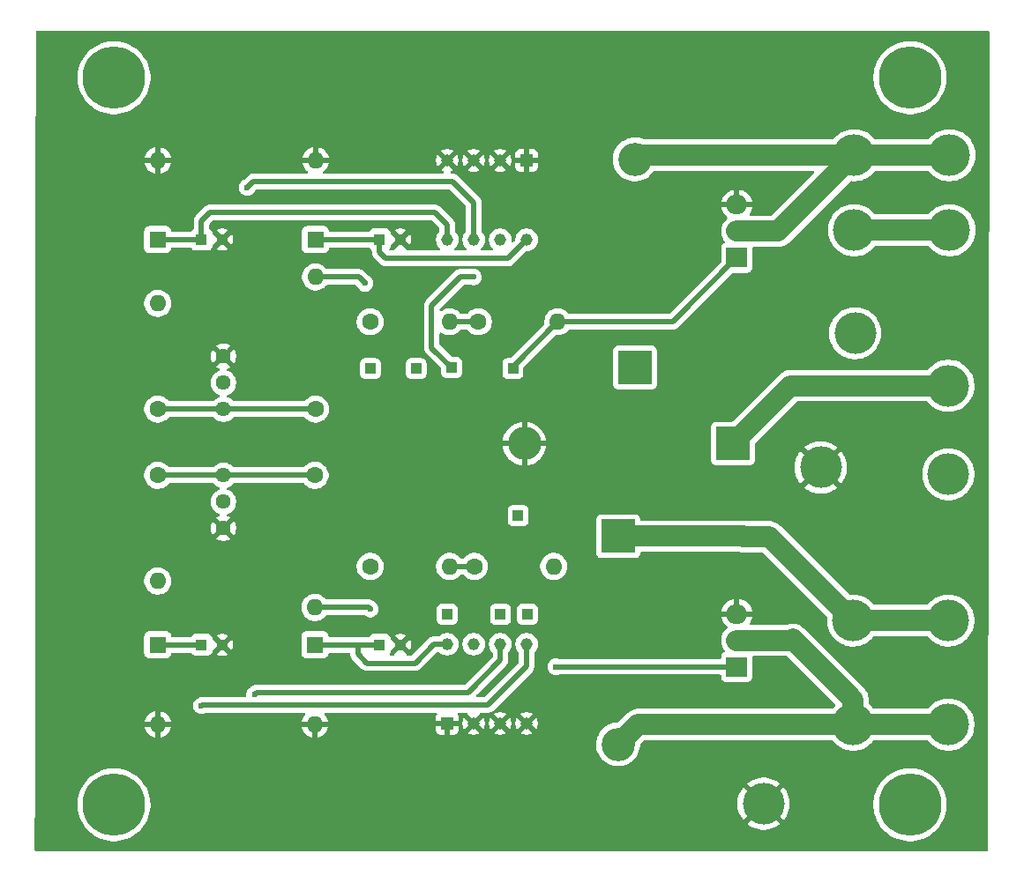
<source format=gbr>
%TF.GenerationSoftware,KiCad,Pcbnew,9.0.1*%
%TF.CreationDate,2025-06-15T17:03:02+03:00*%
%TF.ProjectId,pcb_no_div,7063625f-6e6f-45f6-9469-762e6b696361,rev?*%
%TF.SameCoordinates,Original*%
%TF.FileFunction,Copper,L2,Bot*%
%TF.FilePolarity,Positive*%
%FSLAX46Y46*%
G04 Gerber Fmt 4.6, Leading zero omitted, Abs format (unit mm)*
G04 Created by KiCad (PCBNEW 9.0.1) date 2025-06-15 17:03:02*
%MOMM*%
%LPD*%
G01*
G04 APERTURE LIST*
%TA.AperFunction,ComponentPad*%
%ADD10C,1.600000*%
%TD*%
%TA.AperFunction,ComponentPad*%
%ADD11O,1.600000X1.600000*%
%TD*%
%TA.AperFunction,ComponentPad*%
%ADD12R,1.600000X1.600000*%
%TD*%
%TA.AperFunction,ComponentPad*%
%ADD13R,1.000000X1.000000*%
%TD*%
%TA.AperFunction,ComponentPad*%
%ADD14R,1.100000X1.100000*%
%TD*%
%TA.AperFunction,ComponentPad*%
%ADD15C,1.100000*%
%TD*%
%TA.AperFunction,ComponentPad*%
%ADD16C,4.000000*%
%TD*%
%TA.AperFunction,ComponentPad*%
%ADD17O,2.000000X1.905000*%
%TD*%
%TA.AperFunction,ComponentPad*%
%ADD18R,2.000000X1.905000*%
%TD*%
%TA.AperFunction,ComponentPad*%
%ADD19C,1.440000*%
%TD*%
%TA.AperFunction,WasherPad*%
%ADD20C,6.000000*%
%TD*%
%TA.AperFunction,ComponentPad*%
%ADD21R,1.160000X1.160000*%
%TD*%
%TA.AperFunction,ComponentPad*%
%ADD22C,1.160000*%
%TD*%
%TA.AperFunction,ComponentPad*%
%ADD23R,3.200000X3.200000*%
%TD*%
%TA.AperFunction,ComponentPad*%
%ADD24O,3.200000X3.200000*%
%TD*%
%TA.AperFunction,ViaPad*%
%ADD25C,0.600000*%
%TD*%
%TA.AperFunction,Conductor*%
%ADD26C,0.500000*%
%TD*%
%TA.AperFunction,Conductor*%
%ADD27C,2.000000*%
%TD*%
%TA.AperFunction,Conductor*%
%ADD28C,0.127000*%
%TD*%
G04 APERTURE END LIST*
D10*
%TO.P,R_A2,1*%
%TO.N,VDD2*%
X49950000Y-73250000D03*
D11*
%TO.P,R_A2,2*%
%TO.N,Net-(IC2-INPUT2+)*%
X49950000Y-83410000D03*
%TD*%
D12*
%TO.P,Zener_H1,1,K*%
%TO.N,Net-(IC1-VCC)*%
X65100000Y-50600000D03*
D11*
%TO.P,Zener_H1,2,A*%
%TO.N,GND*%
X65100000Y-42980000D03*
%TD*%
D13*
%TO.P,TP8,1,1*%
%TO.N,Net-(NMOS_3-D)*%
X105450000Y-97200000D03*
%TD*%
D10*
%TO.P,RG1,1*%
%TO.N,Net-(IC1-OUTPUT2)*%
X80740000Y-58500000D03*
D11*
%TO.P,RG1,2*%
%TO.N,Net-(NMOS_2-G)*%
X88360000Y-58500000D03*
%TD*%
D14*
%TO.P,C2,1*%
%TO.N,Net-(IC1-VCC)*%
X71250000Y-50600000D03*
D15*
%TO.P,C2,2*%
%TO.N,GND*%
X73250000Y-50600000D03*
%TD*%
D12*
%TO.P,Zener_H2,1,K*%
%TO.N,Net-(IC2-VCC)*%
X65050000Y-89540000D03*
D11*
%TO.P,Zener_H2,2,A*%
%TO.N,GND*%
X65050000Y-97160000D03*
%TD*%
D16*
%TO.P,OUTPUT+3,1,Pin_1*%
%TO.N,VDD*%
X125950000Y-49700000D03*
%TD*%
D13*
%TO.P,TP4,1,1*%
%TO.N,Net-(NMOS_2-D)*%
X104850000Y-42500000D03*
%TD*%
%TO.P,TP10,1,1*%
%TO.N,Net-(NMOS_3-G)*%
X84550000Y-77100000D03*
%TD*%
D16*
%TO.P,OUTPUT-2,1,Pin_1*%
%TO.N,Net-(NMOS_3-D)*%
X116700000Y-97200000D03*
%TD*%
D14*
%TO.P,C4,1*%
%TO.N,Net-(IC2-VCC)*%
X71250000Y-89540000D03*
D15*
%TO.P,C4,2*%
%TO.N,GND*%
X73250000Y-89540000D03*
%TD*%
D16*
%TO.P,VDD_PIN1,1,Pin_1*%
%TO.N,VDD*%
X125850000Y-64650000D03*
%TD*%
D13*
%TO.P,TP1,1,1*%
%TO.N,Net-(IC1-INPUT2+)*%
X74750000Y-63000000D03*
%TD*%
D10*
%TO.P,R_H2,1*%
%TO.N,VDD2*%
X65050000Y-73250000D03*
D11*
%TO.P,R_H2,2*%
%TO.N,Net-(IC2-VCC)*%
X65050000Y-85950000D03*
%TD*%
D16*
%TO.P,OUTPUT-1,1,Pin_1*%
%TO.N,Net-(NMOS_2-D)*%
X116800000Y-42500000D03*
%TD*%
%TO.P,VDD_PIN3,1,Pin_1*%
%TO.N,VDD*%
X116900000Y-59600000D03*
%TD*%
%TO.P,GND_PIN1,1,Pin_1*%
%TO.N,GND*%
X113600000Y-72500000D03*
%TD*%
D14*
%TO.P,C3,1*%
%TO.N,Net-(IC2-INPUT2+)*%
X54150000Y-89540000D03*
D15*
%TO.P,C3,2*%
%TO.N,GND*%
X56150000Y-89540000D03*
%TD*%
D13*
%TO.P,TP5,1,1*%
%TO.N,Net-(IC2-INPUT2+)*%
X85450000Y-86600000D03*
%TD*%
%TO.P,TP2,1,1*%
%TO.N,Net-(IC1-INPUT2-)*%
X78150000Y-62900000D03*
%TD*%
D17*
%TO.P,NMOS_2,1,D*%
%TO.N,Net-(NMOS_2-D)*%
X105540000Y-49800000D03*
D18*
%TO.P,NMOS_2,2,G*%
%TO.N,Net-(NMOS_2-G)*%
X105540000Y-52340000D03*
D17*
%TO.P,NMOS_2,3,S*%
%TO.N,GND*%
X105540000Y-47260000D03*
%TD*%
D16*
%TO.P,OUTPUT-4,1,Pin_1*%
%TO.N,Net-(NMOS_3-D)*%
X125850000Y-97200000D03*
%TD*%
D10*
%TO.P,RPU1,1*%
%TO.N,Net-(IC1-VCC)*%
X70340000Y-58500000D03*
D11*
%TO.P,RPU1,2*%
%TO.N,Net-(IC1-OUTPUT2)*%
X77960000Y-58500000D03*
%TD*%
D13*
%TO.P,TP9,1,1*%
%TO.N,Net-(NMOS_2-G)*%
X84050000Y-63000000D03*
%TD*%
D19*
%TO.P,RB1,1,1*%
%TO.N,VDD*%
X56250000Y-66890000D03*
%TO.P,RB1,2,2*%
%TO.N,Net-(IC1-INPUT2-)*%
X56250000Y-64350000D03*
%TO.P,RB1,3,3*%
%TO.N,GND*%
X56250000Y-61810000D03*
%TD*%
D16*
%TO.P,GND_PIN2,1,Pin_1*%
%TO.N,GND*%
X108100000Y-104800000D03*
%TD*%
D19*
%TO.P,RB2,1,1*%
%TO.N,VDD2*%
X56250000Y-73250000D03*
%TO.P,RB2,2,2*%
%TO.N,Net-(IC2-INPUT2-)*%
X56250000Y-75790000D03*
%TO.P,RB2,3,3*%
%TO.N,GND*%
X56250000Y-78330000D03*
%TD*%
D20*
%TO.P,H4,*%
%TO.N,*%
X45750000Y-104900000D03*
%TD*%
D21*
%TO.P,IC1,1,OUTPUT1*%
%TO.N,GND*%
X85360000Y-43000000D03*
D22*
%TO.P,IC1,2,INPUT1-*%
X82820000Y-43000000D03*
%TO.P,IC1,3,INPUT1+*%
X80280000Y-43000000D03*
%TO.P,IC1,4,GND*%
X77740000Y-43000000D03*
%TO.P,IC1,5,INPUT2+*%
%TO.N,Net-(IC1-INPUT2+)*%
X77740000Y-50620000D03*
%TO.P,IC1,6,INPUT2-*%
%TO.N,Net-(IC1-INPUT2-)*%
X80280000Y-50620000D03*
%TO.P,IC1,7,OUTPUT2*%
%TO.N,Net-(IC1-OUTPUT2)*%
X82820000Y-50620000D03*
%TO.P,IC1,8,VCC*%
%TO.N,Net-(IC1-VCC)*%
X85360000Y-50620000D03*
%TD*%
D16*
%TO.P,OUTPUT-3,1,Pin_1*%
%TO.N,Net-(NMOS_2-D)*%
X125950000Y-42500000D03*
%TD*%
%TO.P,OUTPUT+1,1,Pin_1*%
%TO.N,VDD*%
X116800000Y-49700000D03*
%TD*%
D23*
%TO.P,D1,1*%
%TO.N,VDD*%
X95750000Y-62900000D03*
D24*
%TO.P,D1,2*%
%TO.N,Net-(NMOS_2-D)*%
X95750000Y-42900000D03*
%TD*%
D10*
%TO.P,R_A1,1*%
%TO.N,VDD*%
X49950000Y-66890000D03*
D11*
%TO.P,R_A1,2*%
%TO.N,Net-(IC1-INPUT2+)*%
X49950000Y-56730000D03*
%TD*%
D20*
%TO.P,H1,*%
%TO.N,*%
X122150000Y-35050000D03*
%TD*%
D12*
%TO.P,Zener_A2,1,K*%
%TO.N,Net-(IC2-INPUT2+)*%
X49950000Y-89540000D03*
D11*
%TO.P,Zener_A2,2,A*%
%TO.N,GND*%
X49950000Y-97160000D03*
%TD*%
D17*
%TO.P,NMOS_3,1,D*%
%TO.N,Net-(NMOS_3-D)*%
X105540000Y-89100000D03*
D18*
%TO.P,NMOS_3,2,G*%
%TO.N,Net-(NMOS_3-G)*%
X105540000Y-91640000D03*
D17*
%TO.P,NMOS_3,3,S*%
%TO.N,GND*%
X105540000Y-86560000D03*
%TD*%
D16*
%TO.P,OUTPUT+4,1,Pin_1*%
%TO.N,VDD2*%
X125850000Y-87200000D03*
%TD*%
D10*
%TO.P,RPU2,1*%
%TO.N,Net-(IC2-VCC)*%
X70340000Y-82000000D03*
D11*
%TO.P,RPU2,2*%
%TO.N,Net-(IC2-OUTPUT2)*%
X77960000Y-82000000D03*
%TD*%
D13*
%TO.P,TP7,1,1*%
%TO.N,Net-(IC2-VCC)*%
X77750000Y-86600000D03*
%TD*%
D23*
%TO.P,D2,1*%
%TO.N,VDD2*%
X94150000Y-79100000D03*
D24*
%TO.P,D2,2*%
%TO.N,Net-(NMOS_3-D)*%
X94150000Y-99100000D03*
%TD*%
D14*
%TO.P,C1,1*%
%TO.N,Net-(IC1-INPUT2+)*%
X54150000Y-50600000D03*
D15*
%TO.P,C1,2*%
%TO.N,GND*%
X56150000Y-50600000D03*
%TD*%
D20*
%TO.P,H3,*%
%TO.N,*%
X45750000Y-35050000D03*
%TD*%
D16*
%TO.P,VDD_PIN2,1,Pin_1*%
%TO.N,VDD2*%
X125850000Y-73150000D03*
%TD*%
D10*
%TO.P,RG2,1*%
%TO.N,Net-(IC2-OUTPUT2)*%
X80340000Y-82000000D03*
D11*
%TO.P,RG2,2*%
%TO.N,Net-(NMOS_3-G)*%
X87960000Y-82000000D03*
%TD*%
D23*
%TO.P,TVS1001,1,K*%
%TO.N,VDD*%
X105150000Y-70200000D03*
D24*
%TO.P,TVS1001,2,A*%
%TO.N,GND*%
X85150000Y-70200000D03*
%TD*%
D13*
%TO.P,TP6,1,1*%
%TO.N,Net-(IC2-INPUT2-)*%
X82850000Y-86600000D03*
%TD*%
D12*
%TO.P,Zener_A1,1,K*%
%TO.N,Net-(IC1-INPUT2+)*%
X49950000Y-50600000D03*
D11*
%TO.P,Zener_A1,2,A*%
%TO.N,GND*%
X49950000Y-42980000D03*
%TD*%
D13*
%TO.P,TP3,1,1*%
%TO.N,Net-(IC1-VCC)*%
X70350000Y-63000000D03*
%TD*%
D20*
%TO.P,H2,*%
%TO.N,*%
X122150000Y-104900000D03*
%TD*%
D16*
%TO.P,OUTPUT+2,1,Pin_1*%
%TO.N,VDD2*%
X116700000Y-87200000D03*
%TD*%
D10*
%TO.P,R_H1,1*%
%TO.N,VDD*%
X65100000Y-66890000D03*
D11*
%TO.P,R_H1,2*%
%TO.N,Net-(IC1-VCC)*%
X65100000Y-54190000D03*
%TD*%
D21*
%TO.P,IC2,1,OUTPUT1*%
%TO.N,GND*%
X77740000Y-97100000D03*
D22*
%TO.P,IC2,2,INPUT1-*%
X80280000Y-97100000D03*
%TO.P,IC2,3,INPUT1+*%
X82820000Y-97100000D03*
%TO.P,IC2,4,GND*%
X85360000Y-97100000D03*
%TO.P,IC2,5,INPUT2+*%
%TO.N,Net-(IC2-INPUT2+)*%
X85360000Y-89480000D03*
%TO.P,IC2,6,INPUT2-*%
%TO.N,Net-(IC2-INPUT2-)*%
X82820000Y-89480000D03*
%TO.P,IC2,7,OUTPUT2*%
%TO.N,Net-(IC2-OUTPUT2)*%
X80280000Y-89480000D03*
%TO.P,IC2,8,VCC*%
%TO.N,Net-(IC2-VCC)*%
X77740000Y-89480000D03*
%TD*%
D25*
%TO.N,GND*%
X46100000Y-74700000D03*
X120600000Y-69500000D03*
X51250000Y-70000000D03*
X75850000Y-77000000D03*
X108800000Y-37200000D03*
X82800000Y-100150000D03*
X81300000Y-32750000D03*
X45800000Y-40200000D03*
X76700000Y-70000000D03*
X46100000Y-79800000D03*
X81800000Y-70000000D03*
X71100000Y-102350000D03*
X91100000Y-37900000D03*
X46150000Y-54700000D03*
X55200000Y-33100000D03*
X52500000Y-103500000D03*
X60900000Y-102350000D03*
X76600000Y-54200000D03*
X66000000Y-32750000D03*
X55000000Y-37900000D03*
X86000000Y-107500000D03*
X66000000Y-102350000D03*
X71650000Y-70000000D03*
X70650000Y-77400000D03*
X105450000Y-76300000D03*
X86000000Y-102400000D03*
X92250000Y-83200000D03*
X101350000Y-67400000D03*
X93050000Y-60050000D03*
X88650000Y-42000000D03*
X112900000Y-54400000D03*
X56250000Y-107400000D03*
X121000000Y-90800000D03*
X80900000Y-102400000D03*
X67550000Y-100150000D03*
X56550000Y-83000000D03*
X41000000Y-93700000D03*
X71900000Y-65550000D03*
X56350000Y-54700000D03*
X60900000Y-107450000D03*
X99900000Y-102400000D03*
X56250000Y-102300000D03*
X89800000Y-55750000D03*
X76200000Y-107450000D03*
X87750000Y-78600000D03*
X113300000Y-107500000D03*
X81800000Y-73300000D03*
X41000000Y-74700000D03*
X51250000Y-54700000D03*
X87900000Y-100150000D03*
X123000000Y-53400000D03*
X76200000Y-32750000D03*
X120400000Y-79900000D03*
X46150000Y-64900000D03*
X91100000Y-32800000D03*
X66550000Y-70000000D03*
X71100000Y-32750000D03*
X123700000Y-68100000D03*
X91100000Y-102400000D03*
X122700000Y-56400000D03*
X88150000Y-95950000D03*
X86000000Y-37900000D03*
X71900000Y-55350000D03*
X116500000Y-76900000D03*
X77750000Y-100150000D03*
X123100000Y-92100000D03*
X61950000Y-75350000D03*
X48400000Y-100050000D03*
X121500000Y-61600000D03*
X73950000Y-86100000D03*
X108800000Y-32600000D03*
X52000000Y-33000000D03*
X89450000Y-60950000D03*
X114800000Y-101300000D03*
X45700000Y-96300000D03*
X66000000Y-107450000D03*
X41050000Y-70000000D03*
X88500000Y-48550000D03*
X56350000Y-70000000D03*
X92200000Y-88150000D03*
X61850000Y-90950000D03*
X52850000Y-85350000D03*
X110600000Y-58100000D03*
X106300000Y-82200000D03*
X61450000Y-70000000D03*
X76950000Y-73050000D03*
X46150000Y-70000000D03*
X119700000Y-100700000D03*
X46150000Y-59800000D03*
X100050000Y-83400000D03*
X46100000Y-93700000D03*
X52700000Y-107200000D03*
X71900000Y-60450000D03*
X116500000Y-106800000D03*
X98050000Y-87700000D03*
X91100000Y-107500000D03*
X125600000Y-90900000D03*
X41200000Y-99300000D03*
X96200000Y-102400000D03*
X92000000Y-70000000D03*
X51850000Y-64900000D03*
X41100000Y-95900000D03*
X71650000Y-73050000D03*
X105800000Y-55800000D03*
X121500000Y-59300000D03*
X101300000Y-32800000D03*
X96200000Y-37900000D03*
X55900000Y-42700000D03*
X80450000Y-78900000D03*
X61200000Y-79800000D03*
X56350000Y-58900000D03*
X88700000Y-44850000D03*
X61350000Y-37800000D03*
X72800000Y-42550000D03*
X46100000Y-84900000D03*
X105000000Y-32800000D03*
X61350000Y-32700000D03*
X116800000Y-32700000D03*
X99900000Y-107500000D03*
X41050000Y-64900000D03*
X78000000Y-47000000D03*
X45000000Y-99800000D03*
X76200000Y-37850000D03*
X41100000Y-50050000D03*
X96200000Y-32800000D03*
X117300000Y-36000000D03*
X54850000Y-45100000D03*
X86000000Y-32800000D03*
X53500000Y-100050000D03*
X58550000Y-100050000D03*
X115700000Y-103500000D03*
X61450000Y-54700000D03*
X44300000Y-45300000D03*
X113200000Y-104200000D03*
X40900000Y-45900000D03*
X46100000Y-90000000D03*
X51750000Y-59850000D03*
X46200000Y-50050000D03*
X105000000Y-37900000D03*
X61850000Y-85950000D03*
X88700000Y-53350000D03*
X105200000Y-58200000D03*
X41000000Y-79800000D03*
X66000000Y-37850000D03*
X81300000Y-37850000D03*
X80900000Y-107500000D03*
X71100000Y-37850000D03*
X112700000Y-32900000D03*
X110500000Y-52900000D03*
X96200000Y-107500000D03*
X110300000Y-85700000D03*
X51300000Y-38000000D03*
X63650000Y-100050000D03*
X120400000Y-76500000D03*
X69500000Y-42650000D03*
X41050000Y-54700000D03*
X120700000Y-53300000D03*
X116100000Y-80500000D03*
X117900000Y-68600000D03*
X78750000Y-91950000D03*
X108100000Y-60900000D03*
X60200000Y-42700000D03*
X72650000Y-100150000D03*
X113300000Y-37200000D03*
X112300000Y-76800000D03*
X100250000Y-76050000D03*
X76200000Y-102350000D03*
X41050000Y-59800000D03*
X61450000Y-64900000D03*
X41200000Y-41100000D03*
X101300000Y-37900000D03*
X118800000Y-72300000D03*
X71100000Y-107450000D03*
X41000000Y-90000000D03*
X112600000Y-86700000D03*
X61450000Y-59800000D03*
X41000000Y-84900000D03*
X112300000Y-61200000D03*
%TO.N,Net-(IC1-INPUT2-)*%
X80250000Y-54200000D03*
X58550000Y-45600000D03*
%TO.N,Net-(IC2-INPUT2-)*%
X59250000Y-94300000D03*
%TO.N,Net-(NMOS_3-G)*%
X88190000Y-91640000D03*
%TO.N,Net-(IC1-VCC)*%
X69850000Y-54800000D03*
%TO.N,Net-(IC2-INPUT2+)*%
X54150000Y-95400000D03*
%TO.N,Net-(IC2-VCC)*%
X70350000Y-86100000D03*
%TD*%
D26*
%TO.N,Net-(IC1-INPUT2-)*%
X79000000Y-54200000D02*
X76250000Y-56950000D01*
X80250000Y-54200000D02*
X79000000Y-54200000D01*
X76250000Y-61000000D02*
X76250000Y-56950000D01*
X78150000Y-62900000D02*
X76250000Y-61000000D01*
%TO.N,VDD*%
X49950000Y-66890000D02*
X56250000Y-66890000D01*
D27*
X125850000Y-64650000D02*
X110700000Y-64650000D01*
D26*
X56250000Y-66890000D02*
X65100000Y-66890000D01*
D27*
X125950000Y-49700000D02*
X116800000Y-49700000D01*
X110700000Y-64650000D02*
X105150000Y-70200000D01*
%TO.N,Net-(NMOS_2-D)*%
X96150000Y-42500000D02*
X104850000Y-42500000D01*
X104850000Y-42500000D02*
X116800000Y-42500000D01*
X116800000Y-42500000D02*
X109500000Y-49800000D01*
X116800000Y-42500000D02*
X125950000Y-42500000D01*
D28*
X95750000Y-42900000D02*
X96150000Y-42500000D01*
D27*
X109500000Y-49800000D02*
X105540000Y-49800000D01*
%TO.N,Net-(NMOS_3-D)*%
X96050000Y-97200000D02*
X94150000Y-99100000D01*
D26*
X94250000Y-99000000D02*
X94150000Y-99100000D01*
D27*
X110800000Y-89100000D02*
X105540000Y-89100000D01*
X116700000Y-94800000D02*
X110900000Y-89000000D01*
X116700000Y-97200000D02*
X116700000Y-94800000D01*
X105450000Y-97200000D02*
X116700000Y-97200000D01*
X110900000Y-89000000D02*
X110800000Y-89100000D01*
X116700000Y-97200000D02*
X125850000Y-97200000D01*
X105450000Y-97200000D02*
X96050000Y-97200000D01*
D26*
%TO.N,Net-(IC1-OUTPUT2)*%
X77960000Y-58500000D02*
X80740000Y-58500000D01*
%TO.N,Net-(IC1-INPUT2-)*%
X78250000Y-45000000D02*
X80280000Y-47030000D01*
X59150000Y-45000000D02*
X78250000Y-45000000D01*
X58550000Y-45600000D02*
X59150000Y-45000000D01*
X80280000Y-47030000D02*
X80280000Y-50620000D01*
%TO.N,Net-(IC2-INPUT2-)*%
X82850000Y-91000000D02*
X82850000Y-89510000D01*
X79750000Y-94100000D02*
X82850000Y-91000000D01*
X59450000Y-94100000D02*
X79750000Y-94100000D01*
X82850000Y-89510000D02*
X82820000Y-89480000D01*
X59250000Y-94300000D02*
X59450000Y-94100000D01*
%TO.N,Net-(IC2-OUTPUT2)*%
X77960000Y-82000000D02*
X80340000Y-82000000D01*
%TO.N,Net-(NMOS_2-G)*%
X99380000Y-58500000D02*
X105540000Y-52340000D01*
X84050000Y-62810000D02*
X88360000Y-58500000D01*
X84050000Y-63000000D02*
X84050000Y-62810000D01*
X88360000Y-58500000D02*
X99380000Y-58500000D01*
%TO.N,Net-(NMOS_3-G)*%
X105540000Y-91640000D02*
X88190000Y-91640000D01*
%TO.N,Net-(IC1-INPUT2+)*%
X77740000Y-49190000D02*
X76550000Y-48000000D01*
X54950000Y-48000000D02*
X54150000Y-48800000D01*
X54150000Y-48800000D02*
X54150000Y-50600000D01*
X49950000Y-50600000D02*
X54150000Y-50600000D01*
X77740000Y-50620000D02*
X77740000Y-49190000D01*
X76550000Y-48000000D02*
X54950000Y-48000000D01*
%TO.N,Net-(IC1-VCC)*%
X69240000Y-54190000D02*
X65100000Y-54190000D01*
X65100000Y-50600000D02*
X71250000Y-50600000D01*
X85360000Y-50620000D02*
X83580000Y-52400000D01*
X83580000Y-52400000D02*
X71850000Y-52400000D01*
X69850000Y-54800000D02*
X69240000Y-54190000D01*
X71250000Y-51800000D02*
X71250000Y-50600000D01*
X71850000Y-52400000D02*
X71250000Y-51800000D01*
%TO.N,Net-(IC2-INPUT2+)*%
X81650000Y-95300000D02*
X85350000Y-91600000D01*
X85350000Y-91600000D02*
X85350000Y-89490000D01*
X85350000Y-89490000D02*
X85360000Y-89480000D01*
X54150000Y-95400000D02*
X54250000Y-95300000D01*
X54250000Y-95300000D02*
X81650000Y-95300000D01*
X54150000Y-89540000D02*
X49950000Y-89540000D01*
%TO.N,Net-(IC2-VCC)*%
X76470000Y-89480000D02*
X74650000Y-91300000D01*
X69150000Y-89640000D02*
X69050000Y-89540000D01*
X77740000Y-89480000D02*
X76470000Y-89480000D01*
X70200000Y-85950000D02*
X65050000Y-85950000D01*
X69150000Y-90400000D02*
X69150000Y-89640000D01*
X70350000Y-86100000D02*
X70200000Y-85950000D01*
X70050000Y-91300000D02*
X69150000Y-90400000D01*
X69050000Y-89540000D02*
X65050000Y-89540000D01*
X74650000Y-91300000D02*
X70050000Y-91300000D01*
X71250000Y-89540000D02*
X69050000Y-89540000D01*
D27*
%TO.N,VDD2*%
X125850000Y-87200000D02*
X116700000Y-87200000D01*
X108650000Y-79150000D02*
X106200000Y-79150000D01*
D26*
X56250000Y-73250000D02*
X65050000Y-73250000D01*
D27*
X106150000Y-79100000D02*
X94150000Y-79100000D01*
X116700000Y-87200000D02*
X108650000Y-79150000D01*
D26*
X49950000Y-73250000D02*
X56250000Y-73250000D01*
D27*
X106200000Y-79150000D02*
X106150000Y-79100000D01*
X94200000Y-79150000D02*
X94150000Y-79100000D01*
%TD*%
%TA.AperFunction,Conductor*%
%TO.N,GND*%
G36*
X129740973Y-30570185D02*
G01*
X129786728Y-30622989D01*
X129797933Y-30674809D01*
X129603757Y-108199849D01*
X129601062Y-109275811D01*
X129581209Y-109342801D01*
X129528291Y-109388423D01*
X129477062Y-109399500D01*
X38275282Y-109399500D01*
X38208243Y-109379815D01*
X38162488Y-109327011D01*
X38151282Y-109275345D01*
X38153237Y-107715024D01*
X38156977Y-104728031D01*
X42249500Y-104728031D01*
X42249500Y-105071969D01*
X42257535Y-105153554D01*
X42283210Y-105414249D01*
X42350308Y-105751572D01*
X42450150Y-106080706D01*
X42581770Y-106398464D01*
X42581772Y-106398469D01*
X42743893Y-106701775D01*
X42743904Y-106701793D01*
X42934975Y-106987751D01*
X42934985Y-106987765D01*
X43153176Y-107253632D01*
X43396367Y-107496823D01*
X43396372Y-107496827D01*
X43396373Y-107496828D01*
X43662240Y-107715019D01*
X43948213Y-107906100D01*
X43948222Y-107906105D01*
X43948224Y-107906106D01*
X44251530Y-108068227D01*
X44251532Y-108068227D01*
X44251538Y-108068231D01*
X44569295Y-108199850D01*
X44898422Y-108299690D01*
X45235750Y-108366789D01*
X45578031Y-108400500D01*
X45578034Y-108400500D01*
X45921966Y-108400500D01*
X45921969Y-108400500D01*
X46264250Y-108366789D01*
X46601578Y-108299690D01*
X46930705Y-108199850D01*
X47248462Y-108068231D01*
X47551787Y-107906100D01*
X47837760Y-107715019D01*
X48103627Y-107496828D01*
X48346828Y-107253627D01*
X48565019Y-106987760D01*
X48756100Y-106701787D01*
X48918231Y-106398462D01*
X49049850Y-106080705D01*
X49149690Y-105751578D01*
X49216789Y-105414250D01*
X49250500Y-105071969D01*
X49250500Y-104728031D01*
X49243760Y-104659598D01*
X105600000Y-104659598D01*
X105600000Y-104940401D01*
X105631437Y-105219412D01*
X105631439Y-105219424D01*
X105693921Y-105493178D01*
X105693922Y-105493180D01*
X105786662Y-105758217D01*
X105908492Y-106011200D01*
X106057884Y-106248956D01*
X106164187Y-106382257D01*
X107237425Y-105309019D01*
X107323249Y-105437463D01*
X107462537Y-105576751D01*
X107590979Y-105662573D01*
X106517741Y-106735810D01*
X106517741Y-106735811D01*
X106651043Y-106842115D01*
X106888799Y-106991507D01*
X107141782Y-107113337D01*
X107406819Y-107206077D01*
X107406821Y-107206078D01*
X107680575Y-107268560D01*
X107680587Y-107268562D01*
X107959598Y-107299999D01*
X107959600Y-107300000D01*
X108240400Y-107300000D01*
X108240401Y-107299999D01*
X108519412Y-107268562D01*
X108519424Y-107268560D01*
X108793178Y-107206078D01*
X108793180Y-107206077D01*
X109058217Y-107113337D01*
X109311200Y-106991507D01*
X109548956Y-106842116D01*
X109682257Y-106735810D01*
X108609020Y-105662573D01*
X108737463Y-105576751D01*
X108876751Y-105437463D01*
X108962573Y-105309020D01*
X110035810Y-106382257D01*
X110142116Y-106248956D01*
X110291507Y-106011200D01*
X110413337Y-105758217D01*
X110506077Y-105493180D01*
X110506078Y-105493178D01*
X110568560Y-105219424D01*
X110568562Y-105219412D01*
X110599999Y-104940401D01*
X110600000Y-104940399D01*
X110600000Y-104728031D01*
X118649500Y-104728031D01*
X118649500Y-105071969D01*
X118657535Y-105153554D01*
X118683210Y-105414249D01*
X118750308Y-105751572D01*
X118850150Y-106080706D01*
X118981770Y-106398464D01*
X118981772Y-106398469D01*
X119143893Y-106701775D01*
X119143904Y-106701793D01*
X119334975Y-106987751D01*
X119334985Y-106987765D01*
X119553176Y-107253632D01*
X119796367Y-107496823D01*
X119796372Y-107496827D01*
X119796373Y-107496828D01*
X120062240Y-107715019D01*
X120348213Y-107906100D01*
X120348222Y-107906105D01*
X120348224Y-107906106D01*
X120651530Y-108068227D01*
X120651532Y-108068227D01*
X120651538Y-108068231D01*
X120969295Y-108199850D01*
X121298422Y-108299690D01*
X121635750Y-108366789D01*
X121978031Y-108400500D01*
X121978034Y-108400500D01*
X122321966Y-108400500D01*
X122321969Y-108400500D01*
X122664250Y-108366789D01*
X123001578Y-108299690D01*
X123330705Y-108199850D01*
X123648462Y-108068231D01*
X123951787Y-107906100D01*
X124237760Y-107715019D01*
X124503627Y-107496828D01*
X124746828Y-107253627D01*
X124965019Y-106987760D01*
X125156100Y-106701787D01*
X125318231Y-106398462D01*
X125449850Y-106080705D01*
X125549690Y-105751578D01*
X125616789Y-105414250D01*
X125650500Y-105071969D01*
X125650500Y-104728031D01*
X125616789Y-104385750D01*
X125549690Y-104048422D01*
X125449850Y-103719295D01*
X125318231Y-103401538D01*
X125156100Y-103098213D01*
X124965019Y-102812240D01*
X124746828Y-102546373D01*
X124746827Y-102546372D01*
X124746823Y-102546367D01*
X124503632Y-102303176D01*
X124237765Y-102084985D01*
X124237764Y-102084984D01*
X124237760Y-102084981D01*
X123951787Y-101893900D01*
X123951782Y-101893897D01*
X123951775Y-101893893D01*
X123648469Y-101731772D01*
X123648464Y-101731770D01*
X123330706Y-101600150D01*
X123001572Y-101500308D01*
X122664248Y-101433210D01*
X122664249Y-101433210D01*
X122406456Y-101407821D01*
X122321969Y-101399500D01*
X121978031Y-101399500D01*
X121899966Y-101407188D01*
X121635750Y-101433210D01*
X121298427Y-101500308D01*
X120969293Y-101600150D01*
X120651535Y-101731770D01*
X120651530Y-101731772D01*
X120348224Y-101893893D01*
X120348206Y-101893904D01*
X120062248Y-102084975D01*
X120062234Y-102084985D01*
X119796367Y-102303176D01*
X119553176Y-102546367D01*
X119334985Y-102812234D01*
X119334975Y-102812248D01*
X119143904Y-103098206D01*
X119143893Y-103098224D01*
X118981772Y-103401530D01*
X118981770Y-103401535D01*
X118850150Y-103719293D01*
X118750308Y-104048427D01*
X118683210Y-104385750D01*
X118671140Y-104508311D01*
X118649500Y-104728031D01*
X110600000Y-104728031D01*
X110600000Y-104659600D01*
X110599999Y-104659598D01*
X110568562Y-104380587D01*
X110568560Y-104380575D01*
X110506078Y-104106821D01*
X110506077Y-104106819D01*
X110413337Y-103841782D01*
X110291507Y-103588799D01*
X110142115Y-103351043D01*
X110035810Y-103217741D01*
X108962573Y-104290978D01*
X108876751Y-104162537D01*
X108737463Y-104023249D01*
X108609020Y-103937425D01*
X109682257Y-102864187D01*
X109548956Y-102757884D01*
X109311200Y-102608492D01*
X109058217Y-102486662D01*
X108793180Y-102393922D01*
X108793178Y-102393921D01*
X108519424Y-102331439D01*
X108519412Y-102331437D01*
X108240401Y-102300000D01*
X107959598Y-102300000D01*
X107680587Y-102331437D01*
X107680575Y-102331439D01*
X107406821Y-102393921D01*
X107406819Y-102393922D01*
X107141782Y-102486662D01*
X106888799Y-102608492D01*
X106651043Y-102757884D01*
X106517741Y-102864187D01*
X107590979Y-103937425D01*
X107462537Y-104023249D01*
X107323249Y-104162537D01*
X107237426Y-104290979D01*
X106164187Y-103217741D01*
X106057884Y-103351043D01*
X105908492Y-103588799D01*
X105786662Y-103841782D01*
X105693922Y-104106819D01*
X105693921Y-104106821D01*
X105631439Y-104380575D01*
X105631437Y-104380587D01*
X105600000Y-104659598D01*
X49243760Y-104659598D01*
X49216789Y-104385750D01*
X49149690Y-104048422D01*
X49049850Y-103719295D01*
X48918231Y-103401538D01*
X48756100Y-103098213D01*
X48756089Y-103098196D01*
X48678133Y-102981526D01*
X48678132Y-102981525D01*
X48565024Y-102812248D01*
X48565019Y-102812240D01*
X48346828Y-102546373D01*
X48346827Y-102546372D01*
X48346823Y-102546367D01*
X48103632Y-102303176D01*
X47837765Y-102084985D01*
X47837764Y-102084984D01*
X47837760Y-102084981D01*
X47551787Y-101893900D01*
X47551782Y-101893897D01*
X47551775Y-101893893D01*
X47248469Y-101731772D01*
X47248464Y-101731770D01*
X46930706Y-101600150D01*
X46601572Y-101500308D01*
X46264248Y-101433210D01*
X46264249Y-101433210D01*
X46006456Y-101407821D01*
X45921969Y-101399500D01*
X45578031Y-101399500D01*
X45499966Y-101407188D01*
X45235750Y-101433210D01*
X44898427Y-101500308D01*
X44569293Y-101600150D01*
X44251535Y-101731770D01*
X44251530Y-101731772D01*
X43948224Y-101893893D01*
X43948206Y-101893904D01*
X43662248Y-102084975D01*
X43662234Y-102084985D01*
X43396367Y-102303176D01*
X43153176Y-102546367D01*
X42934985Y-102812234D01*
X42934975Y-102812248D01*
X42743904Y-103098206D01*
X42743893Y-103098224D01*
X42581772Y-103401530D01*
X42581770Y-103401535D01*
X42450150Y-103719293D01*
X42350308Y-104048427D01*
X42283210Y-104385750D01*
X42271140Y-104508311D01*
X42249500Y-104728031D01*
X38156977Y-104728031D01*
X38160894Y-101600150D01*
X38166189Y-97372782D01*
X38166722Y-96946908D01*
X38166768Y-96910000D01*
X48673391Y-96910000D01*
X49634314Y-96910000D01*
X49629920Y-96914394D01*
X49577259Y-97005606D01*
X49550000Y-97107339D01*
X49550000Y-97212661D01*
X49577259Y-97314394D01*
X49629920Y-97405606D01*
X49634314Y-97410000D01*
X48673391Y-97410000D01*
X48682009Y-97464413D01*
X48745244Y-97659029D01*
X48838140Y-97841349D01*
X48958417Y-98006894D01*
X48958417Y-98006895D01*
X49103104Y-98151582D01*
X49268650Y-98271859D01*
X49450968Y-98364754D01*
X49645578Y-98427988D01*
X49700000Y-98436607D01*
X49700000Y-97475686D01*
X49704394Y-97480080D01*
X49795606Y-97532741D01*
X49897339Y-97560000D01*
X50002661Y-97560000D01*
X50104394Y-97532741D01*
X50195606Y-97480080D01*
X50200000Y-97475686D01*
X50200000Y-98436606D01*
X50254421Y-98427988D01*
X50449031Y-98364754D01*
X50631349Y-98271859D01*
X50796894Y-98151582D01*
X50796895Y-98151582D01*
X50941582Y-98006895D01*
X50941582Y-98006894D01*
X51061859Y-97841349D01*
X51154755Y-97659029D01*
X51217990Y-97464413D01*
X51226609Y-97410000D01*
X50265686Y-97410000D01*
X50270080Y-97405606D01*
X50322741Y-97314394D01*
X50350000Y-97212661D01*
X50350000Y-97107339D01*
X50322741Y-97005606D01*
X50270080Y-96914394D01*
X50265686Y-96910000D01*
X51226609Y-96910000D01*
X51217990Y-96855586D01*
X51154755Y-96660970D01*
X51061859Y-96478650D01*
X50941582Y-96313105D01*
X50941582Y-96313104D01*
X50796895Y-96168417D01*
X50631349Y-96048140D01*
X50449029Y-95955244D01*
X50254413Y-95892009D01*
X50200000Y-95883390D01*
X50200000Y-96844314D01*
X50195606Y-96839920D01*
X50104394Y-96787259D01*
X50002661Y-96760000D01*
X49897339Y-96760000D01*
X49795606Y-96787259D01*
X49704394Y-96839920D01*
X49700000Y-96844314D01*
X49700000Y-95883390D01*
X49645586Y-95892009D01*
X49450970Y-95955244D01*
X49268650Y-96048140D01*
X49103105Y-96168417D01*
X49103104Y-96168417D01*
X48958417Y-96313104D01*
X48958417Y-96313105D01*
X48838140Y-96478650D01*
X48745244Y-96660970D01*
X48682009Y-96855586D01*
X48673391Y-96910000D01*
X38166768Y-96910000D01*
X38168758Y-95321153D01*
X53349500Y-95321153D01*
X53349500Y-95478846D01*
X53380261Y-95633489D01*
X53380264Y-95633501D01*
X53440602Y-95779172D01*
X53440609Y-95779185D01*
X53528210Y-95910288D01*
X53528213Y-95910292D01*
X53639707Y-96021786D01*
X53639711Y-96021789D01*
X53770814Y-96109390D01*
X53770827Y-96109397D01*
X53913316Y-96168417D01*
X53916503Y-96169737D01*
X54029165Y-96192147D01*
X54071153Y-96200499D01*
X54071156Y-96200500D01*
X54071158Y-96200500D01*
X54228844Y-96200500D01*
X54228845Y-96200499D01*
X54383497Y-96169737D01*
X54496358Y-96122989D01*
X54529172Y-96109397D01*
X54529172Y-96109396D01*
X54529179Y-96109394D01*
X54586044Y-96071397D01*
X54652721Y-96050520D01*
X54654935Y-96050500D01*
X64021660Y-96050500D01*
X64088699Y-96070185D01*
X64134454Y-96122989D01*
X64144398Y-96192147D01*
X64115373Y-96255703D01*
X64109341Y-96262181D01*
X64058417Y-96313104D01*
X64058417Y-96313105D01*
X63938140Y-96478650D01*
X63845244Y-96660970D01*
X63782009Y-96855586D01*
X63773391Y-96910000D01*
X64734314Y-96910000D01*
X64729920Y-96914394D01*
X64677259Y-97005606D01*
X64650000Y-97107339D01*
X64650000Y-97212661D01*
X64677259Y-97314394D01*
X64729920Y-97405606D01*
X64734314Y-97410000D01*
X63773391Y-97410000D01*
X63782009Y-97464413D01*
X63845244Y-97659029D01*
X63938140Y-97841349D01*
X64058417Y-98006894D01*
X64058417Y-98006895D01*
X64203104Y-98151582D01*
X64368650Y-98271859D01*
X64550968Y-98364754D01*
X64745578Y-98427988D01*
X64800000Y-98436607D01*
X64800000Y-97475686D01*
X64804394Y-97480080D01*
X64895606Y-97532741D01*
X64997339Y-97560000D01*
X65102661Y-97560000D01*
X65204394Y-97532741D01*
X65295606Y-97480080D01*
X65300000Y-97475686D01*
X65300000Y-98436606D01*
X65354421Y-98427988D01*
X65549031Y-98364754D01*
X65731349Y-98271859D01*
X65896894Y-98151582D01*
X65896895Y-98151582D01*
X66041582Y-98006895D01*
X66041582Y-98006894D01*
X66161859Y-97841349D01*
X66254755Y-97659029D01*
X66317990Y-97464413D01*
X66326609Y-97410000D01*
X65365686Y-97410000D01*
X65370080Y-97405606D01*
X65422741Y-97314394D01*
X65450000Y-97212661D01*
X65450000Y-97107339D01*
X65422741Y-97005606D01*
X65370080Y-96914394D01*
X65365686Y-96910000D01*
X66326609Y-96910000D01*
X66326609Y-96909999D01*
X66317990Y-96855586D01*
X66254755Y-96660970D01*
X66161859Y-96478650D01*
X66041582Y-96313105D01*
X66041582Y-96313104D01*
X65990659Y-96262181D01*
X65957174Y-96200858D01*
X65962158Y-96131166D01*
X66004030Y-96075233D01*
X66069494Y-96050816D01*
X66078340Y-96050500D01*
X76639165Y-96050500D01*
X76706204Y-96070185D01*
X76751959Y-96122989D01*
X76761903Y-96192147D01*
X76738431Y-96248812D01*
X76716647Y-96277910D01*
X76716645Y-96277913D01*
X76666403Y-96412620D01*
X76666401Y-96412627D01*
X76660000Y-96472155D01*
X76660000Y-96850000D01*
X77452599Y-96850000D01*
X77435924Y-96866675D01*
X77385896Y-96953325D01*
X77360000Y-97049972D01*
X77360000Y-97150028D01*
X77385896Y-97246675D01*
X77435924Y-97333325D01*
X77452599Y-97350000D01*
X76660000Y-97350000D01*
X76660000Y-97727844D01*
X76666401Y-97787372D01*
X76666403Y-97787379D01*
X76716645Y-97922086D01*
X76716649Y-97922093D01*
X76802809Y-98037187D01*
X76802812Y-98037190D01*
X76917906Y-98123350D01*
X76917913Y-98123354D01*
X77052620Y-98173596D01*
X77052627Y-98173598D01*
X77112155Y-98179999D01*
X77112172Y-98180000D01*
X77490000Y-98180000D01*
X77490000Y-97387401D01*
X77506675Y-97404076D01*
X77593325Y-97454104D01*
X77689972Y-97480000D01*
X77790028Y-97480000D01*
X77886675Y-97454104D01*
X77973325Y-97404076D01*
X77990000Y-97387401D01*
X77990000Y-98180000D01*
X78367828Y-98180000D01*
X78367844Y-98179999D01*
X78427372Y-98173598D01*
X78427379Y-98173596D01*
X78562086Y-98123354D01*
X78562093Y-98123350D01*
X78677187Y-98037190D01*
X78677190Y-98037187D01*
X78763352Y-97922090D01*
X78813596Y-97787379D01*
X78813598Y-97787372D01*
X78819999Y-97727844D01*
X78820000Y-97727827D01*
X78820000Y-97350000D01*
X78027401Y-97350000D01*
X78044076Y-97333325D01*
X78094104Y-97246675D01*
X78120000Y-97150028D01*
X78120000Y-97049972D01*
X78094104Y-96953325D01*
X78044076Y-96866675D01*
X78027401Y-96850000D01*
X78820000Y-96850000D01*
X78820000Y-96472172D01*
X78819999Y-96472155D01*
X78813598Y-96412627D01*
X78813596Y-96412620D01*
X78763354Y-96277913D01*
X78763352Y-96277910D01*
X78741569Y-96248812D01*
X78717151Y-96183348D01*
X78732002Y-96115075D01*
X78781406Y-96065669D01*
X78840835Y-96050500D01*
X79587474Y-96050500D01*
X79654513Y-96070185D01*
X79700268Y-96122989D01*
X79709653Y-96176101D01*
X80253554Y-96720000D01*
X80229972Y-96720000D01*
X80133325Y-96745896D01*
X80046675Y-96795924D01*
X79975924Y-96866675D01*
X79925896Y-96953325D01*
X79900000Y-97049972D01*
X79900000Y-97073552D01*
X79358027Y-96531579D01*
X79356304Y-96533951D01*
X79356298Y-96533962D01*
X79279123Y-96685423D01*
X79279122Y-96685426D01*
X79226593Y-96847097D01*
X79200000Y-97014996D01*
X79200000Y-97185003D01*
X79226593Y-97352902D01*
X79279122Y-97514573D01*
X79279123Y-97514576D01*
X79356302Y-97666045D01*
X79358027Y-97668418D01*
X79900000Y-97126445D01*
X79900000Y-97150028D01*
X79925896Y-97246675D01*
X79975924Y-97333325D01*
X80046675Y-97404076D01*
X80133325Y-97454104D01*
X80229972Y-97480000D01*
X80253553Y-97480000D01*
X79711580Y-98021971D01*
X79713955Y-98023698D01*
X79865423Y-98100876D01*
X79865426Y-98100877D01*
X80027097Y-98153406D01*
X80194997Y-98180000D01*
X80365003Y-98180000D01*
X80532902Y-98153406D01*
X80694573Y-98100877D01*
X80694576Y-98100876D01*
X80846040Y-98023700D01*
X80846042Y-98023699D01*
X80848418Y-98021971D01*
X80306448Y-97480000D01*
X80330028Y-97480000D01*
X80426675Y-97454104D01*
X80513325Y-97404076D01*
X80584076Y-97333325D01*
X80634104Y-97246675D01*
X80660000Y-97150028D01*
X80660000Y-97126447D01*
X81201971Y-97668418D01*
X81203699Y-97666042D01*
X81203700Y-97666040D01*
X81280876Y-97514576D01*
X81280877Y-97514573D01*
X81333406Y-97352902D01*
X81360000Y-97185003D01*
X81360000Y-97014996D01*
X81740000Y-97014996D01*
X81740000Y-97185003D01*
X81766593Y-97352902D01*
X81819122Y-97514573D01*
X81819123Y-97514576D01*
X81896302Y-97666045D01*
X81898027Y-97668418D01*
X82440000Y-97126445D01*
X82440000Y-97150028D01*
X82465896Y-97246675D01*
X82515924Y-97333325D01*
X82586675Y-97404076D01*
X82673325Y-97454104D01*
X82769972Y-97480000D01*
X82793553Y-97480000D01*
X82251580Y-98021971D01*
X82253955Y-98023698D01*
X82405423Y-98100876D01*
X82405426Y-98100877D01*
X82567097Y-98153406D01*
X82734997Y-98180000D01*
X82905003Y-98180000D01*
X83072902Y-98153406D01*
X83234573Y-98100877D01*
X83234576Y-98100876D01*
X83386040Y-98023700D01*
X83386042Y-98023699D01*
X83388418Y-98021971D01*
X82846448Y-97480000D01*
X82870028Y-97480000D01*
X82966675Y-97454104D01*
X83053325Y-97404076D01*
X83124076Y-97333325D01*
X83174104Y-97246675D01*
X83200000Y-97150028D01*
X83200000Y-97126447D01*
X83741971Y-97668418D01*
X83743699Y-97666042D01*
X83743700Y-97666040D01*
X83820876Y-97514576D01*
X83820877Y-97514573D01*
X83873406Y-97352902D01*
X83900000Y-97185003D01*
X83900000Y-97014996D01*
X84280000Y-97014996D01*
X84280000Y-97185003D01*
X84306593Y-97352902D01*
X84359122Y-97514573D01*
X84359123Y-97514576D01*
X84436302Y-97666045D01*
X84438027Y-97668418D01*
X84980000Y-97126445D01*
X84980000Y-97150028D01*
X85005896Y-97246675D01*
X85055924Y-97333325D01*
X85126675Y-97404076D01*
X85213325Y-97454104D01*
X85309972Y-97480000D01*
X85333553Y-97480000D01*
X84791580Y-98021971D01*
X84793955Y-98023698D01*
X84945423Y-98100876D01*
X84945426Y-98100877D01*
X85107097Y-98153406D01*
X85274997Y-98180000D01*
X85445003Y-98180000D01*
X85612902Y-98153406D01*
X85774573Y-98100877D01*
X85774576Y-98100876D01*
X85926040Y-98023700D01*
X85926042Y-98023699D01*
X85928418Y-98021971D01*
X85386448Y-97480000D01*
X85410028Y-97480000D01*
X85506675Y-97454104D01*
X85593325Y-97404076D01*
X85664076Y-97333325D01*
X85714104Y-97246675D01*
X85740000Y-97150028D01*
X85740000Y-97126447D01*
X86281971Y-97668418D01*
X86283699Y-97666042D01*
X86283700Y-97666040D01*
X86360876Y-97514576D01*
X86360877Y-97514573D01*
X86413406Y-97352902D01*
X86440000Y-97185003D01*
X86440000Y-97014996D01*
X86413406Y-96847097D01*
X86360877Y-96685426D01*
X86360876Y-96685423D01*
X86283698Y-96533955D01*
X86281971Y-96531580D01*
X85740000Y-97073551D01*
X85740000Y-97049972D01*
X85714104Y-96953325D01*
X85664076Y-96866675D01*
X85593325Y-96795924D01*
X85506675Y-96745896D01*
X85410028Y-96720000D01*
X85386447Y-96720000D01*
X85928419Y-96178027D01*
X85926045Y-96176302D01*
X85774576Y-96099123D01*
X85774573Y-96099122D01*
X85612902Y-96046593D01*
X85445003Y-96020000D01*
X85274997Y-96020000D01*
X85107097Y-96046593D01*
X84945426Y-96099122D01*
X84945423Y-96099123D01*
X84793962Y-96176298D01*
X84793951Y-96176304D01*
X84791579Y-96178027D01*
X85333554Y-96720000D01*
X85309972Y-96720000D01*
X85213325Y-96745896D01*
X85126675Y-96795924D01*
X85055924Y-96866675D01*
X85005896Y-96953325D01*
X84980000Y-97049972D01*
X84980000Y-97073552D01*
X84438027Y-96531579D01*
X84436304Y-96533951D01*
X84436298Y-96533962D01*
X84359123Y-96685423D01*
X84359122Y-96685426D01*
X84306593Y-96847097D01*
X84280000Y-97014996D01*
X83900000Y-97014996D01*
X83873406Y-96847097D01*
X83820877Y-96685426D01*
X83820876Y-96685423D01*
X83743698Y-96533955D01*
X83741971Y-96531580D01*
X83200000Y-97073551D01*
X83200000Y-97049972D01*
X83174104Y-96953325D01*
X83124076Y-96866675D01*
X83053325Y-96795924D01*
X82966675Y-96745896D01*
X82870028Y-96720000D01*
X82846447Y-96720000D01*
X83388418Y-96178027D01*
X83386045Y-96176302D01*
X83234576Y-96099123D01*
X83234573Y-96099122D01*
X83072902Y-96046593D01*
X82905003Y-96020000D01*
X82734997Y-96020000D01*
X82567097Y-96046593D01*
X82405426Y-96099122D01*
X82405423Y-96099123D01*
X82253962Y-96176298D01*
X82253951Y-96176304D01*
X82251579Y-96178027D01*
X82793554Y-96720000D01*
X82769972Y-96720000D01*
X82673325Y-96745896D01*
X82586675Y-96795924D01*
X82515924Y-96866675D01*
X82465896Y-96953325D01*
X82440000Y-97049972D01*
X82440000Y-97073552D01*
X81898027Y-96531579D01*
X81896304Y-96533951D01*
X81896298Y-96533962D01*
X81819123Y-96685423D01*
X81819122Y-96685426D01*
X81766593Y-96847097D01*
X81740000Y-97014996D01*
X81360000Y-97014996D01*
X81333406Y-96847097D01*
X81280877Y-96685426D01*
X81280876Y-96685423D01*
X81203698Y-96533955D01*
X81201971Y-96531580D01*
X80660000Y-97073551D01*
X80660000Y-97049972D01*
X80634104Y-96953325D01*
X80584076Y-96866675D01*
X80513325Y-96795924D01*
X80426675Y-96745896D01*
X80330028Y-96720000D01*
X80306447Y-96720000D01*
X80850683Y-96175762D01*
X80863274Y-96115846D01*
X80912328Y-96066092D01*
X80972524Y-96050500D01*
X81723920Y-96050500D01*
X81821462Y-96031096D01*
X81868913Y-96021658D01*
X82005495Y-95965084D01*
X82054729Y-95932186D01*
X82128416Y-95882952D01*
X85932951Y-92078416D01*
X86015084Y-91955495D01*
X86071658Y-91818913D01*
X86100500Y-91673918D01*
X86100500Y-91561153D01*
X87389500Y-91561153D01*
X87389500Y-91718846D01*
X87420261Y-91873489D01*
X87420264Y-91873501D01*
X87480602Y-92019172D01*
X87480609Y-92019185D01*
X87568210Y-92150288D01*
X87568213Y-92150292D01*
X87679707Y-92261786D01*
X87679711Y-92261789D01*
X87810814Y-92349390D01*
X87810827Y-92349397D01*
X87910060Y-92390500D01*
X87956503Y-92409737D01*
X88111153Y-92440499D01*
X88111156Y-92440500D01*
X88111158Y-92440500D01*
X88268844Y-92440500D01*
X88268845Y-92440499D01*
X88345152Y-92425320D01*
X88423488Y-92409739D01*
X88423489Y-92409738D01*
X88423497Y-92409737D01*
X88447155Y-92399937D01*
X88494604Y-92390500D01*
X103915501Y-92390500D01*
X103982540Y-92410185D01*
X104028295Y-92462989D01*
X104039501Y-92514500D01*
X104039501Y-92640376D01*
X104045908Y-92699983D01*
X104096202Y-92834828D01*
X104096206Y-92834835D01*
X104182452Y-92950044D01*
X104182455Y-92950047D01*
X104297664Y-93036293D01*
X104297671Y-93036297D01*
X104432517Y-93086591D01*
X104432516Y-93086591D01*
X104439444Y-93087335D01*
X104492127Y-93093000D01*
X106587872Y-93092999D01*
X106647483Y-93086591D01*
X106782331Y-93036296D01*
X106897546Y-92950046D01*
X106983796Y-92834831D01*
X107034091Y-92699983D01*
X107040500Y-92640373D01*
X107040499Y-90724499D01*
X107060184Y-90657461D01*
X107112987Y-90611706D01*
X107164499Y-90600500D01*
X110327111Y-90600500D01*
X110394150Y-90620185D01*
X110414792Y-90636819D01*
X114983184Y-95205212D01*
X115016669Y-95266535D01*
X115011685Y-95336227D01*
X114983185Y-95380574D01*
X114832579Y-95531180D01*
X114735581Y-95652813D01*
X114678393Y-95692953D01*
X114638634Y-95699500D01*
X95931903Y-95699500D01*
X95698631Y-95736446D01*
X95474003Y-95809433D01*
X95263563Y-95916659D01*
X95072496Y-96055476D01*
X95072491Y-96055480D01*
X94164791Y-96963181D01*
X94103468Y-96996666D01*
X94077110Y-96999500D01*
X94012326Y-96999500D01*
X94012320Y-96999500D01*
X94012315Y-96999501D01*
X93739344Y-97035438D01*
X93739337Y-97035439D01*
X93739334Y-97035440D01*
X93685100Y-97049972D01*
X93473369Y-97106704D01*
X93218982Y-97212075D01*
X93218971Y-97212080D01*
X92980516Y-97349754D01*
X92762073Y-97517370D01*
X92762066Y-97517376D01*
X92567376Y-97712066D01*
X92567370Y-97712073D01*
X92399754Y-97930516D01*
X92262080Y-98168971D01*
X92262075Y-98168982D01*
X92156704Y-98423369D01*
X92100500Y-98633125D01*
X92096182Y-98649246D01*
X92085441Y-98689331D01*
X92085438Y-98689344D01*
X92049501Y-98962315D01*
X92049500Y-98962332D01*
X92049500Y-99237667D01*
X92049501Y-99237684D01*
X92085438Y-99510655D01*
X92085439Y-99510660D01*
X92085440Y-99510666D01*
X92086280Y-99513801D01*
X92156704Y-99776630D01*
X92262075Y-100031017D01*
X92262080Y-100031028D01*
X92344861Y-100174407D01*
X92399751Y-100269479D01*
X92399753Y-100269482D01*
X92399754Y-100269483D01*
X92567370Y-100487926D01*
X92567376Y-100487933D01*
X92762066Y-100682623D01*
X92762072Y-100682628D01*
X92980521Y-100850249D01*
X93133778Y-100938732D01*
X93218971Y-100987919D01*
X93218976Y-100987921D01*
X93218979Y-100987923D01*
X93473368Y-101093295D01*
X93739334Y-101164560D01*
X94012326Y-101200500D01*
X94012333Y-101200500D01*
X94287667Y-101200500D01*
X94287674Y-101200500D01*
X94560666Y-101164560D01*
X94826632Y-101093295D01*
X95081021Y-100987923D01*
X95319479Y-100850249D01*
X95537928Y-100682628D01*
X95732628Y-100487928D01*
X95900249Y-100269479D01*
X96037923Y-100031021D01*
X96143295Y-99776632D01*
X96214560Y-99510666D01*
X96250500Y-99237674D01*
X96250500Y-99172889D01*
X96270185Y-99105850D01*
X96286819Y-99085208D01*
X96635209Y-98736819D01*
X96696532Y-98703334D01*
X96722890Y-98700500D01*
X105331908Y-98700500D01*
X114638634Y-98700500D01*
X114705673Y-98720185D01*
X114735580Y-98747186D01*
X114832584Y-98868825D01*
X115031175Y-99067416D01*
X115250752Y-99242523D01*
X115488555Y-99391945D01*
X115741592Y-99513801D01*
X115940680Y-99583465D01*
X116006670Y-99606556D01*
X116006682Y-99606560D01*
X116280491Y-99669055D01*
X116280497Y-99669055D01*
X116280505Y-99669057D01*
X116466547Y-99690018D01*
X116559569Y-99700499D01*
X116559572Y-99700500D01*
X116559575Y-99700500D01*
X116840428Y-99700500D01*
X116840429Y-99700499D01*
X116983055Y-99684429D01*
X117119494Y-99669057D01*
X117119499Y-99669056D01*
X117119509Y-99669055D01*
X117393318Y-99606560D01*
X117658408Y-99513801D01*
X117911445Y-99391945D01*
X118149248Y-99242523D01*
X118368825Y-99067416D01*
X118567416Y-98868825D01*
X118664419Y-98747186D01*
X118721607Y-98707047D01*
X118761366Y-98700500D01*
X123788634Y-98700500D01*
X123855673Y-98720185D01*
X123885580Y-98747186D01*
X123982584Y-98868825D01*
X124181175Y-99067416D01*
X124400752Y-99242523D01*
X124638555Y-99391945D01*
X124891592Y-99513801D01*
X125090680Y-99583465D01*
X125156670Y-99606556D01*
X125156682Y-99606560D01*
X125430491Y-99669055D01*
X125430497Y-99669055D01*
X125430505Y-99669057D01*
X125616547Y-99690018D01*
X125709569Y-99700499D01*
X125709572Y-99700500D01*
X125709575Y-99700500D01*
X125990428Y-99700500D01*
X125990429Y-99700499D01*
X126133055Y-99684429D01*
X126269494Y-99669057D01*
X126269499Y-99669056D01*
X126269509Y-99669055D01*
X126543318Y-99606560D01*
X126808408Y-99513801D01*
X127061445Y-99391945D01*
X127299248Y-99242523D01*
X127518825Y-99067416D01*
X127717416Y-98868825D01*
X127892523Y-98649248D01*
X128041945Y-98411445D01*
X128163801Y-98158408D01*
X128256560Y-97893318D01*
X128319055Y-97619509D01*
X128350500Y-97340425D01*
X128350500Y-97059575D01*
X128319055Y-96780491D01*
X128256560Y-96506682D01*
X128244484Y-96472172D01*
X128171005Y-96262181D01*
X128163801Y-96241592D01*
X128041945Y-95988555D01*
X127892523Y-95750752D01*
X127717416Y-95531175D01*
X127518825Y-95332584D01*
X127299248Y-95157477D01*
X127135004Y-95054275D01*
X127061442Y-95008053D01*
X126808411Y-94886200D01*
X126543329Y-94793443D01*
X126543317Y-94793439D01*
X126269512Y-94730945D01*
X126269494Y-94730942D01*
X125990431Y-94699500D01*
X125990425Y-94699500D01*
X125709575Y-94699500D01*
X125709568Y-94699500D01*
X125430505Y-94730942D01*
X125430487Y-94730945D01*
X125156682Y-94793439D01*
X125156670Y-94793443D01*
X124891588Y-94886200D01*
X124638557Y-95008053D01*
X124400753Y-95157476D01*
X124181175Y-95332583D01*
X123982583Y-95531175D01*
X123885581Y-95652813D01*
X123828393Y-95692953D01*
X123788634Y-95699500D01*
X118761366Y-95699500D01*
X118694327Y-95679815D01*
X118664419Y-95652813D01*
X118567416Y-95531175D01*
X118368824Y-95332583D01*
X118247187Y-95235580D01*
X118207047Y-95178391D01*
X118200500Y-95138633D01*
X118200500Y-94681902D01*
X118163553Y-94448631D01*
X118090566Y-94224003D01*
X118010315Y-94066503D01*
X117983343Y-94013567D01*
X117890174Y-93885331D01*
X117890173Y-93885329D01*
X117890172Y-93885327D01*
X117844521Y-93822494D01*
X117844516Y-93822488D01*
X111877512Y-87855485D01*
X111877511Y-87855484D01*
X111686434Y-87716657D01*
X111475996Y-87609433D01*
X111251368Y-87536446D01*
X111018097Y-87499500D01*
X111018092Y-87499500D01*
X110781908Y-87499500D01*
X110781903Y-87499500D01*
X110548630Y-87536447D01*
X110548627Y-87536447D01*
X110373253Y-87593431D01*
X110334935Y-87599500D01*
X106871011Y-87599500D01*
X106803972Y-87579815D01*
X106758217Y-87527011D01*
X106748273Y-87457853D01*
X106770693Y-87402614D01*
X106829788Y-87321276D01*
X106933582Y-87117570D01*
X107004234Y-86900128D01*
X107018509Y-86810000D01*
X106030748Y-86810000D01*
X106052518Y-86772292D01*
X106090000Y-86632409D01*
X106090000Y-86487591D01*
X106052518Y-86347708D01*
X106030748Y-86310000D01*
X107018509Y-86310000D01*
X107004234Y-86219871D01*
X106933582Y-86002429D01*
X106829788Y-85798723D01*
X106695402Y-85613757D01*
X106533742Y-85452097D01*
X106348776Y-85317711D01*
X106145068Y-85213917D01*
X105927625Y-85143265D01*
X105927626Y-85143265D01*
X105790000Y-85121467D01*
X105790000Y-86069252D01*
X105752292Y-86047482D01*
X105612409Y-86010000D01*
X105467591Y-86010000D01*
X105327708Y-86047482D01*
X105290000Y-86069252D01*
X105290000Y-85121467D01*
X105152374Y-85143265D01*
X104934931Y-85213917D01*
X104731223Y-85317711D01*
X104546257Y-85452097D01*
X104384597Y-85613757D01*
X104250211Y-85798723D01*
X104146417Y-86002429D01*
X104075765Y-86219871D01*
X104061491Y-86310000D01*
X105049252Y-86310000D01*
X105027482Y-86347708D01*
X104990000Y-86487591D01*
X104990000Y-86632409D01*
X105027482Y-86772292D01*
X105049252Y-86810000D01*
X104061491Y-86810000D01*
X104075765Y-86900128D01*
X104146417Y-87117570D01*
X104250211Y-87321276D01*
X104384597Y-87506242D01*
X104546257Y-87667902D01*
X104546263Y-87667907D01*
X104614207Y-87717271D01*
X104656873Y-87772600D01*
X104662852Y-87842214D01*
X104630247Y-87904009D01*
X104614209Y-87917906D01*
X104562490Y-87955482D01*
X104395485Y-88122487D01*
X104395485Y-88122488D01*
X104395483Y-88122490D01*
X104369387Y-88158408D01*
X104256657Y-88313566D01*
X104149433Y-88524003D01*
X104076446Y-88748631D01*
X104039500Y-88981902D01*
X104039500Y-89218097D01*
X104076446Y-89451368D01*
X104149433Y-89675996D01*
X104189640Y-89754905D01*
X104256657Y-89886433D01*
X104373702Y-90047532D01*
X104397182Y-90113336D01*
X104381357Y-90181390D01*
X104331251Y-90230085D01*
X104316721Y-90236596D01*
X104297676Y-90243699D01*
X104297664Y-90243706D01*
X104182455Y-90329952D01*
X104182452Y-90329955D01*
X104096206Y-90445164D01*
X104096202Y-90445171D01*
X104045908Y-90580017D01*
X104039501Y-90639616D01*
X104039500Y-90639635D01*
X104039500Y-90765500D01*
X104019815Y-90832539D01*
X103967011Y-90878294D01*
X103915500Y-90889500D01*
X88494604Y-90889500D01*
X88447155Y-90880062D01*
X88423497Y-90870263D01*
X88423493Y-90870262D01*
X88423488Y-90870260D01*
X88268845Y-90839500D01*
X88268842Y-90839500D01*
X88111158Y-90839500D01*
X88111155Y-90839500D01*
X87956510Y-90870261D01*
X87956498Y-90870264D01*
X87810827Y-90930602D01*
X87810814Y-90930609D01*
X87679711Y-91018210D01*
X87679707Y-91018213D01*
X87568213Y-91129707D01*
X87568210Y-91129711D01*
X87480609Y-91260814D01*
X87480602Y-91260827D01*
X87420264Y-91406498D01*
X87420261Y-91406510D01*
X87389500Y-91561153D01*
X86100500Y-91561153D01*
X86100500Y-91526083D01*
X86100500Y-90318919D01*
X86120185Y-90251880D01*
X86136819Y-90231238D01*
X86156819Y-90211238D01*
X86184159Y-90183898D01*
X86284126Y-90046305D01*
X86361339Y-89894768D01*
X86413894Y-89733018D01*
X86440500Y-89565037D01*
X86440500Y-89394963D01*
X86413894Y-89226982D01*
X86361339Y-89065232D01*
X86284126Y-88913695D01*
X86184159Y-88776102D01*
X86063898Y-88655841D01*
X85926305Y-88555874D01*
X85774768Y-88478661D01*
X85774764Y-88478660D01*
X85774761Y-88478658D01*
X85613019Y-88426106D01*
X85529027Y-88412803D01*
X85445037Y-88399500D01*
X85274963Y-88399500D01*
X85218969Y-88408368D01*
X85106980Y-88426106D01*
X84945238Y-88478658D01*
X84793694Y-88555874D01*
X84656099Y-88655843D01*
X84535843Y-88776099D01*
X84435874Y-88913694D01*
X84358658Y-89065238D01*
X84306106Y-89226980D01*
X84279500Y-89394963D01*
X84279500Y-89565036D01*
X84306106Y-89733019D01*
X84358658Y-89894761D01*
X84358660Y-89894764D01*
X84358661Y-89894768D01*
X84435874Y-90046305D01*
X84535841Y-90183898D01*
X84535843Y-90183900D01*
X84563181Y-90211238D01*
X84596666Y-90272561D01*
X84599500Y-90298919D01*
X84599500Y-91237770D01*
X84579815Y-91304809D01*
X84563181Y-91325451D01*
X81375451Y-94513181D01*
X81314128Y-94546666D01*
X81287770Y-94549500D01*
X80661230Y-94549500D01*
X80594191Y-94529815D01*
X80548436Y-94477011D01*
X80538492Y-94407853D01*
X80567517Y-94344297D01*
X80573549Y-94337819D01*
X83432948Y-91478420D01*
X83432952Y-91478416D01*
X83502774Y-91373918D01*
X83515084Y-91355495D01*
X83571658Y-91218913D01*
X83600500Y-91073918D01*
X83600500Y-90278919D01*
X83620185Y-90211880D01*
X83636819Y-90191238D01*
X83644159Y-90183898D01*
X83744126Y-90046305D01*
X83821339Y-89894768D01*
X83873894Y-89733018D01*
X83900500Y-89565037D01*
X83900500Y-89394963D01*
X83873894Y-89226982D01*
X83821339Y-89065232D01*
X83744126Y-88913695D01*
X83644159Y-88776102D01*
X83523898Y-88655841D01*
X83386305Y-88555874D01*
X83234768Y-88478661D01*
X83234764Y-88478660D01*
X83234761Y-88478658D01*
X83073019Y-88426106D01*
X82989027Y-88412803D01*
X82905037Y-88399500D01*
X82734963Y-88399500D01*
X82678969Y-88408368D01*
X82566980Y-88426106D01*
X82405238Y-88478658D01*
X82253694Y-88555874D01*
X82116099Y-88655843D01*
X81995843Y-88776099D01*
X81895874Y-88913694D01*
X81818658Y-89065238D01*
X81766106Y-89226980D01*
X81739500Y-89394963D01*
X81739500Y-89565036D01*
X81766106Y-89733019D01*
X81818658Y-89894761D01*
X81818660Y-89894764D01*
X81818661Y-89894768D01*
X81895874Y-90046305D01*
X81995841Y-90183898D01*
X81995843Y-90183900D01*
X82063181Y-90251238D01*
X82096666Y-90312561D01*
X82099500Y-90338919D01*
X82099500Y-90637770D01*
X82079815Y-90704809D01*
X82063181Y-90725451D01*
X79475451Y-93313181D01*
X79414128Y-93346666D01*
X79387770Y-93349500D01*
X59376076Y-93349500D01*
X59347242Y-93355234D01*
X59347243Y-93355235D01*
X59231093Y-93378339D01*
X59231089Y-93378340D01*
X59156029Y-93409432D01*
X59094509Y-93434914D01*
X59094496Y-93434921D01*
X59045270Y-93467811D01*
X59045271Y-93467812D01*
X58971585Y-93517047D01*
X58971580Y-93517051D01*
X58934701Y-93553929D01*
X58894480Y-93580805D01*
X58870819Y-93590606D01*
X58870818Y-93590607D01*
X58739715Y-93678207D01*
X58739707Y-93678213D01*
X58628213Y-93789707D01*
X58628210Y-93789711D01*
X58540609Y-93920814D01*
X58540602Y-93920827D01*
X58480264Y-94066498D01*
X58480261Y-94066510D01*
X58449500Y-94221153D01*
X58449500Y-94378841D01*
X58453969Y-94401310D01*
X58447740Y-94470901D01*
X58404877Y-94526078D01*
X58338987Y-94549322D01*
X58332351Y-94549500D01*
X54176080Y-94549500D01*
X54031092Y-94578340D01*
X54031086Y-94578342D01*
X53894503Y-94634917D01*
X53894493Y-94634922D01*
X53887092Y-94639867D01*
X53865666Y-94651319D01*
X53770819Y-94690606D01*
X53770818Y-94690607D01*
X53639715Y-94778207D01*
X53639707Y-94778213D01*
X53528213Y-94889707D01*
X53528210Y-94889711D01*
X53440609Y-95020814D01*
X53440602Y-95020827D01*
X53380264Y-95166498D01*
X53380261Y-95166510D01*
X53349500Y-95321153D01*
X38168758Y-95321153D01*
X38168766Y-95314911D01*
X38176167Y-89404905D01*
X38177060Y-88692135D01*
X48649500Y-88692135D01*
X48649500Y-90387870D01*
X48649501Y-90387876D01*
X48655908Y-90447483D01*
X48706202Y-90582328D01*
X48706206Y-90582335D01*
X48792452Y-90697544D01*
X48792455Y-90697547D01*
X48907664Y-90783793D01*
X48907671Y-90783797D01*
X49042517Y-90834091D01*
X49042516Y-90834091D01*
X49049444Y-90834835D01*
X49102127Y-90840500D01*
X50797872Y-90840499D01*
X50857483Y-90834091D01*
X50992331Y-90783796D01*
X51107546Y-90697546D01*
X51193796Y-90582331D01*
X51244091Y-90447483D01*
X51249062Y-90401242D01*
X51275799Y-90336694D01*
X51333191Y-90296846D01*
X51372351Y-90290500D01*
X53062820Y-90290500D01*
X53129859Y-90310185D01*
X53162085Y-90340187D01*
X53242454Y-90447546D01*
X53277685Y-90473920D01*
X53357664Y-90533793D01*
X53357671Y-90533797D01*
X53492517Y-90584091D01*
X53492516Y-90584091D01*
X53499444Y-90584835D01*
X53552127Y-90590500D01*
X54747872Y-90590499D01*
X54807483Y-90584091D01*
X54942331Y-90533796D01*
X55057546Y-90447546D01*
X55064228Y-90438620D01*
X55604931Y-90438620D01*
X55604932Y-90438621D01*
X55652633Y-90470495D01*
X55652639Y-90470498D01*
X55843725Y-90549649D01*
X55843733Y-90549651D01*
X56046579Y-90589999D01*
X56046583Y-90590000D01*
X56253417Y-90590000D01*
X56253420Y-90589999D01*
X56456266Y-90549651D01*
X56456274Y-90549649D01*
X56647366Y-90470495D01*
X56695066Y-90438621D01*
X56695067Y-90438620D01*
X56150001Y-89893554D01*
X56150000Y-89893554D01*
X55604931Y-90438620D01*
X55064228Y-90438620D01*
X55143796Y-90332331D01*
X55194091Y-90197483D01*
X55197497Y-90165800D01*
X55201783Y-90153025D01*
X55214373Y-90134981D01*
X55222793Y-90114656D01*
X55231664Y-90104780D01*
X55796446Y-89540000D01*
X55750368Y-89493922D01*
X55800000Y-89493922D01*
X55800000Y-89586078D01*
X55823852Y-89675095D01*
X55869930Y-89754905D01*
X55935095Y-89820070D01*
X56014905Y-89866148D01*
X56103922Y-89890000D01*
X56196078Y-89890000D01*
X56285095Y-89866148D01*
X56364905Y-89820070D01*
X56430070Y-89754905D01*
X56476148Y-89675095D01*
X56500000Y-89586078D01*
X56500000Y-89539999D01*
X56503554Y-89539999D01*
X56503554Y-89540001D01*
X57048620Y-90085067D01*
X57048621Y-90085066D01*
X57080495Y-90037366D01*
X57159649Y-89846274D01*
X57159651Y-89846266D01*
X57199999Y-89643420D01*
X57200000Y-89643417D01*
X57200000Y-89436583D01*
X57199999Y-89436579D01*
X57159651Y-89233733D01*
X57159649Y-89233725D01*
X57080498Y-89042639D01*
X57080495Y-89042633D01*
X57048621Y-88994932D01*
X57048620Y-88994931D01*
X56503554Y-89539999D01*
X56500000Y-89539999D01*
X56500000Y-89493922D01*
X56476148Y-89404905D01*
X56430070Y-89325095D01*
X56364905Y-89259930D01*
X56285095Y-89213852D01*
X56196078Y-89190000D01*
X56103922Y-89190000D01*
X56014905Y-89213852D01*
X55935095Y-89259930D01*
X55869930Y-89325095D01*
X55823852Y-89404905D01*
X55800000Y-89493922D01*
X55750368Y-89493922D01*
X55231664Y-88975218D01*
X55201783Y-88926973D01*
X55197496Y-88914193D01*
X55194091Y-88882517D01*
X55143796Y-88747669D01*
X55137913Y-88739811D01*
X55064226Y-88641377D01*
X55604932Y-88641377D01*
X55604932Y-88641378D01*
X56150000Y-89186446D01*
X56150001Y-89186446D01*
X56644310Y-88692135D01*
X63749500Y-88692135D01*
X63749500Y-90387870D01*
X63749501Y-90387876D01*
X63755908Y-90447483D01*
X63806202Y-90582328D01*
X63806206Y-90582335D01*
X63892452Y-90697544D01*
X63892455Y-90697547D01*
X64007664Y-90783793D01*
X64007671Y-90783797D01*
X64142517Y-90834091D01*
X64142516Y-90834091D01*
X64149444Y-90834835D01*
X64202127Y-90840500D01*
X65897872Y-90840499D01*
X65957483Y-90834091D01*
X66092331Y-90783796D01*
X66207546Y-90697546D01*
X66293796Y-90582331D01*
X66344091Y-90447483D01*
X66349062Y-90401242D01*
X66375799Y-90336694D01*
X66433191Y-90296846D01*
X66472351Y-90290500D01*
X68275500Y-90290500D01*
X68342539Y-90310185D01*
X68388294Y-90362989D01*
X68399500Y-90414500D01*
X68399500Y-90473918D01*
X68399500Y-90473920D01*
X68399499Y-90473920D01*
X68428340Y-90618907D01*
X68428343Y-90618917D01*
X68484913Y-90755490D01*
X68484916Y-90755495D01*
X68502017Y-90781090D01*
X68567046Y-90878414D01*
X68567052Y-90878421D01*
X69467049Y-91778416D01*
X69562122Y-91873489D01*
X69571585Y-91882952D01*
X69694498Y-91965080D01*
X69694511Y-91965087D01*
X69831082Y-92021656D01*
X69831087Y-92021658D01*
X69831091Y-92021658D01*
X69831092Y-92021659D01*
X69976079Y-92050500D01*
X69976082Y-92050500D01*
X74723920Y-92050500D01*
X74821462Y-92031096D01*
X74868913Y-92021658D01*
X75005495Y-91965084D01*
X75054729Y-91932186D01*
X75128416Y-91882952D01*
X76744548Y-90266818D01*
X76771475Y-90252115D01*
X76797294Y-90235523D01*
X76803494Y-90234631D01*
X76805871Y-90233334D01*
X76832229Y-90230500D01*
X76911081Y-90230500D01*
X76978120Y-90250185D01*
X76998762Y-90266819D01*
X77036102Y-90304159D01*
X77173695Y-90404126D01*
X77325232Y-90481339D01*
X77486982Y-90533894D01*
X77654963Y-90560500D01*
X77654964Y-90560500D01*
X77825036Y-90560500D01*
X77825037Y-90560500D01*
X77993018Y-90533894D01*
X78154768Y-90481339D01*
X78306305Y-90404126D01*
X78443898Y-90304159D01*
X78564159Y-90183898D01*
X78664126Y-90046305D01*
X78741339Y-89894768D01*
X78793894Y-89733018D01*
X78820500Y-89565037D01*
X78820500Y-89394963D01*
X79199500Y-89394963D01*
X79199500Y-89565036D01*
X79226106Y-89733019D01*
X79278658Y-89894761D01*
X79278660Y-89894764D01*
X79278661Y-89894768D01*
X79355874Y-90046305D01*
X79455841Y-90183898D01*
X79576102Y-90304159D01*
X79713695Y-90404126D01*
X79865232Y-90481339D01*
X80026982Y-90533894D01*
X80194963Y-90560500D01*
X80194964Y-90560500D01*
X80365036Y-90560500D01*
X80365037Y-90560500D01*
X80533018Y-90533894D01*
X80694768Y-90481339D01*
X80846305Y-90404126D01*
X80983898Y-90304159D01*
X81104159Y-90183898D01*
X81204126Y-90046305D01*
X81281339Y-89894768D01*
X81333894Y-89733018D01*
X81360500Y-89565037D01*
X81360500Y-89394963D01*
X81333894Y-89226982D01*
X81281339Y-89065232D01*
X81204126Y-88913695D01*
X81104159Y-88776102D01*
X80983898Y-88655841D01*
X80846305Y-88555874D01*
X80694768Y-88478661D01*
X80694764Y-88478660D01*
X80694761Y-88478658D01*
X80533019Y-88426106D01*
X80449027Y-88412803D01*
X80365037Y-88399500D01*
X80194963Y-88399500D01*
X80138969Y-88408368D01*
X80026980Y-88426106D01*
X79865238Y-88478658D01*
X79713694Y-88555874D01*
X79576099Y-88655843D01*
X79455843Y-88776099D01*
X79355874Y-88913694D01*
X79278658Y-89065238D01*
X79226106Y-89226980D01*
X79199500Y-89394963D01*
X78820500Y-89394963D01*
X78793894Y-89226982D01*
X78741339Y-89065232D01*
X78664126Y-88913695D01*
X78564159Y-88776102D01*
X78443898Y-88655841D01*
X78306305Y-88555874D01*
X78154768Y-88478661D01*
X78154764Y-88478660D01*
X78154761Y-88478658D01*
X77993019Y-88426106D01*
X77909027Y-88412803D01*
X77825037Y-88399500D01*
X77654963Y-88399500D01*
X77598969Y-88408368D01*
X77486980Y-88426106D01*
X77325238Y-88478658D01*
X77173694Y-88555874D01*
X77036099Y-88655843D01*
X76998762Y-88693181D01*
X76937439Y-88726666D01*
X76911081Y-88729500D01*
X76396076Y-88729500D01*
X76367242Y-88735234D01*
X76367243Y-88735235D01*
X76251093Y-88758339D01*
X76251089Y-88758340D01*
X76183349Y-88786399D01*
X76183341Y-88786402D01*
X76178660Y-88788342D01*
X76114505Y-88814916D01*
X76076162Y-88840536D01*
X76070251Y-88844484D01*
X76070246Y-88844488D01*
X75991582Y-88897049D01*
X75991579Y-88897052D01*
X74375451Y-90513181D01*
X74314128Y-90546666D01*
X74287770Y-90549500D01*
X73920959Y-90549500D01*
X73853920Y-90529815D01*
X73808165Y-90477011D01*
X73803107Y-90446660D01*
X73250001Y-89893554D01*
X73250000Y-89893554D01*
X72695945Y-90447606D01*
X72689424Y-90481993D01*
X72641359Y-90532703D01*
X72579040Y-90549500D01*
X72328946Y-90549500D01*
X72261907Y-90529815D01*
X72216152Y-90477011D01*
X72206208Y-90407853D01*
X72213339Y-90380655D01*
X72219489Y-90364800D01*
X72243796Y-90332331D01*
X72294091Y-90197483D01*
X72297809Y-90162899D01*
X72303738Y-90147616D01*
X72315445Y-90132395D01*
X72322793Y-90114656D01*
X72331664Y-90104780D01*
X72896446Y-89540000D01*
X72850368Y-89493922D01*
X72900000Y-89493922D01*
X72900000Y-89586078D01*
X72923852Y-89675095D01*
X72969930Y-89754905D01*
X73035095Y-89820070D01*
X73114905Y-89866148D01*
X73203922Y-89890000D01*
X73296078Y-89890000D01*
X73385095Y-89866148D01*
X73464905Y-89820070D01*
X73530070Y-89754905D01*
X73576148Y-89675095D01*
X73600000Y-89586078D01*
X73600000Y-89539999D01*
X73603554Y-89539999D01*
X73603554Y-89540000D01*
X74148620Y-90085067D01*
X74148621Y-90085066D01*
X74180495Y-90037366D01*
X74259649Y-89846274D01*
X74259651Y-89846266D01*
X74299999Y-89643420D01*
X74300000Y-89643417D01*
X74300000Y-89436583D01*
X74299999Y-89436579D01*
X74259651Y-89233733D01*
X74259649Y-89233725D01*
X74180498Y-89042639D01*
X74180495Y-89042633D01*
X74148621Y-88994932D01*
X74148620Y-88994931D01*
X73603554Y-89539999D01*
X73600000Y-89539999D01*
X73600000Y-89493922D01*
X73576148Y-89404905D01*
X73530070Y-89325095D01*
X73464905Y-89259930D01*
X73385095Y-89213852D01*
X73296078Y-89190000D01*
X73203922Y-89190000D01*
X73114905Y-89213852D01*
X73035095Y-89259930D01*
X72969930Y-89325095D01*
X72923852Y-89404905D01*
X72900000Y-89493922D01*
X72850368Y-89493922D01*
X72331664Y-88975218D01*
X72301783Y-88926973D01*
X72297496Y-88914193D01*
X72294091Y-88882517D01*
X72243796Y-88747669D01*
X72237913Y-88739811D01*
X72164226Y-88641377D01*
X72704932Y-88641377D01*
X72704932Y-88641378D01*
X73250000Y-89186446D01*
X73250001Y-89186446D01*
X73795067Y-88641378D01*
X73795067Y-88641377D01*
X73747359Y-88609500D01*
X73556274Y-88530350D01*
X73556266Y-88530348D01*
X73353420Y-88490000D01*
X73146579Y-88490000D01*
X72943733Y-88530348D01*
X72943725Y-88530350D01*
X72752641Y-88609500D01*
X72752631Y-88609505D01*
X72704932Y-88641377D01*
X72164226Y-88641377D01*
X72157547Y-88632455D01*
X72157544Y-88632452D01*
X72042335Y-88546206D01*
X72042328Y-88546202D01*
X71907482Y-88495908D01*
X71907483Y-88495908D01*
X71847883Y-88489501D01*
X71847881Y-88489500D01*
X71847873Y-88489500D01*
X71847864Y-88489500D01*
X70652129Y-88489500D01*
X70652123Y-88489501D01*
X70592516Y-88495908D01*
X70457671Y-88546202D01*
X70457664Y-88546206D01*
X70342456Y-88632452D01*
X70342455Y-88632453D01*
X70342454Y-88632454D01*
X70262087Y-88739811D01*
X70206153Y-88781682D01*
X70162820Y-88789500D01*
X66472351Y-88789500D01*
X66405312Y-88769815D01*
X66359557Y-88717011D01*
X66349061Y-88678752D01*
X66344091Y-88632516D01*
X66293797Y-88497671D01*
X66293793Y-88497664D01*
X66207547Y-88382455D01*
X66207544Y-88382452D01*
X66092335Y-88296206D01*
X66092328Y-88296202D01*
X65957482Y-88245908D01*
X65957483Y-88245908D01*
X65897883Y-88239501D01*
X65897881Y-88239500D01*
X65897873Y-88239500D01*
X65897864Y-88239500D01*
X64202129Y-88239500D01*
X64202123Y-88239501D01*
X64142516Y-88245908D01*
X64007671Y-88296202D01*
X64007664Y-88296206D01*
X63892455Y-88382452D01*
X63892452Y-88382455D01*
X63806206Y-88497664D01*
X63806202Y-88497671D01*
X63755908Y-88632517D01*
X63749501Y-88692116D01*
X63749500Y-88692135D01*
X56644310Y-88692135D01*
X56695067Y-88641378D01*
X56695067Y-88641377D01*
X56647359Y-88609500D01*
X56456274Y-88530350D01*
X56456266Y-88530348D01*
X56253420Y-88490000D01*
X56046579Y-88490000D01*
X55843733Y-88530348D01*
X55843725Y-88530350D01*
X55652641Y-88609500D01*
X55652631Y-88609505D01*
X55604932Y-88641377D01*
X55064226Y-88641377D01*
X55057547Y-88632455D01*
X55057544Y-88632452D01*
X54942335Y-88546206D01*
X54942328Y-88546202D01*
X54807482Y-88495908D01*
X54807483Y-88495908D01*
X54747883Y-88489501D01*
X54747881Y-88489500D01*
X54747873Y-88489500D01*
X54747864Y-88489500D01*
X53552129Y-88489500D01*
X53552123Y-88489501D01*
X53492516Y-88495908D01*
X53357671Y-88546202D01*
X53357664Y-88546206D01*
X53242456Y-88632452D01*
X53242455Y-88632453D01*
X53242454Y-88632454D01*
X53162087Y-88739811D01*
X53106153Y-88781682D01*
X53062820Y-88789500D01*
X51372351Y-88789500D01*
X51305312Y-88769815D01*
X51259557Y-88717011D01*
X51249061Y-88678752D01*
X51244091Y-88632516D01*
X51193797Y-88497671D01*
X51193793Y-88497664D01*
X51107547Y-88382455D01*
X51107544Y-88382452D01*
X50992335Y-88296206D01*
X50992328Y-88296202D01*
X50857482Y-88245908D01*
X50857483Y-88245908D01*
X50797883Y-88239501D01*
X50797881Y-88239500D01*
X50797873Y-88239500D01*
X50797864Y-88239500D01*
X49102129Y-88239500D01*
X49102123Y-88239501D01*
X49042516Y-88245908D01*
X48907671Y-88296202D01*
X48907664Y-88296206D01*
X48792455Y-88382452D01*
X48792452Y-88382455D01*
X48706206Y-88497664D01*
X48706202Y-88497671D01*
X48655908Y-88632517D01*
X48649501Y-88692116D01*
X48649500Y-88692135D01*
X38177060Y-88692135D01*
X38180622Y-85847648D01*
X63749500Y-85847648D01*
X63749500Y-86052351D01*
X63781522Y-86254534D01*
X63844781Y-86449223D01*
X63908691Y-86574653D01*
X63926849Y-86610289D01*
X63937715Y-86631613D01*
X64058028Y-86797213D01*
X64202786Y-86941971D01*
X64357749Y-87054556D01*
X64368390Y-87062287D01*
X64462032Y-87110000D01*
X64550776Y-87155218D01*
X64550778Y-87155218D01*
X64550781Y-87155220D01*
X64655137Y-87189127D01*
X64745465Y-87218477D01*
X64846557Y-87234488D01*
X64947648Y-87250500D01*
X64947649Y-87250500D01*
X65152351Y-87250500D01*
X65152352Y-87250500D01*
X65354534Y-87218477D01*
X65549219Y-87155220D01*
X65731610Y-87062287D01*
X65824590Y-86994732D01*
X65897213Y-86941971D01*
X65897215Y-86941968D01*
X65897219Y-86941966D01*
X66041966Y-86797219D01*
X66044650Y-86793524D01*
X66075100Y-86751615D01*
X66130429Y-86708949D01*
X66175418Y-86700500D01*
X69770234Y-86700500D01*
X69837273Y-86720185D01*
X69839125Y-86721398D01*
X69970814Y-86809390D01*
X69970827Y-86809397D01*
X70104415Y-86864730D01*
X70116503Y-86869737D01*
X70257122Y-86897708D01*
X70271153Y-86900499D01*
X70271156Y-86900500D01*
X70271158Y-86900500D01*
X70428844Y-86900500D01*
X70428845Y-86900499D01*
X70583497Y-86869737D01*
X70729179Y-86809394D01*
X70860289Y-86721789D01*
X70971789Y-86610289D01*
X71059394Y-86479179D01*
X71119737Y-86333497D01*
X71150500Y-86178842D01*
X71150500Y-86052135D01*
X76749500Y-86052135D01*
X76749500Y-87147870D01*
X76749501Y-87147876D01*
X76755908Y-87207483D01*
X76806202Y-87342328D01*
X76806206Y-87342335D01*
X76892452Y-87457544D01*
X76892455Y-87457547D01*
X77007664Y-87543793D01*
X77007671Y-87543797D01*
X77142517Y-87594091D01*
X77142516Y-87594091D01*
X77149444Y-87594835D01*
X77202127Y-87600500D01*
X78297872Y-87600499D01*
X78357483Y-87594091D01*
X78492331Y-87543796D01*
X78607546Y-87457546D01*
X78693796Y-87342331D01*
X78744091Y-87207483D01*
X78750500Y-87147873D01*
X78750499Y-86052135D01*
X81849500Y-86052135D01*
X81849500Y-87147870D01*
X81849501Y-87147876D01*
X81855908Y-87207483D01*
X81906202Y-87342328D01*
X81906206Y-87342335D01*
X81992452Y-87457544D01*
X81992455Y-87457547D01*
X82107664Y-87543793D01*
X82107671Y-87543797D01*
X82242517Y-87594091D01*
X82242516Y-87594091D01*
X82249444Y-87594835D01*
X82302127Y-87600500D01*
X83397872Y-87600499D01*
X83457483Y-87594091D01*
X83592331Y-87543796D01*
X83707546Y-87457546D01*
X83793796Y-87342331D01*
X83844091Y-87207483D01*
X83850500Y-87147873D01*
X83850499Y-86052135D01*
X84449500Y-86052135D01*
X84449500Y-87147870D01*
X84449501Y-87147876D01*
X84455908Y-87207483D01*
X84506202Y-87342328D01*
X84506206Y-87342335D01*
X84592452Y-87457544D01*
X84592455Y-87457547D01*
X84707664Y-87543793D01*
X84707671Y-87543797D01*
X84842517Y-87594091D01*
X84842516Y-87594091D01*
X84849444Y-87594835D01*
X84902127Y-87600500D01*
X85997872Y-87600499D01*
X86057483Y-87594091D01*
X86192331Y-87543796D01*
X86307546Y-87457546D01*
X86393796Y-87342331D01*
X86444091Y-87207483D01*
X86450500Y-87147873D01*
X86450499Y-86052128D01*
X86444091Y-85992517D01*
X86442613Y-85988555D01*
X86393797Y-85857671D01*
X86393793Y-85857664D01*
X86307547Y-85742455D01*
X86307544Y-85742452D01*
X86192335Y-85656206D01*
X86192328Y-85656202D01*
X86057482Y-85605908D01*
X86057483Y-85605908D01*
X85997883Y-85599501D01*
X85997881Y-85599500D01*
X85997873Y-85599500D01*
X85997864Y-85599500D01*
X84902129Y-85599500D01*
X84902123Y-85599501D01*
X84842516Y-85605908D01*
X84707671Y-85656202D01*
X84707664Y-85656206D01*
X84592455Y-85742452D01*
X84592452Y-85742455D01*
X84506206Y-85857664D01*
X84506202Y-85857671D01*
X84455908Y-85992517D01*
X84449999Y-86047482D01*
X84449501Y-86052123D01*
X84449500Y-86052135D01*
X83850499Y-86052135D01*
X83850499Y-86052128D01*
X83844091Y-85992517D01*
X83842613Y-85988555D01*
X83793797Y-85857671D01*
X83793793Y-85857664D01*
X83707547Y-85742455D01*
X83707544Y-85742452D01*
X83592335Y-85656206D01*
X83592328Y-85656202D01*
X83457482Y-85605908D01*
X83457483Y-85605908D01*
X83397883Y-85599501D01*
X83397881Y-85599500D01*
X83397873Y-85599500D01*
X83397864Y-85599500D01*
X82302129Y-85599500D01*
X82302123Y-85599501D01*
X82242516Y-85605908D01*
X82107671Y-85656202D01*
X82107664Y-85656206D01*
X81992455Y-85742452D01*
X81992452Y-85742455D01*
X81906206Y-85857664D01*
X81906202Y-85857671D01*
X81855908Y-85992517D01*
X81849999Y-86047482D01*
X81849501Y-86052123D01*
X81849500Y-86052135D01*
X78750499Y-86052135D01*
X78750499Y-86052128D01*
X78744091Y-85992517D01*
X78742613Y-85988555D01*
X78693797Y-85857671D01*
X78693793Y-85857664D01*
X78607547Y-85742455D01*
X78607544Y-85742452D01*
X78492335Y-85656206D01*
X78492328Y-85656202D01*
X78357482Y-85605908D01*
X78357483Y-85605908D01*
X78297883Y-85599501D01*
X78297881Y-85599500D01*
X78297873Y-85599500D01*
X78297864Y-85599500D01*
X77202129Y-85599500D01*
X77202123Y-85599501D01*
X77142516Y-85605908D01*
X77007671Y-85656202D01*
X77007664Y-85656206D01*
X76892455Y-85742452D01*
X76892452Y-85742455D01*
X76806206Y-85857664D01*
X76806202Y-85857671D01*
X76755908Y-85992517D01*
X76749999Y-86047482D01*
X76749501Y-86052123D01*
X76749500Y-86052135D01*
X71150500Y-86052135D01*
X71150500Y-86021158D01*
X71150500Y-86021155D01*
X71150499Y-86021153D01*
X71119737Y-85866503D01*
X71091662Y-85798723D01*
X71059397Y-85720827D01*
X71059390Y-85720814D01*
X70971789Y-85589711D01*
X70971786Y-85589707D01*
X70860292Y-85478213D01*
X70860288Y-85478210D01*
X70729185Y-85390609D01*
X70729172Y-85390602D01*
X70699664Y-85378380D01*
X70678229Y-85366923D01*
X70604729Y-85317813D01*
X70555495Y-85284916D01*
X70555496Y-85284916D01*
X70555491Y-85284913D01*
X70418917Y-85228343D01*
X70418907Y-85228340D01*
X70273920Y-85199500D01*
X70273918Y-85199500D01*
X66175418Y-85199500D01*
X66108379Y-85179815D01*
X66075100Y-85148385D01*
X66041971Y-85102787D01*
X66041967Y-85102782D01*
X65897213Y-84958028D01*
X65731613Y-84837715D01*
X65731612Y-84837714D01*
X65731610Y-84837713D01*
X65674653Y-84808691D01*
X65549223Y-84744781D01*
X65354534Y-84681522D01*
X65179995Y-84653878D01*
X65152352Y-84649500D01*
X64947648Y-84649500D01*
X64923329Y-84653351D01*
X64745465Y-84681522D01*
X64550776Y-84744781D01*
X64368386Y-84837715D01*
X64202786Y-84958028D01*
X64058028Y-85102786D01*
X63937715Y-85268386D01*
X63844781Y-85450776D01*
X63781522Y-85645465D01*
X63749500Y-85847648D01*
X38180622Y-85847648D01*
X38183803Y-83307648D01*
X48649500Y-83307648D01*
X48649500Y-83512351D01*
X48681522Y-83714534D01*
X48744781Y-83909223D01*
X48837715Y-84091613D01*
X48958028Y-84257213D01*
X49102786Y-84401971D01*
X49257749Y-84514556D01*
X49268390Y-84522287D01*
X49384607Y-84581503D01*
X49450776Y-84615218D01*
X49450778Y-84615218D01*
X49450781Y-84615220D01*
X49555137Y-84649127D01*
X49645465Y-84678477D01*
X49664697Y-84681523D01*
X49847648Y-84710500D01*
X49847649Y-84710500D01*
X50052351Y-84710500D01*
X50052352Y-84710500D01*
X50254534Y-84678477D01*
X50449219Y-84615220D01*
X50631610Y-84522287D01*
X50724590Y-84454732D01*
X50797213Y-84401971D01*
X50797215Y-84401968D01*
X50797219Y-84401966D01*
X50941966Y-84257219D01*
X50941968Y-84257215D01*
X50941971Y-84257213D01*
X50994732Y-84184590D01*
X51062287Y-84091610D01*
X51155220Y-83909219D01*
X51218477Y-83714534D01*
X51250500Y-83512352D01*
X51250500Y-83307648D01*
X51234277Y-83205220D01*
X51218477Y-83105465D01*
X51155218Y-82910776D01*
X51099597Y-82801615D01*
X51062287Y-82728390D01*
X51028300Y-82681610D01*
X50941971Y-82562786D01*
X50797213Y-82418028D01*
X50631613Y-82297715D01*
X50631612Y-82297714D01*
X50631610Y-82297713D01*
X50574653Y-82268691D01*
X50449223Y-82204781D01*
X50254534Y-82141522D01*
X50079995Y-82113878D01*
X50052352Y-82109500D01*
X49847648Y-82109500D01*
X49823329Y-82113351D01*
X49645465Y-82141522D01*
X49450776Y-82204781D01*
X49268386Y-82297715D01*
X49102786Y-82418028D01*
X48958028Y-82562786D01*
X48837715Y-82728386D01*
X48744781Y-82910776D01*
X48681522Y-83105465D01*
X48649500Y-83307648D01*
X38183803Y-83307648D01*
X38185569Y-81897648D01*
X69039500Y-81897648D01*
X69039500Y-82102351D01*
X69071522Y-82304534D01*
X69134781Y-82499223D01*
X69227715Y-82681613D01*
X69348028Y-82847213D01*
X69492786Y-82991971D01*
X69647749Y-83104556D01*
X69658390Y-83112287D01*
X69774607Y-83171503D01*
X69840776Y-83205218D01*
X69840778Y-83205218D01*
X69840781Y-83205220D01*
X69945137Y-83239127D01*
X70035465Y-83268477D01*
X70136557Y-83284488D01*
X70237648Y-83300500D01*
X70237649Y-83300500D01*
X70442351Y-83300500D01*
X70442352Y-83300500D01*
X70644534Y-83268477D01*
X70839219Y-83205220D01*
X71021610Y-83112287D01*
X71114590Y-83044732D01*
X71187213Y-82991971D01*
X71187215Y-82991968D01*
X71187219Y-82991966D01*
X71331966Y-82847219D01*
X71331968Y-82847215D01*
X71331971Y-82847213D01*
X71397008Y-82757695D01*
X71452287Y-82681610D01*
X71545220Y-82499219D01*
X71608477Y-82304534D01*
X71640500Y-82102352D01*
X71640500Y-81897648D01*
X76659500Y-81897648D01*
X76659500Y-82102351D01*
X76691522Y-82304534D01*
X76754781Y-82499223D01*
X76847715Y-82681613D01*
X76968028Y-82847213D01*
X77112786Y-82991971D01*
X77267749Y-83104556D01*
X77278390Y-83112287D01*
X77394607Y-83171503D01*
X77460776Y-83205218D01*
X77460778Y-83205218D01*
X77460781Y-83205220D01*
X77565137Y-83239127D01*
X77655465Y-83268477D01*
X77756557Y-83284488D01*
X77857648Y-83300500D01*
X77857649Y-83300500D01*
X78062351Y-83300500D01*
X78062352Y-83300500D01*
X78264534Y-83268477D01*
X78459219Y-83205220D01*
X78641610Y-83112287D01*
X78734590Y-83044732D01*
X78807213Y-82991971D01*
X78807215Y-82991968D01*
X78807219Y-82991966D01*
X78951966Y-82847219D01*
X78954650Y-82843524D01*
X78985100Y-82801615D01*
X78989431Y-82798274D01*
X78991705Y-82793297D01*
X79016804Y-82777166D01*
X79040429Y-82758949D01*
X79047102Y-82757695D01*
X79050483Y-82755523D01*
X79085418Y-82750500D01*
X79214582Y-82750500D01*
X79281621Y-82770185D01*
X79314900Y-82801615D01*
X79348028Y-82847212D01*
X79348032Y-82847217D01*
X79492786Y-82991971D01*
X79647749Y-83104556D01*
X79658390Y-83112287D01*
X79774607Y-83171503D01*
X79840776Y-83205218D01*
X79840778Y-83205218D01*
X79840781Y-83205220D01*
X79945137Y-83239127D01*
X80035465Y-83268477D01*
X80136557Y-83284488D01*
X80237648Y-83300500D01*
X80237649Y-83300500D01*
X80442351Y-83300500D01*
X80442352Y-83300500D01*
X80644534Y-83268477D01*
X80839219Y-83205220D01*
X81021610Y-83112287D01*
X81114590Y-83044732D01*
X81187213Y-82991971D01*
X81187215Y-82991968D01*
X81187219Y-82991966D01*
X81331966Y-82847219D01*
X81331968Y-82847215D01*
X81331971Y-82847213D01*
X81397008Y-82757695D01*
X81452287Y-82681610D01*
X81545220Y-82499219D01*
X81608477Y-82304534D01*
X81640500Y-82102352D01*
X81640500Y-81897648D01*
X86659500Y-81897648D01*
X86659500Y-82102351D01*
X86691522Y-82304534D01*
X86754781Y-82499223D01*
X86847715Y-82681613D01*
X86968028Y-82847213D01*
X87112786Y-82991971D01*
X87267749Y-83104556D01*
X87278390Y-83112287D01*
X87394607Y-83171503D01*
X87460776Y-83205218D01*
X87460778Y-83205218D01*
X87460781Y-83205220D01*
X87565137Y-83239127D01*
X87655465Y-83268477D01*
X87756557Y-83284488D01*
X87857648Y-83300500D01*
X87857649Y-83300500D01*
X88062351Y-83300500D01*
X88062352Y-83300500D01*
X88264534Y-83268477D01*
X88459219Y-83205220D01*
X88641610Y-83112287D01*
X88734590Y-83044732D01*
X88807213Y-82991971D01*
X88807215Y-82991968D01*
X88807219Y-82991966D01*
X88951966Y-82847219D01*
X88951968Y-82847215D01*
X88951971Y-82847213D01*
X89017008Y-82757695D01*
X89072287Y-82681610D01*
X89165220Y-82499219D01*
X89228477Y-82304534D01*
X89260500Y-82102352D01*
X89260500Y-81897648D01*
X89228477Y-81695466D01*
X89165220Y-81500781D01*
X89165218Y-81500778D01*
X89165218Y-81500776D01*
X89131503Y-81434607D01*
X89072287Y-81318390D01*
X89017008Y-81242304D01*
X88951971Y-81152786D01*
X88807213Y-81008028D01*
X88641613Y-80887715D01*
X88641612Y-80887714D01*
X88641610Y-80887713D01*
X88584653Y-80858691D01*
X88459223Y-80794781D01*
X88264534Y-80731522D01*
X88089995Y-80703878D01*
X88062352Y-80699500D01*
X87857648Y-80699500D01*
X87833329Y-80703351D01*
X87655465Y-80731522D01*
X87460776Y-80794781D01*
X87278386Y-80887715D01*
X87112786Y-81008028D01*
X86968028Y-81152786D01*
X86847715Y-81318386D01*
X86754781Y-81500776D01*
X86691522Y-81695465D01*
X86659500Y-81897648D01*
X81640500Y-81897648D01*
X81608477Y-81695466D01*
X81545220Y-81500781D01*
X81545218Y-81500778D01*
X81545218Y-81500776D01*
X81511503Y-81434607D01*
X81452287Y-81318390D01*
X81397008Y-81242304D01*
X81331971Y-81152786D01*
X81187213Y-81008028D01*
X81021613Y-80887715D01*
X81021612Y-80887714D01*
X81021610Y-80887713D01*
X80964653Y-80858691D01*
X80839223Y-80794781D01*
X80644534Y-80731522D01*
X80469995Y-80703878D01*
X80442352Y-80699500D01*
X80237648Y-80699500D01*
X80213329Y-80703351D01*
X80035465Y-80731522D01*
X79840776Y-80794781D01*
X79658386Y-80887715D01*
X79492786Y-81008028D01*
X79348032Y-81152782D01*
X79348028Y-81152787D01*
X79314900Y-81198385D01*
X79310568Y-81201725D01*
X79308295Y-81206703D01*
X79283195Y-81222833D01*
X79259571Y-81241051D01*
X79252897Y-81242304D01*
X79249517Y-81244477D01*
X79214582Y-81249500D01*
X79085418Y-81249500D01*
X79018379Y-81229815D01*
X78985100Y-81198385D01*
X78951971Y-81152787D01*
X78951967Y-81152782D01*
X78807213Y-81008028D01*
X78641613Y-80887715D01*
X78641612Y-80887714D01*
X78641610Y-80887713D01*
X78584653Y-80858691D01*
X78459223Y-80794781D01*
X78264534Y-80731522D01*
X78089995Y-80703878D01*
X78062352Y-80699500D01*
X77857648Y-80699500D01*
X77833329Y-80703351D01*
X77655465Y-80731522D01*
X77460776Y-80794781D01*
X77278386Y-80887715D01*
X77112786Y-81008028D01*
X76968028Y-81152786D01*
X76847715Y-81318386D01*
X76754781Y-81500776D01*
X76691522Y-81695465D01*
X76659500Y-81897648D01*
X71640500Y-81897648D01*
X71608477Y-81695466D01*
X71545220Y-81500781D01*
X71545218Y-81500778D01*
X71545218Y-81500776D01*
X71511503Y-81434607D01*
X71452287Y-81318390D01*
X71397008Y-81242304D01*
X71331971Y-81152786D01*
X71187213Y-81008028D01*
X71021613Y-80887715D01*
X71021612Y-80887714D01*
X71021610Y-80887713D01*
X70964653Y-80858691D01*
X70839223Y-80794781D01*
X70644534Y-80731522D01*
X70469995Y-80703878D01*
X70442352Y-80699500D01*
X70237648Y-80699500D01*
X70213329Y-80703351D01*
X70035465Y-80731522D01*
X69840776Y-80794781D01*
X69658386Y-80887715D01*
X69492786Y-81008028D01*
X69348028Y-81152786D01*
X69227715Y-81318386D01*
X69134781Y-81500776D01*
X69071522Y-81695465D01*
X69039500Y-81897648D01*
X38185569Y-81897648D01*
X38188509Y-79550000D01*
X38188816Y-79304786D01*
X38189971Y-78382661D01*
X38196527Y-73147648D01*
X48649500Y-73147648D01*
X48649500Y-73352351D01*
X48681522Y-73554534D01*
X48744781Y-73749223D01*
X48837715Y-73931613D01*
X48958028Y-74097213D01*
X49102786Y-74241971D01*
X49257749Y-74354556D01*
X49268390Y-74362287D01*
X49384607Y-74421503D01*
X49450776Y-74455218D01*
X49450778Y-74455218D01*
X49450781Y-74455220D01*
X49555137Y-74489127D01*
X49645465Y-74518477D01*
X49744331Y-74534136D01*
X49847648Y-74550500D01*
X49847649Y-74550500D01*
X50052351Y-74550500D01*
X50052352Y-74550500D01*
X50254534Y-74518477D01*
X50449219Y-74455220D01*
X50631610Y-74362287D01*
X50735173Y-74287045D01*
X50797213Y-74241971D01*
X50797215Y-74241968D01*
X50797219Y-74241966D01*
X50941966Y-74097219D01*
X50944650Y-74093524D01*
X50975100Y-74051615D01*
X51030429Y-74008949D01*
X51075418Y-74000500D01*
X55223796Y-74000500D01*
X55290835Y-74020185D01*
X55315530Y-74041736D01*
X55315610Y-74041657D01*
X55316773Y-74042820D01*
X55318077Y-74043958D01*
X55319050Y-74045097D01*
X55319055Y-74045102D01*
X55454898Y-74180945D01*
X55610319Y-74293865D01*
X55744598Y-74362284D01*
X55781493Y-74381083D01*
X55846081Y-74402069D01*
X55903756Y-74441506D01*
X55930955Y-74505865D01*
X55919041Y-74574711D01*
X55871797Y-74626187D01*
X55846081Y-74637931D01*
X55781493Y-74658916D01*
X55610318Y-74746135D01*
X55521645Y-74810560D01*
X55454898Y-74859055D01*
X55454896Y-74859057D01*
X55454895Y-74859057D01*
X55319057Y-74994895D01*
X55319057Y-74994896D01*
X55319055Y-74994898D01*
X55302695Y-75017416D01*
X55206135Y-75150318D01*
X55118916Y-75321493D01*
X55059553Y-75504197D01*
X55029500Y-75693945D01*
X55029500Y-75886054D01*
X55059553Y-76075802D01*
X55118916Y-76258506D01*
X55118918Y-76258509D01*
X55206135Y-76429681D01*
X55319055Y-76585102D01*
X55454898Y-76720945D01*
X55610319Y-76833865D01*
X55781491Y-76921082D01*
X55781495Y-76921084D01*
X55846890Y-76942332D01*
X55904566Y-76981769D01*
X55931765Y-77046127D01*
X55919851Y-77114974D01*
X55872607Y-77166450D01*
X55846893Y-77178194D01*
X55781677Y-77199384D01*
X55610578Y-77286564D01*
X55581352Y-77307798D01*
X55581351Y-77307798D01*
X56203554Y-77930000D01*
X56197339Y-77930000D01*
X56095606Y-77957259D01*
X56004394Y-78009920D01*
X55929920Y-78084394D01*
X55877259Y-78175606D01*
X55850000Y-78277339D01*
X55850000Y-78283553D01*
X55227798Y-77661351D01*
X55227798Y-77661352D01*
X55206564Y-77690578D01*
X55119383Y-77861678D01*
X55060040Y-78044315D01*
X55030000Y-78233984D01*
X55030000Y-78426015D01*
X55060040Y-78615684D01*
X55119383Y-78798321D01*
X55206561Y-78969415D01*
X55227798Y-78998646D01*
X55850000Y-78376445D01*
X55850000Y-78382661D01*
X55877259Y-78484394D01*
X55929920Y-78575606D01*
X56004394Y-78650080D01*
X56095606Y-78702741D01*
X56197339Y-78730000D01*
X56203554Y-78730000D01*
X55581351Y-79352200D01*
X55581352Y-79352201D01*
X55610577Y-79373434D01*
X55781678Y-79460616D01*
X55964315Y-79519959D01*
X56153985Y-79550000D01*
X56346015Y-79550000D01*
X56535684Y-79519959D01*
X56718321Y-79460616D01*
X56889419Y-79373436D01*
X56918646Y-79352201D01*
X56918646Y-79352200D01*
X56296447Y-78730000D01*
X56302661Y-78730000D01*
X56404394Y-78702741D01*
X56495606Y-78650080D01*
X56570080Y-78575606D01*
X56622741Y-78484394D01*
X56650000Y-78382661D01*
X56650000Y-78376446D01*
X57272200Y-78998646D01*
X57272201Y-78998646D01*
X57293436Y-78969419D01*
X57380616Y-78798321D01*
X57439959Y-78615684D01*
X57470000Y-78426015D01*
X57470000Y-78233984D01*
X57439959Y-78044315D01*
X57380616Y-77861678D01*
X57293434Y-77690577D01*
X57272201Y-77661352D01*
X57272200Y-77661351D01*
X56650000Y-78283552D01*
X56650000Y-78277339D01*
X56622741Y-78175606D01*
X56570080Y-78084394D01*
X56495606Y-78009920D01*
X56404394Y-77957259D01*
X56302661Y-77930000D01*
X56296447Y-77930000D01*
X56918646Y-77307798D01*
X56889415Y-77286561D01*
X56718321Y-77199383D01*
X56653107Y-77178194D01*
X56595432Y-77138756D01*
X56568234Y-77074397D01*
X56580149Y-77005551D01*
X56627394Y-76954075D01*
X56653109Y-76942332D01*
X56718504Y-76921084D01*
X56718506Y-76921082D01*
X56718509Y-76921082D01*
X56889681Y-76833865D01*
X57045102Y-76720945D01*
X57180945Y-76585102D01*
X57204897Y-76552135D01*
X83549500Y-76552135D01*
X83549500Y-77647870D01*
X83549501Y-77647876D01*
X83555908Y-77707483D01*
X83606202Y-77842328D01*
X83606206Y-77842335D01*
X83692452Y-77957544D01*
X83692455Y-77957547D01*
X83807664Y-78043793D01*
X83807671Y-78043797D01*
X83942517Y-78094091D01*
X83942516Y-78094091D01*
X83949444Y-78094835D01*
X84002127Y-78100500D01*
X85097872Y-78100499D01*
X85157483Y-78094091D01*
X85292331Y-78043796D01*
X85407546Y-77957546D01*
X85493796Y-77842331D01*
X85544091Y-77707483D01*
X85550500Y-77647873D01*
X85550500Y-77452135D01*
X92049500Y-77452135D01*
X92049500Y-80747870D01*
X92049501Y-80747876D01*
X92055908Y-80807483D01*
X92106202Y-80942328D01*
X92106206Y-80942335D01*
X92192452Y-81057544D01*
X92192455Y-81057547D01*
X92307664Y-81143793D01*
X92307671Y-81143797D01*
X92442517Y-81194091D01*
X92442516Y-81194091D01*
X92449444Y-81194835D01*
X92502127Y-81200500D01*
X95797872Y-81200499D01*
X95857483Y-81194091D01*
X95992331Y-81143796D01*
X96107546Y-81057546D01*
X96193796Y-80942331D01*
X96244091Y-80807483D01*
X96250500Y-80747873D01*
X96250500Y-80724500D01*
X96270185Y-80657461D01*
X96322989Y-80611706D01*
X96374500Y-80600500D01*
X105788819Y-80600500D01*
X105827139Y-80606570D01*
X105848624Y-80613551D01*
X105848627Y-80613551D01*
X105848632Y-80613553D01*
X105956673Y-80630664D01*
X106081903Y-80650500D01*
X106081908Y-80650500D01*
X106318092Y-80650500D01*
X107977111Y-80650500D01*
X108044150Y-80670185D01*
X108064792Y-80686819D01*
X114181380Y-86803407D01*
X114214865Y-86864730D01*
X114216919Y-86904971D01*
X114199500Y-87059568D01*
X114199500Y-87340431D01*
X114230942Y-87619494D01*
X114230945Y-87619512D01*
X114293439Y-87893317D01*
X114293443Y-87893329D01*
X114386200Y-88158411D01*
X114508053Y-88411442D01*
X114508055Y-88411445D01*
X114657477Y-88649248D01*
X114832584Y-88868825D01*
X115031175Y-89067416D01*
X115250752Y-89242523D01*
X115488555Y-89391945D01*
X115741592Y-89513801D01*
X115940680Y-89583465D01*
X116006670Y-89606556D01*
X116006682Y-89606560D01*
X116280491Y-89669055D01*
X116280497Y-89669055D01*
X116280505Y-89669057D01*
X116466547Y-89690018D01*
X116559569Y-89700499D01*
X116559572Y-89700500D01*
X116559575Y-89700500D01*
X116840428Y-89700500D01*
X116840429Y-89700499D01*
X116983055Y-89684429D01*
X117119494Y-89669057D01*
X117119499Y-89669056D01*
X117119509Y-89669055D01*
X117393318Y-89606560D01*
X117658408Y-89513801D01*
X117911445Y-89391945D01*
X118149248Y-89242523D01*
X118368825Y-89067416D01*
X118567416Y-88868825D01*
X118664419Y-88747186D01*
X118721607Y-88707047D01*
X118761366Y-88700500D01*
X123788634Y-88700500D01*
X123855673Y-88720185D01*
X123885580Y-88747186D01*
X123982584Y-88868825D01*
X124181175Y-89067416D01*
X124400752Y-89242523D01*
X124638555Y-89391945D01*
X124891592Y-89513801D01*
X125090680Y-89583465D01*
X125156670Y-89606556D01*
X125156682Y-89606560D01*
X125430491Y-89669055D01*
X125430497Y-89669055D01*
X125430505Y-89669057D01*
X125616547Y-89690018D01*
X125709569Y-89700499D01*
X125709572Y-89700500D01*
X125709575Y-89700500D01*
X125990428Y-89700500D01*
X125990429Y-89700499D01*
X126133055Y-89684429D01*
X126269494Y-89669057D01*
X126269499Y-89669056D01*
X126269509Y-89669055D01*
X126543318Y-89606560D01*
X126808408Y-89513801D01*
X127061445Y-89391945D01*
X127299248Y-89242523D01*
X127518825Y-89067416D01*
X127717416Y-88868825D01*
X127892523Y-88649248D01*
X128041945Y-88411445D01*
X128163801Y-88158408D01*
X128256560Y-87893318D01*
X128319055Y-87619509D01*
X128320191Y-87609433D01*
X128343493Y-87402614D01*
X128350500Y-87340425D01*
X128350500Y-87059575D01*
X128337249Y-86941966D01*
X128319057Y-86780505D01*
X128319054Y-86780487D01*
X128256560Y-86506682D01*
X128256556Y-86506670D01*
X128233465Y-86440680D01*
X128163801Y-86241592D01*
X128041945Y-85988555D01*
X127892523Y-85750752D01*
X127717416Y-85531175D01*
X127518825Y-85332584D01*
X127299248Y-85157477D01*
X127061445Y-85008055D01*
X127061442Y-85008053D01*
X126808411Y-84886200D01*
X126543329Y-84793443D01*
X126543317Y-84793439D01*
X126269512Y-84730945D01*
X126269494Y-84730942D01*
X125990431Y-84699500D01*
X125990425Y-84699500D01*
X125709575Y-84699500D01*
X125709568Y-84699500D01*
X125430505Y-84730942D01*
X125430487Y-84730945D01*
X125156682Y-84793439D01*
X125156670Y-84793443D01*
X124891588Y-84886200D01*
X124638557Y-85008053D01*
X124400753Y-85157476D01*
X124181175Y-85332583D01*
X123982583Y-85531175D01*
X123885581Y-85652813D01*
X123828393Y-85692953D01*
X123788634Y-85699500D01*
X118761366Y-85699500D01*
X118694327Y-85679815D01*
X118664419Y-85652813D01*
X118627014Y-85605909D01*
X118567416Y-85531175D01*
X118368825Y-85332584D01*
X118149248Y-85157477D01*
X117911445Y-85008055D01*
X117911442Y-85008053D01*
X117658411Y-84886200D01*
X117393329Y-84793443D01*
X117393317Y-84793439D01*
X117119512Y-84730945D01*
X117119494Y-84730942D01*
X116840431Y-84699500D01*
X116840425Y-84699500D01*
X116559575Y-84699500D01*
X116559568Y-84699500D01*
X116404971Y-84716919D01*
X116336150Y-84704864D01*
X116303407Y-84681380D01*
X109627511Y-78005484D01*
X109436434Y-77866657D01*
X109225996Y-77759433D01*
X109001368Y-77686446D01*
X108768097Y-77649500D01*
X108768092Y-77649500D01*
X106561181Y-77649500D01*
X106522861Y-77643430D01*
X106501375Y-77636448D01*
X106501369Y-77636447D01*
X106268097Y-77599500D01*
X106268092Y-77599500D01*
X96374499Y-77599500D01*
X96307460Y-77579815D01*
X96261705Y-77527011D01*
X96250499Y-77475500D01*
X96250499Y-77452129D01*
X96250498Y-77452123D01*
X96250497Y-77452116D01*
X96244091Y-77392517D01*
X96193796Y-77257669D01*
X96193795Y-77257668D01*
X96193793Y-77257664D01*
X96107547Y-77142455D01*
X96107544Y-77142452D01*
X95992335Y-77056206D01*
X95992328Y-77056202D01*
X95857482Y-77005908D01*
X95857483Y-77005908D01*
X95797883Y-76999501D01*
X95797881Y-76999500D01*
X95797873Y-76999500D01*
X95797864Y-76999500D01*
X92502129Y-76999500D01*
X92502123Y-76999501D01*
X92442516Y-77005908D01*
X92307671Y-77056202D01*
X92307664Y-77056206D01*
X92192455Y-77142452D01*
X92192452Y-77142455D01*
X92106206Y-77257664D01*
X92106202Y-77257671D01*
X92055908Y-77392517D01*
X92049857Y-77448806D01*
X92049501Y-77452123D01*
X92049500Y-77452135D01*
X85550500Y-77452135D01*
X85550499Y-77074397D01*
X85550499Y-76552129D01*
X85550498Y-76552123D01*
X85550497Y-76552116D01*
X85544091Y-76492517D01*
X85493796Y-76357669D01*
X85493795Y-76357668D01*
X85493793Y-76357664D01*
X85407547Y-76242455D01*
X85407544Y-76242452D01*
X85292335Y-76156206D01*
X85292328Y-76156202D01*
X85157482Y-76105908D01*
X85157483Y-76105908D01*
X85097883Y-76099501D01*
X85097881Y-76099500D01*
X85097873Y-76099500D01*
X85097864Y-76099500D01*
X84002129Y-76099500D01*
X84002123Y-76099501D01*
X83942516Y-76105908D01*
X83807671Y-76156202D01*
X83807664Y-76156206D01*
X83692455Y-76242452D01*
X83692452Y-76242455D01*
X83606206Y-76357664D01*
X83606202Y-76357671D01*
X83555908Y-76492517D01*
X83549501Y-76552116D01*
X83549501Y-76552123D01*
X83549500Y-76552135D01*
X57204897Y-76552135D01*
X57293865Y-76429681D01*
X57381082Y-76258509D01*
X57440447Y-76075801D01*
X57470500Y-75886055D01*
X57470500Y-75693945D01*
X57440447Y-75504199D01*
X57381082Y-75321491D01*
X57293865Y-75150319D01*
X57180945Y-74994898D01*
X57045102Y-74859055D01*
X56889681Y-74746135D01*
X56718504Y-74658915D01*
X56653919Y-74637931D01*
X56596243Y-74598494D01*
X56569044Y-74534136D01*
X56580958Y-74465289D01*
X56628202Y-74413813D01*
X56653919Y-74402069D01*
X56718504Y-74381084D01*
X56718506Y-74381082D01*
X56718509Y-74381082D01*
X56889681Y-74293865D01*
X57045102Y-74180945D01*
X57180945Y-74045102D01*
X57180949Y-74045097D01*
X57181923Y-74043958D01*
X57182400Y-74043646D01*
X57184390Y-74041657D01*
X57184808Y-74042075D01*
X57240434Y-74005771D01*
X57276204Y-74000500D01*
X63924582Y-74000500D01*
X63991621Y-74020185D01*
X64024900Y-74051615D01*
X64058028Y-74097212D01*
X64058032Y-74097217D01*
X64202786Y-74241971D01*
X64357749Y-74354556D01*
X64368390Y-74362287D01*
X64484607Y-74421503D01*
X64550776Y-74455218D01*
X64550778Y-74455218D01*
X64550781Y-74455220D01*
X64655137Y-74489127D01*
X64745465Y-74518477D01*
X64844331Y-74534136D01*
X64947648Y-74550500D01*
X64947649Y-74550500D01*
X65152351Y-74550500D01*
X65152352Y-74550500D01*
X65354534Y-74518477D01*
X65549219Y-74455220D01*
X65731610Y-74362287D01*
X65897219Y-74241966D01*
X66041966Y-74097219D01*
X66041968Y-74097215D01*
X66041971Y-74097213D01*
X66149684Y-73948956D01*
X66162287Y-73931610D01*
X66255220Y-73749219D01*
X66318477Y-73554534D01*
X66350500Y-73352352D01*
X66350500Y-73147648D01*
X66323710Y-72978503D01*
X66318477Y-72945465D01*
X66255218Y-72750776D01*
X66177624Y-72598491D01*
X66162287Y-72568390D01*
X66112600Y-72500001D01*
X66041971Y-72402786D01*
X65998783Y-72359598D01*
X111100000Y-72359598D01*
X111100000Y-72640401D01*
X111131437Y-72919412D01*
X111131439Y-72919424D01*
X111193921Y-73193178D01*
X111193922Y-73193180D01*
X111286662Y-73458217D01*
X111408492Y-73711200D01*
X111557884Y-73948956D01*
X111664187Y-74082257D01*
X112737425Y-73009019D01*
X112823249Y-73137463D01*
X112962537Y-73276751D01*
X113090979Y-73362573D01*
X112017741Y-74435810D01*
X112017741Y-74435811D01*
X112151043Y-74542115D01*
X112388799Y-74691507D01*
X112641782Y-74813337D01*
X112906819Y-74906077D01*
X112906821Y-74906078D01*
X113180575Y-74968560D01*
X113180587Y-74968562D01*
X113459598Y-74999999D01*
X113459600Y-75000000D01*
X113740400Y-75000000D01*
X113740401Y-74999999D01*
X114019412Y-74968562D01*
X114019424Y-74968560D01*
X114293178Y-74906078D01*
X114293180Y-74906077D01*
X114558217Y-74813337D01*
X114811200Y-74691507D01*
X115048956Y-74542116D01*
X115182257Y-74435810D01*
X114109020Y-73362573D01*
X114237463Y-73276751D01*
X114376751Y-73137463D01*
X114462573Y-73009020D01*
X115535810Y-74082257D01*
X115642116Y-73948956D01*
X115791507Y-73711200D01*
X115913337Y-73458217D01*
X116006077Y-73193180D01*
X116006078Y-73193178D01*
X116047986Y-73009568D01*
X123349500Y-73009568D01*
X123349500Y-73290431D01*
X123380942Y-73569494D01*
X123380945Y-73569512D01*
X123443439Y-73843317D01*
X123443443Y-73843329D01*
X123536200Y-74108411D01*
X123658053Y-74361442D01*
X123658055Y-74361445D01*
X123807477Y-74599248D01*
X123982584Y-74818825D01*
X124181175Y-75017416D01*
X124400752Y-75192523D01*
X124638555Y-75341945D01*
X124891592Y-75463801D01*
X125090680Y-75533465D01*
X125156670Y-75556556D01*
X125156682Y-75556560D01*
X125430491Y-75619055D01*
X125430497Y-75619055D01*
X125430505Y-75619057D01*
X125616547Y-75640018D01*
X125709569Y-75650499D01*
X125709572Y-75650500D01*
X125709575Y-75650500D01*
X125990428Y-75650500D01*
X125990429Y-75650499D01*
X126133055Y-75634429D01*
X126269494Y-75619057D01*
X126269499Y-75619056D01*
X126269509Y-75619055D01*
X126543318Y-75556560D01*
X126808408Y-75463801D01*
X127061445Y-75341945D01*
X127299248Y-75192523D01*
X127518825Y-75017416D01*
X127717416Y-74818825D01*
X127892523Y-74599248D01*
X128041945Y-74361445D01*
X128163801Y-74108408D01*
X128256560Y-73843318D01*
X128319055Y-73569509D01*
X128320743Y-73554534D01*
X128339710Y-73386189D01*
X128350500Y-73290425D01*
X128350500Y-73009575D01*
X128332921Y-72853554D01*
X128319057Y-72730505D01*
X128319054Y-72730487D01*
X128256560Y-72456682D01*
X128256556Y-72456670D01*
X128233465Y-72390680D01*
X128163801Y-72191592D01*
X128041945Y-71938555D01*
X127892523Y-71700752D01*
X127717416Y-71481175D01*
X127518825Y-71282584D01*
X127299248Y-71107477D01*
X127061445Y-70958055D01*
X127061442Y-70958053D01*
X126808411Y-70836200D01*
X126543329Y-70743443D01*
X126543317Y-70743439D01*
X126269512Y-70680945D01*
X126269494Y-70680942D01*
X125990431Y-70649500D01*
X125990425Y-70649500D01*
X125709575Y-70649500D01*
X125709568Y-70649500D01*
X125430505Y-70680942D01*
X125430487Y-70680945D01*
X125156682Y-70743439D01*
X125156670Y-70743443D01*
X124891588Y-70836200D01*
X124638557Y-70958053D01*
X124400753Y-71107476D01*
X124181175Y-71282583D01*
X123982583Y-71481175D01*
X123807476Y-71700753D01*
X123658053Y-71938557D01*
X123536200Y-72191588D01*
X123443443Y-72456670D01*
X123443439Y-72456682D01*
X123380945Y-72730487D01*
X123380942Y-72730505D01*
X123349500Y-73009568D01*
X116047986Y-73009568D01*
X116055077Y-72978503D01*
X116055077Y-72978502D01*
X116068560Y-72919429D01*
X116068562Y-72919412D01*
X116099999Y-72640401D01*
X116100000Y-72640399D01*
X116100000Y-72359600D01*
X116099999Y-72359598D01*
X116068562Y-72080587D01*
X116068560Y-72080575D01*
X116006078Y-71806821D01*
X116006077Y-71806819D01*
X115913337Y-71541782D01*
X115791507Y-71288799D01*
X115642115Y-71051043D01*
X115535810Y-70917741D01*
X114462573Y-71990978D01*
X114376751Y-71862537D01*
X114237463Y-71723249D01*
X114109020Y-71637425D01*
X115182257Y-70564187D01*
X115048956Y-70457884D01*
X114811200Y-70308492D01*
X114558217Y-70186662D01*
X114293180Y-70093922D01*
X114293178Y-70093921D01*
X114019424Y-70031439D01*
X114019412Y-70031437D01*
X113740401Y-70000000D01*
X113459598Y-70000000D01*
X113180587Y-70031437D01*
X113180575Y-70031439D01*
X112906821Y-70093921D01*
X112906819Y-70093922D01*
X112641782Y-70186662D01*
X112388799Y-70308492D01*
X112151043Y-70457884D01*
X112017741Y-70564187D01*
X113090979Y-71637425D01*
X112962537Y-71723249D01*
X112823249Y-71862537D01*
X112737426Y-71990979D01*
X111664187Y-70917741D01*
X111557884Y-71051043D01*
X111408492Y-71288799D01*
X111286662Y-71541782D01*
X111193922Y-71806819D01*
X111193921Y-71806821D01*
X111131439Y-72080575D01*
X111131437Y-72080587D01*
X111100000Y-72359598D01*
X65998783Y-72359598D01*
X65897213Y-72258028D01*
X65731613Y-72137715D01*
X65731612Y-72137714D01*
X65731610Y-72137713D01*
X65674653Y-72108691D01*
X65549223Y-72044781D01*
X65354534Y-71981522D01*
X65154454Y-71949833D01*
X65152352Y-71949500D01*
X64947648Y-71949500D01*
X64945546Y-71949833D01*
X64745465Y-71981522D01*
X64550776Y-72044781D01*
X64368386Y-72137715D01*
X64202786Y-72258028D01*
X64058032Y-72402782D01*
X64058028Y-72402787D01*
X64024900Y-72448385D01*
X63969571Y-72491051D01*
X63924582Y-72499500D01*
X57276204Y-72499500D01*
X57209165Y-72479815D01*
X57184469Y-72458263D01*
X57184390Y-72458343D01*
X57183226Y-72457179D01*
X57181923Y-72456042D01*
X57180949Y-72454902D01*
X57045104Y-72319057D01*
X57045102Y-72319055D01*
X56889681Y-72206135D01*
X56861131Y-72191588D01*
X56718506Y-72118916D01*
X56535802Y-72059553D01*
X56427047Y-72042328D01*
X56346055Y-72029500D01*
X56153945Y-72029500D01*
X56090696Y-72039517D01*
X55964197Y-72059553D01*
X55781493Y-72118916D01*
X55610318Y-72206135D01*
X55538894Y-72258028D01*
X55454898Y-72319055D01*
X55454896Y-72319057D01*
X55454895Y-72319057D01*
X55319050Y-72454902D01*
X55318077Y-72456042D01*
X55317599Y-72456353D01*
X55315610Y-72458343D01*
X55315191Y-72457924D01*
X55259566Y-72494229D01*
X55223796Y-72499500D01*
X51075418Y-72499500D01*
X51008379Y-72479815D01*
X50975100Y-72448385D01*
X50941971Y-72402787D01*
X50941967Y-72402782D01*
X50797213Y-72258028D01*
X50631613Y-72137715D01*
X50631612Y-72137714D01*
X50631610Y-72137713D01*
X50574653Y-72108691D01*
X50449223Y-72044781D01*
X50254534Y-71981522D01*
X50054454Y-71949833D01*
X50052352Y-71949500D01*
X49847648Y-71949500D01*
X49845546Y-71949833D01*
X49645465Y-71981522D01*
X49450776Y-72044781D01*
X49268386Y-72137715D01*
X49102786Y-72258028D01*
X48958028Y-72402786D01*
X48837715Y-72568386D01*
X48744781Y-72750776D01*
X48681522Y-72945465D01*
X48649500Y-73147648D01*
X38196527Y-73147648D01*
X38197392Y-72456670D01*
X38199955Y-70410327D01*
X38200482Y-69989363D01*
X38200531Y-69950000D01*
X83064791Y-69950000D01*
X84387639Y-69950000D01*
X84380743Y-69966649D01*
X84350000Y-70121207D01*
X84350000Y-70278793D01*
X84380743Y-70433351D01*
X84387639Y-70450000D01*
X83064792Y-70450000D01*
X83085930Y-70610565D01*
X83157180Y-70876471D01*
X83262520Y-71130787D01*
X83262527Y-71130802D01*
X83400166Y-71369201D01*
X83567749Y-71587597D01*
X83567757Y-71587606D01*
X83762394Y-71782243D01*
X83762402Y-71782250D01*
X83980798Y-71949833D01*
X84219197Y-72087472D01*
X84219212Y-72087479D01*
X84473528Y-72192819D01*
X84739431Y-72264068D01*
X84739438Y-72264069D01*
X84899999Y-72285206D01*
X84900000Y-72285206D01*
X84900000Y-70962360D01*
X84916649Y-70969257D01*
X85071207Y-71000000D01*
X85228793Y-71000000D01*
X85383351Y-70969257D01*
X85400000Y-70962360D01*
X85400000Y-72285206D01*
X85560561Y-72264069D01*
X85560568Y-72264068D01*
X85826471Y-72192819D01*
X86080787Y-72087479D01*
X86080802Y-72087472D01*
X86319201Y-71949833D01*
X86537597Y-71782250D01*
X86537606Y-71782243D01*
X86732243Y-71587606D01*
X86732250Y-71587597D01*
X86899833Y-71369201D01*
X87037472Y-71130802D01*
X87037479Y-71130787D01*
X87142819Y-70876471D01*
X87214069Y-70610565D01*
X87235208Y-70450000D01*
X85912361Y-70450000D01*
X85919257Y-70433351D01*
X85950000Y-70278793D01*
X85950000Y-70121207D01*
X85919257Y-69966649D01*
X85912361Y-69950000D01*
X87235208Y-69950000D01*
X87214069Y-69789434D01*
X87142819Y-69523528D01*
X87037479Y-69269212D01*
X87037472Y-69269197D01*
X86899833Y-69030798D01*
X86732250Y-68812402D01*
X86732243Y-68812394D01*
X86537606Y-68617757D01*
X86537597Y-68617749D01*
X86452088Y-68552135D01*
X103049500Y-68552135D01*
X103049500Y-71847870D01*
X103049501Y-71847876D01*
X103055908Y-71907483D01*
X103106202Y-72042328D01*
X103106206Y-72042335D01*
X103192452Y-72157544D01*
X103192455Y-72157547D01*
X103307664Y-72243793D01*
X103307671Y-72243797D01*
X103442517Y-72294091D01*
X103442516Y-72294091D01*
X103449444Y-72294835D01*
X103502127Y-72300500D01*
X106797872Y-72300499D01*
X106857483Y-72294091D01*
X106992331Y-72243796D01*
X107107546Y-72157546D01*
X107193796Y-72042331D01*
X107244091Y-71907483D01*
X107250500Y-71847873D01*
X107250499Y-70272887D01*
X107270184Y-70205849D01*
X107286813Y-70185212D01*
X111285208Y-66186819D01*
X111346531Y-66153334D01*
X111372889Y-66150500D01*
X123788634Y-66150500D01*
X123855673Y-66170185D01*
X123885580Y-66197186D01*
X123982584Y-66318825D01*
X124181175Y-66517416D01*
X124400752Y-66692523D01*
X124638555Y-66841945D01*
X124891592Y-66963801D01*
X125090680Y-67033465D01*
X125156670Y-67056556D01*
X125156682Y-67056560D01*
X125430491Y-67119055D01*
X125430497Y-67119055D01*
X125430505Y-67119057D01*
X125616547Y-67140018D01*
X125709569Y-67150499D01*
X125709572Y-67150500D01*
X125709575Y-67150500D01*
X125990428Y-67150500D01*
X125990429Y-67150499D01*
X126133055Y-67134429D01*
X126269494Y-67119057D01*
X126269499Y-67119056D01*
X126269509Y-67119055D01*
X126543318Y-67056560D01*
X126808408Y-66963801D01*
X127061445Y-66841945D01*
X127299248Y-66692523D01*
X127518825Y-66517416D01*
X127717416Y-66318825D01*
X127892523Y-66099248D01*
X128041945Y-65861445D01*
X128163801Y-65608408D01*
X128256560Y-65343318D01*
X128319055Y-65069509D01*
X128326831Y-65000500D01*
X128342937Y-64857546D01*
X128350500Y-64790425D01*
X128350500Y-64509575D01*
X128319055Y-64230491D01*
X128256560Y-63956682D01*
X128252051Y-63943797D01*
X128217058Y-63843793D01*
X128163801Y-63691592D01*
X128041945Y-63438555D01*
X127892523Y-63200752D01*
X127717416Y-62981175D01*
X127518825Y-62782584D01*
X127299248Y-62607477D01*
X127061445Y-62458055D01*
X127061442Y-62458053D01*
X126808411Y-62336200D01*
X126543329Y-62243443D01*
X126543317Y-62243439D01*
X126269512Y-62180945D01*
X126269494Y-62180942D01*
X125990431Y-62149500D01*
X125990425Y-62149500D01*
X125709575Y-62149500D01*
X125709568Y-62149500D01*
X125430505Y-62180942D01*
X125430487Y-62180945D01*
X125156682Y-62243439D01*
X125156670Y-62243443D01*
X124891588Y-62336200D01*
X124638557Y-62458053D01*
X124400753Y-62607476D01*
X124181175Y-62782583D01*
X123982583Y-62981175D01*
X123885581Y-63102813D01*
X123828393Y-63142953D01*
X123788634Y-63149500D01*
X110581903Y-63149500D01*
X110348631Y-63186446D01*
X110177976Y-63241896D01*
X110136125Y-63255495D01*
X110131880Y-63256874D01*
X110124006Y-63259432D01*
X109913565Y-63366657D01*
X109722488Y-63505484D01*
X109722487Y-63505485D01*
X105164790Y-68063181D01*
X105103467Y-68096666D01*
X105077109Y-68099500D01*
X103502129Y-68099500D01*
X103502123Y-68099501D01*
X103442516Y-68105908D01*
X103307671Y-68156202D01*
X103307664Y-68156206D01*
X103192455Y-68242452D01*
X103192452Y-68242455D01*
X103106206Y-68357664D01*
X103106202Y-68357671D01*
X103055908Y-68492517D01*
X103049501Y-68552116D01*
X103049500Y-68552135D01*
X86452088Y-68552135D01*
X86319201Y-68450166D01*
X86080802Y-68312527D01*
X86080787Y-68312520D01*
X85826471Y-68207180D01*
X85560565Y-68135930D01*
X85400000Y-68114791D01*
X85400000Y-69437639D01*
X85383351Y-69430743D01*
X85228793Y-69400000D01*
X85071207Y-69400000D01*
X84916649Y-69430743D01*
X84900000Y-69437639D01*
X84900000Y-68114791D01*
X84739434Y-68135930D01*
X84473528Y-68207180D01*
X84219212Y-68312520D01*
X84219197Y-68312527D01*
X83980798Y-68450166D01*
X83762402Y-68617749D01*
X83567749Y-68812402D01*
X83400166Y-69030798D01*
X83262527Y-69269197D01*
X83262520Y-69269212D01*
X83157180Y-69523528D01*
X83085930Y-69789434D01*
X83064791Y-69950000D01*
X38200531Y-69950000D01*
X38204492Y-66787648D01*
X48649500Y-66787648D01*
X48649500Y-66992351D01*
X48681522Y-67194534D01*
X48744781Y-67389223D01*
X48837715Y-67571613D01*
X48958028Y-67737213D01*
X49102786Y-67881971D01*
X49257749Y-67994556D01*
X49268390Y-68002287D01*
X49384607Y-68061503D01*
X49450776Y-68095218D01*
X49450778Y-68095218D01*
X49450781Y-68095220D01*
X49555137Y-68129127D01*
X49645465Y-68158477D01*
X49746557Y-68174488D01*
X49847648Y-68190500D01*
X49847649Y-68190500D01*
X50052351Y-68190500D01*
X50052352Y-68190500D01*
X50254534Y-68158477D01*
X50449219Y-68095220D01*
X50631610Y-68002287D01*
X50725787Y-67933864D01*
X50797213Y-67881971D01*
X50797215Y-67881968D01*
X50797219Y-67881966D01*
X50941966Y-67737219D01*
X50944650Y-67733524D01*
X50975100Y-67691615D01*
X51030429Y-67648949D01*
X51075418Y-67640500D01*
X55223796Y-67640500D01*
X55290835Y-67660185D01*
X55315530Y-67681736D01*
X55315610Y-67681657D01*
X55316773Y-67682820D01*
X55318077Y-67683958D01*
X55319050Y-67685097D01*
X55319055Y-67685102D01*
X55454898Y-67820945D01*
X55610319Y-67933865D01*
X55744598Y-68002284D01*
X55781493Y-68021083D01*
X55872845Y-68050764D01*
X55964199Y-68080447D01*
X56153945Y-68110500D01*
X56153946Y-68110500D01*
X56346054Y-68110500D01*
X56346055Y-68110500D01*
X56535801Y-68080447D01*
X56718509Y-68021082D01*
X56889681Y-67933865D01*
X57045102Y-67820945D01*
X57180945Y-67685102D01*
X57180949Y-67685097D01*
X57181923Y-67683958D01*
X57182400Y-67683646D01*
X57184390Y-67681657D01*
X57184808Y-67682075D01*
X57240434Y-67645771D01*
X57276204Y-67640500D01*
X63974582Y-67640500D01*
X64041621Y-67660185D01*
X64074900Y-67691615D01*
X64108028Y-67737212D01*
X64108032Y-67737217D01*
X64252786Y-67881971D01*
X64407749Y-67994556D01*
X64418390Y-68002287D01*
X64534607Y-68061503D01*
X64600776Y-68095218D01*
X64600778Y-68095218D01*
X64600781Y-68095220D01*
X64705137Y-68129127D01*
X64795465Y-68158477D01*
X64896557Y-68174488D01*
X64997648Y-68190500D01*
X64997649Y-68190500D01*
X65202351Y-68190500D01*
X65202352Y-68190500D01*
X65404534Y-68158477D01*
X65599219Y-68095220D01*
X65781610Y-68002287D01*
X65875787Y-67933864D01*
X65947213Y-67881971D01*
X65947215Y-67881968D01*
X65947219Y-67881966D01*
X66091966Y-67737219D01*
X66091968Y-67737215D01*
X66091971Y-67737213D01*
X66162236Y-67640500D01*
X66212287Y-67571610D01*
X66305220Y-67389219D01*
X66368477Y-67194534D01*
X66400500Y-66992352D01*
X66400500Y-66787648D01*
X66399704Y-66782621D01*
X66368477Y-66585465D01*
X66305218Y-66390776D01*
X66271503Y-66324607D01*
X66212287Y-66208390D01*
X66162236Y-66139500D01*
X66091971Y-66042786D01*
X65947213Y-65898028D01*
X65781613Y-65777715D01*
X65781612Y-65777714D01*
X65781610Y-65777713D01*
X65680485Y-65726187D01*
X65599223Y-65684781D01*
X65404534Y-65621522D01*
X65229995Y-65593878D01*
X65202352Y-65589500D01*
X64997648Y-65589500D01*
X64973329Y-65593351D01*
X64795465Y-65621522D01*
X64600776Y-65684781D01*
X64418386Y-65777715D01*
X64252786Y-65898028D01*
X64108032Y-66042782D01*
X64108028Y-66042787D01*
X64074900Y-66088385D01*
X64019571Y-66131051D01*
X63974582Y-66139500D01*
X57276204Y-66139500D01*
X57209165Y-66119815D01*
X57184469Y-66098263D01*
X57184390Y-66098343D01*
X57183226Y-66097179D01*
X57181923Y-66096042D01*
X57180949Y-66094902D01*
X57045104Y-65959057D01*
X57045102Y-65959055D01*
X56889681Y-65846135D01*
X56718504Y-65758915D01*
X56653919Y-65737931D01*
X56596243Y-65698494D01*
X56569044Y-65634136D01*
X56580958Y-65565289D01*
X56628202Y-65513813D01*
X56653919Y-65502069D01*
X56718504Y-65481084D01*
X56718506Y-65481082D01*
X56718509Y-65481082D01*
X56889681Y-65393865D01*
X57045102Y-65280945D01*
X57180945Y-65145102D01*
X57293865Y-64989681D01*
X57381082Y-64818509D01*
X57440447Y-64635801D01*
X57470500Y-64446055D01*
X57470500Y-64253945D01*
X57440447Y-64064199D01*
X57401325Y-63943793D01*
X57381083Y-63881493D01*
X57293864Y-63710318D01*
X57280256Y-63691588D01*
X57180945Y-63554898D01*
X57045102Y-63419055D01*
X56889681Y-63306135D01*
X56718509Y-63218918D01*
X56718508Y-63218917D01*
X56718505Y-63218916D01*
X56653108Y-63197667D01*
X56595432Y-63158229D01*
X56568234Y-63093871D01*
X56580149Y-63025024D01*
X56627393Y-62973549D01*
X56653108Y-62961805D01*
X56718319Y-62940616D01*
X56889419Y-62853436D01*
X56918646Y-62832201D01*
X56918646Y-62832200D01*
X56296447Y-62210000D01*
X56302661Y-62210000D01*
X56404394Y-62182741D01*
X56495606Y-62130080D01*
X56570080Y-62055606D01*
X56622741Y-61964394D01*
X56650000Y-61862661D01*
X56650000Y-61856446D01*
X57272200Y-62478646D01*
X57272201Y-62478646D01*
X57291463Y-62452135D01*
X69349500Y-62452135D01*
X69349500Y-63547870D01*
X69349501Y-63547876D01*
X69355908Y-63607483D01*
X69406202Y-63742328D01*
X69406206Y-63742335D01*
X69492452Y-63857544D01*
X69492455Y-63857547D01*
X69607664Y-63943793D01*
X69607671Y-63943797D01*
X69742517Y-63994091D01*
X69742516Y-63994091D01*
X69749444Y-63994835D01*
X69802127Y-64000500D01*
X70897872Y-64000499D01*
X70957483Y-63994091D01*
X71092331Y-63943796D01*
X71207546Y-63857546D01*
X71293796Y-63742331D01*
X71344091Y-63607483D01*
X71350500Y-63547873D01*
X71350499Y-62452135D01*
X73749500Y-62452135D01*
X73749500Y-63547870D01*
X73749501Y-63547876D01*
X73755908Y-63607483D01*
X73806202Y-63742328D01*
X73806206Y-63742335D01*
X73892452Y-63857544D01*
X73892455Y-63857547D01*
X74007664Y-63943793D01*
X74007671Y-63943797D01*
X74142517Y-63994091D01*
X74142516Y-63994091D01*
X74149444Y-63994835D01*
X74202127Y-64000500D01*
X75297872Y-64000499D01*
X75357483Y-63994091D01*
X75492331Y-63943796D01*
X75607546Y-63857546D01*
X75693796Y-63742331D01*
X75744091Y-63607483D01*
X75750500Y-63547873D01*
X75750499Y-62452128D01*
X75744091Y-62392517D01*
X75729027Y-62352129D01*
X75693797Y-62257671D01*
X75693793Y-62257664D01*
X75607547Y-62142455D01*
X75607544Y-62142452D01*
X75492335Y-62056206D01*
X75492328Y-62056202D01*
X75357482Y-62005908D01*
X75357483Y-62005908D01*
X75297883Y-61999501D01*
X75297881Y-61999500D01*
X75297873Y-61999500D01*
X75297864Y-61999500D01*
X74202129Y-61999500D01*
X74202123Y-61999501D01*
X74142516Y-62005908D01*
X74007671Y-62056202D01*
X74007664Y-62056206D01*
X73892455Y-62142452D01*
X73892452Y-62142455D01*
X73806206Y-62257664D01*
X73806202Y-62257671D01*
X73755908Y-62392517D01*
X73749791Y-62449419D01*
X73749501Y-62452123D01*
X73749500Y-62452135D01*
X71350499Y-62452135D01*
X71350499Y-62452128D01*
X71344091Y-62392517D01*
X71329027Y-62352129D01*
X71293797Y-62257671D01*
X71293793Y-62257664D01*
X71207547Y-62142455D01*
X71207544Y-62142452D01*
X71092335Y-62056206D01*
X71092328Y-62056202D01*
X70957482Y-62005908D01*
X70957483Y-62005908D01*
X70897883Y-61999501D01*
X70897881Y-61999500D01*
X70897873Y-61999500D01*
X70897864Y-61999500D01*
X69802129Y-61999500D01*
X69802123Y-61999501D01*
X69742516Y-62005908D01*
X69607671Y-62056202D01*
X69607664Y-62056206D01*
X69492455Y-62142452D01*
X69492452Y-62142455D01*
X69406206Y-62257664D01*
X69406202Y-62257671D01*
X69355908Y-62392517D01*
X69349791Y-62449419D01*
X69349501Y-62452123D01*
X69349500Y-62452135D01*
X57291463Y-62452135D01*
X57293436Y-62449419D01*
X57322433Y-62392511D01*
X57380616Y-62278321D01*
X57439959Y-62095684D01*
X57470000Y-61906015D01*
X57470000Y-61713984D01*
X57439959Y-61524315D01*
X57380616Y-61341678D01*
X57293434Y-61170577D01*
X57272201Y-61141352D01*
X57272200Y-61141351D01*
X56650000Y-61763552D01*
X56650000Y-61757339D01*
X56622741Y-61655606D01*
X56570080Y-61564394D01*
X56495606Y-61489920D01*
X56404394Y-61437259D01*
X56302661Y-61410000D01*
X56296447Y-61410000D01*
X56632525Y-61073920D01*
X75499499Y-61073920D01*
X75528340Y-61218907D01*
X75528343Y-61218917D01*
X75584914Y-61355492D01*
X75617812Y-61404727D01*
X75617813Y-61404730D01*
X75667046Y-61478414D01*
X75667052Y-61478421D01*
X77113181Y-62924549D01*
X77146666Y-62985872D01*
X77149500Y-63012230D01*
X77149500Y-63447870D01*
X77149501Y-63447876D01*
X77155908Y-63507483D01*
X77206202Y-63642328D01*
X77206206Y-63642335D01*
X77292452Y-63757544D01*
X77292455Y-63757547D01*
X77407664Y-63843793D01*
X77407671Y-63843797D01*
X77542517Y-63894091D01*
X77542516Y-63894091D01*
X77549444Y-63894835D01*
X77602127Y-63900500D01*
X78697872Y-63900499D01*
X78757483Y-63894091D01*
X78892331Y-63843796D01*
X79007546Y-63757546D01*
X79093796Y-63642331D01*
X79144091Y-63507483D01*
X79150500Y-63447873D01*
X79150499Y-62452135D01*
X83049500Y-62452135D01*
X83049500Y-63547870D01*
X83049501Y-63547876D01*
X83055908Y-63607483D01*
X83106202Y-63742328D01*
X83106206Y-63742335D01*
X83192452Y-63857544D01*
X83192455Y-63857547D01*
X83307664Y-63943793D01*
X83307671Y-63943797D01*
X83442517Y-63994091D01*
X83442516Y-63994091D01*
X83449444Y-63994835D01*
X83502127Y-64000500D01*
X84597872Y-64000499D01*
X84657483Y-63994091D01*
X84792331Y-63943796D01*
X84907546Y-63857546D01*
X84993796Y-63742331D01*
X85044091Y-63607483D01*
X85050500Y-63547873D01*
X85050499Y-62922228D01*
X85070183Y-62855190D01*
X85086813Y-62834553D01*
X86669230Y-61252135D01*
X93649500Y-61252135D01*
X93649500Y-64547870D01*
X93649501Y-64547876D01*
X93655908Y-64607483D01*
X93706202Y-64742328D01*
X93706206Y-64742335D01*
X93792452Y-64857544D01*
X93792455Y-64857547D01*
X93907664Y-64943793D01*
X93907671Y-64943797D01*
X94042517Y-64994091D01*
X94042516Y-64994091D01*
X94049444Y-64994835D01*
X94102127Y-65000500D01*
X97397872Y-65000499D01*
X97457483Y-64994091D01*
X97592331Y-64943796D01*
X97707546Y-64857546D01*
X97793796Y-64742331D01*
X97844091Y-64607483D01*
X97850500Y-64547873D01*
X97850499Y-61252128D01*
X97844091Y-61192517D01*
X97835908Y-61170578D01*
X97793797Y-61057671D01*
X97793793Y-61057664D01*
X97707547Y-60942455D01*
X97707544Y-60942452D01*
X97592335Y-60856206D01*
X97592328Y-60856202D01*
X97457482Y-60805908D01*
X97457483Y-60805908D01*
X97397883Y-60799501D01*
X97397881Y-60799500D01*
X97397873Y-60799500D01*
X97397864Y-60799500D01*
X94102129Y-60799500D01*
X94102123Y-60799501D01*
X94042516Y-60805908D01*
X93907671Y-60856202D01*
X93907664Y-60856206D01*
X93792455Y-60942452D01*
X93792452Y-60942455D01*
X93706206Y-61057664D01*
X93706202Y-61057671D01*
X93655908Y-61192517D01*
X93649501Y-61252116D01*
X93649501Y-61252123D01*
X93649500Y-61252135D01*
X86669230Y-61252135D01*
X88094894Y-59826471D01*
X88156215Y-59792988D01*
X88201970Y-59791681D01*
X88257648Y-59800500D01*
X88257649Y-59800500D01*
X88462351Y-59800500D01*
X88462352Y-59800500D01*
X88664534Y-59768477D01*
X88859219Y-59705220D01*
X89041610Y-59612287D01*
X89153474Y-59531014D01*
X89207213Y-59491971D01*
X89207215Y-59491968D01*
X89207219Y-59491966D01*
X89239617Y-59459568D01*
X114399500Y-59459568D01*
X114399500Y-59740431D01*
X114430942Y-60019494D01*
X114430945Y-60019512D01*
X114493439Y-60293317D01*
X114493443Y-60293329D01*
X114586200Y-60558411D01*
X114708053Y-60811442D01*
X114708055Y-60811445D01*
X114857477Y-61049248D01*
X114930927Y-61141351D01*
X115019268Y-61252128D01*
X115032584Y-61268825D01*
X115231175Y-61467416D01*
X115450752Y-61642523D01*
X115688555Y-61791945D01*
X115941592Y-61913801D01*
X116140680Y-61983465D01*
X116206670Y-62006556D01*
X116206682Y-62006560D01*
X116480491Y-62069055D01*
X116480497Y-62069055D01*
X116480505Y-62069057D01*
X116666547Y-62090018D01*
X116759569Y-62100499D01*
X116759572Y-62100500D01*
X116759575Y-62100500D01*
X117040428Y-62100500D01*
X117040429Y-62100499D01*
X117183055Y-62084429D01*
X117319494Y-62069057D01*
X117319499Y-62069056D01*
X117319509Y-62069055D01*
X117593318Y-62006560D01*
X117858408Y-61913801D01*
X118111445Y-61791945D01*
X118349248Y-61642523D01*
X118568825Y-61467416D01*
X118767416Y-61268825D01*
X118942523Y-61049248D01*
X119091945Y-60811445D01*
X119213801Y-60558408D01*
X119306560Y-60293318D01*
X119369055Y-60019509D01*
X119400500Y-59740425D01*
X119400500Y-59459575D01*
X119377619Y-59256500D01*
X119369057Y-59180505D01*
X119369054Y-59180487D01*
X119306560Y-58906682D01*
X119306556Y-58906670D01*
X119257020Y-58765105D01*
X119213801Y-58641592D01*
X119091945Y-58388555D01*
X118942523Y-58150752D01*
X118767416Y-57931175D01*
X118568825Y-57732584D01*
X118555510Y-57721966D01*
X118468763Y-57652787D01*
X118349248Y-57557477D01*
X118111445Y-57408055D01*
X118111442Y-57408053D01*
X117858411Y-57286200D01*
X117593329Y-57193443D01*
X117593317Y-57193439D01*
X117319512Y-57130945D01*
X117319494Y-57130942D01*
X117040431Y-57099500D01*
X117040425Y-57099500D01*
X116759575Y-57099500D01*
X116759568Y-57099500D01*
X116480505Y-57130942D01*
X116480487Y-57130945D01*
X116206682Y-57193439D01*
X116206670Y-57193443D01*
X115941588Y-57286200D01*
X115688557Y-57408053D01*
X115450753Y-57557476D01*
X115231175Y-57732583D01*
X115032583Y-57931175D01*
X114857476Y-58150753D01*
X114708053Y-58388557D01*
X114586200Y-58641588D01*
X114493443Y-58906670D01*
X114493439Y-58906682D01*
X114430945Y-59180487D01*
X114430942Y-59180505D01*
X114399500Y-59459568D01*
X89239617Y-59459568D01*
X89351966Y-59347219D01*
X89387247Y-59298658D01*
X89389566Y-59295833D01*
X89415543Y-59278139D01*
X89440429Y-59258949D01*
X89444969Y-59258096D01*
X89447313Y-59256500D01*
X89454492Y-59256307D01*
X89485418Y-59250500D01*
X99453920Y-59250500D01*
X99551462Y-59231096D01*
X99598913Y-59221658D01*
X99735495Y-59165084D01*
X99784729Y-59132186D01*
X99858416Y-59082952D01*
X105112048Y-53829317D01*
X105173371Y-53795833D01*
X105199729Y-53792999D01*
X106587871Y-53792999D01*
X106587872Y-53792999D01*
X106647483Y-53786591D01*
X106782331Y-53736296D01*
X106897546Y-53650046D01*
X106983796Y-53534831D01*
X107034091Y-53399983D01*
X107040500Y-53340373D01*
X107040499Y-51424499D01*
X107060184Y-51357461D01*
X107112987Y-51311706D01*
X107164499Y-51300500D01*
X109618097Y-51300500D01*
X109851368Y-51263553D01*
X109901737Y-51247187D01*
X110075992Y-51190568D01*
X110286434Y-51083343D01*
X110477510Y-50944517D01*
X111862459Y-49559568D01*
X114299500Y-49559568D01*
X114299500Y-49840431D01*
X114330942Y-50119494D01*
X114330945Y-50119512D01*
X114393439Y-50393317D01*
X114393443Y-50393329D01*
X114486200Y-50658411D01*
X114608053Y-50911442D01*
X114619767Y-50930085D01*
X114757477Y-51149248D01*
X114829217Y-51239207D01*
X114923521Y-51357461D01*
X114932584Y-51368825D01*
X115131175Y-51567416D01*
X115350752Y-51742523D01*
X115588555Y-51891945D01*
X115588557Y-51891946D01*
X115606318Y-51900499D01*
X115841592Y-52013801D01*
X116040680Y-52083465D01*
X116106670Y-52106556D01*
X116106682Y-52106560D01*
X116380491Y-52169055D01*
X116380497Y-52169055D01*
X116380505Y-52169057D01*
X116566547Y-52190018D01*
X116659569Y-52200499D01*
X116659572Y-52200500D01*
X116659575Y-52200500D01*
X116940428Y-52200500D01*
X116940429Y-52200499D01*
X117083055Y-52184429D01*
X117219494Y-52169057D01*
X117219499Y-52169056D01*
X117219509Y-52169055D01*
X117493318Y-52106560D01*
X117758408Y-52013801D01*
X118011445Y-51891945D01*
X118249248Y-51742523D01*
X118468825Y-51567416D01*
X118667416Y-51368825D01*
X118764419Y-51247186D01*
X118821607Y-51207047D01*
X118861366Y-51200500D01*
X123888634Y-51200500D01*
X123955673Y-51220185D01*
X123985581Y-51247187D01*
X124059290Y-51339616D01*
X124082584Y-51368825D01*
X124281175Y-51567416D01*
X124500752Y-51742523D01*
X124738555Y-51891945D01*
X124738557Y-51891946D01*
X124756318Y-51900499D01*
X124991592Y-52013801D01*
X125190680Y-52083465D01*
X125256670Y-52106556D01*
X125256682Y-52106560D01*
X125530491Y-52169055D01*
X125530497Y-52169055D01*
X125530505Y-52169057D01*
X125716547Y-52190018D01*
X125809569Y-52200499D01*
X125809572Y-52200500D01*
X125809575Y-52200500D01*
X126090428Y-52200500D01*
X126090429Y-52200499D01*
X126233055Y-52184429D01*
X126369494Y-52169057D01*
X126369499Y-52169056D01*
X126369509Y-52169055D01*
X126643318Y-52106560D01*
X126908408Y-52013801D01*
X127161445Y-51891945D01*
X127399248Y-51742523D01*
X127618825Y-51567416D01*
X127817416Y-51368825D01*
X127992523Y-51149248D01*
X128141945Y-50911445D01*
X128263801Y-50658408D01*
X128356560Y-50393318D01*
X128419055Y-50119509D01*
X128420957Y-50102633D01*
X128438997Y-49942517D01*
X128450500Y-49840425D01*
X128450500Y-49559575D01*
X128437304Y-49442454D01*
X128419057Y-49280505D01*
X128419054Y-49280487D01*
X128356560Y-49006682D01*
X128356556Y-49006670D01*
X128333465Y-48940680D01*
X128263801Y-48741592D01*
X128141945Y-48488555D01*
X127992523Y-48250752D01*
X127817416Y-48031175D01*
X127618825Y-47832584D01*
X127399248Y-47657477D01*
X127235004Y-47554275D01*
X127161442Y-47508053D01*
X126908411Y-47386200D01*
X126643329Y-47293443D01*
X126643317Y-47293439D01*
X126369512Y-47230945D01*
X126369494Y-47230942D01*
X126090431Y-47199500D01*
X126090425Y-47199500D01*
X125809575Y-47199500D01*
X125809568Y-47199500D01*
X125530505Y-47230942D01*
X125530487Y-47230945D01*
X125256682Y-47293439D01*
X125256670Y-47293443D01*
X124991588Y-47386200D01*
X124738557Y-47508053D01*
X124500753Y-47657476D01*
X124281175Y-47832583D01*
X124082583Y-48031175D01*
X123985581Y-48152813D01*
X123928393Y-48192953D01*
X123888634Y-48199500D01*
X118861366Y-48199500D01*
X118794327Y-48179815D01*
X118764419Y-48152813D01*
X118667416Y-48031175D01*
X118468824Y-47832583D01*
X118302708Y-47700110D01*
X118249248Y-47657477D01*
X118085004Y-47554275D01*
X118011442Y-47508053D01*
X117758411Y-47386200D01*
X117493329Y-47293443D01*
X117493317Y-47293439D01*
X117219512Y-47230945D01*
X117219494Y-47230942D01*
X116940431Y-47199500D01*
X116940425Y-47199500D01*
X116659575Y-47199500D01*
X116659568Y-47199500D01*
X116380505Y-47230942D01*
X116380487Y-47230945D01*
X116106682Y-47293439D01*
X116106670Y-47293443D01*
X115841588Y-47386200D01*
X115588557Y-47508053D01*
X115350753Y-47657476D01*
X115131175Y-47832583D01*
X114932583Y-48031175D01*
X114757476Y-48250753D01*
X114608053Y-48488557D01*
X114486200Y-48741588D01*
X114393443Y-49006670D01*
X114393439Y-49006682D01*
X114330945Y-49280487D01*
X114330942Y-49280505D01*
X114299500Y-49559568D01*
X111862459Y-49559568D01*
X116403408Y-45018617D01*
X116464729Y-44985134D01*
X116504971Y-44983080D01*
X116659570Y-45000499D01*
X116659571Y-45000500D01*
X116659575Y-45000500D01*
X116940428Y-45000500D01*
X116940429Y-45000499D01*
X117095033Y-44983080D01*
X117219494Y-44969057D01*
X117219499Y-44969056D01*
X117219509Y-44969055D01*
X117493318Y-44906560D01*
X117758408Y-44813801D01*
X118011445Y-44691945D01*
X118249248Y-44542523D01*
X118468825Y-44367416D01*
X118667416Y-44168825D01*
X118764419Y-44047186D01*
X118821607Y-44007047D01*
X118861366Y-44000500D01*
X123888634Y-44000500D01*
X123955673Y-44020185D01*
X123985580Y-44047186D01*
X124011748Y-44080000D01*
X124082583Y-44168824D01*
X124281174Y-44367415D01*
X124281173Y-44367415D01*
X124374994Y-44442234D01*
X124500752Y-44542523D01*
X124738555Y-44691945D01*
X124991592Y-44813801D01*
X125106266Y-44853927D01*
X125256670Y-44906556D01*
X125256682Y-44906560D01*
X125530491Y-44969055D01*
X125530497Y-44969055D01*
X125530505Y-44969057D01*
X125716547Y-44990018D01*
X125809569Y-45000499D01*
X125809572Y-45000500D01*
X125809575Y-45000500D01*
X126090428Y-45000500D01*
X126090429Y-45000499D01*
X126245033Y-44983080D01*
X126369494Y-44969057D01*
X126369499Y-44969056D01*
X126369509Y-44969055D01*
X126643318Y-44906560D01*
X126908408Y-44813801D01*
X127161445Y-44691945D01*
X127399248Y-44542523D01*
X127618825Y-44367416D01*
X127817416Y-44168825D01*
X127992523Y-43949248D01*
X128141945Y-43711445D01*
X128263801Y-43458408D01*
X128356560Y-43193318D01*
X128419055Y-42919509D01*
X128419564Y-42914996D01*
X128448303Y-42659920D01*
X128450500Y-42640425D01*
X128450500Y-42359575D01*
X128419055Y-42080491D01*
X128356560Y-41806682D01*
X128263801Y-41541592D01*
X128141945Y-41288555D01*
X127992523Y-41050752D01*
X127817416Y-40831175D01*
X127618825Y-40632584D01*
X127399248Y-40457477D01*
X127161445Y-40308055D01*
X127161442Y-40308053D01*
X126908411Y-40186200D01*
X126643329Y-40093443D01*
X126643317Y-40093439D01*
X126369512Y-40030945D01*
X126369494Y-40030942D01*
X126090431Y-39999500D01*
X126090425Y-39999500D01*
X125809575Y-39999500D01*
X125809568Y-39999500D01*
X125530505Y-40030942D01*
X125530487Y-40030945D01*
X125256682Y-40093439D01*
X125256670Y-40093443D01*
X124991588Y-40186200D01*
X124738557Y-40308053D01*
X124500753Y-40457476D01*
X124281175Y-40632583D01*
X124082583Y-40831175D01*
X123985581Y-40952813D01*
X123928393Y-40992953D01*
X123888634Y-40999500D01*
X118861366Y-40999500D01*
X118794327Y-40979815D01*
X118764419Y-40952813D01*
X118667416Y-40831175D01*
X118468824Y-40632583D01*
X118413060Y-40588113D01*
X118249248Y-40457477D01*
X118011445Y-40308055D01*
X118011442Y-40308053D01*
X117758411Y-40186200D01*
X117493329Y-40093443D01*
X117493317Y-40093439D01*
X117219512Y-40030945D01*
X117219494Y-40030942D01*
X116940431Y-39999500D01*
X116940425Y-39999500D01*
X116659575Y-39999500D01*
X116659568Y-39999500D01*
X116380505Y-40030942D01*
X116380487Y-40030945D01*
X116106682Y-40093439D01*
X116106670Y-40093443D01*
X115841588Y-40186200D01*
X115588557Y-40308053D01*
X115350753Y-40457476D01*
X115131175Y-40632583D01*
X114932583Y-40831175D01*
X114835581Y-40952813D01*
X114778393Y-40992953D01*
X114738634Y-40999500D01*
X96675323Y-40999500D01*
X96627870Y-40990061D01*
X96603134Y-40979815D01*
X96426632Y-40906705D01*
X96160666Y-40835440D01*
X96160660Y-40835439D01*
X96160655Y-40835438D01*
X95887684Y-40799501D01*
X95887679Y-40799500D01*
X95887674Y-40799500D01*
X95612326Y-40799500D01*
X95612320Y-40799500D01*
X95612315Y-40799501D01*
X95339344Y-40835438D01*
X95339337Y-40835439D01*
X95339334Y-40835440D01*
X95283125Y-40850500D01*
X95073369Y-40906704D01*
X94818982Y-41012075D01*
X94818971Y-41012080D01*
X94580516Y-41149754D01*
X94362073Y-41317370D01*
X94362066Y-41317376D01*
X94167376Y-41512066D01*
X94167370Y-41512073D01*
X93999754Y-41730516D01*
X93862080Y-41968971D01*
X93862075Y-41968982D01*
X93756704Y-42223369D01*
X93685441Y-42489331D01*
X93685438Y-42489344D01*
X93649501Y-42762315D01*
X93649500Y-42762332D01*
X93649500Y-43037667D01*
X93649501Y-43037684D01*
X93685438Y-43310655D01*
X93685439Y-43310660D01*
X93685440Y-43310666D01*
X93721072Y-43443649D01*
X93756704Y-43576630D01*
X93862075Y-43831017D01*
X93862080Y-43831028D01*
X93915585Y-43923700D01*
X93999751Y-44069479D01*
X93999753Y-44069482D01*
X93999754Y-44069483D01*
X94167370Y-44287926D01*
X94167376Y-44287933D01*
X94362066Y-44482623D01*
X94362072Y-44482628D01*
X94580521Y-44650249D01*
X94733778Y-44738732D01*
X94818971Y-44787919D01*
X94818976Y-44787921D01*
X94818979Y-44787923D01*
X95073368Y-44893295D01*
X95339334Y-44964560D01*
X95612326Y-45000500D01*
X95612333Y-45000500D01*
X95887667Y-45000500D01*
X95887674Y-45000500D01*
X96160666Y-44964560D01*
X96426632Y-44893295D01*
X96681021Y-44787923D01*
X96919479Y-44650249D01*
X97137928Y-44482628D01*
X97332628Y-44287928D01*
X97500249Y-44069479D01*
X97502365Y-44065813D01*
X97504280Y-44062498D01*
X97554848Y-44014283D01*
X97611666Y-44000500D01*
X104731908Y-44000500D01*
X112878111Y-44000500D01*
X112945150Y-44020185D01*
X112990905Y-44072989D01*
X113000849Y-44142147D01*
X112971824Y-44205703D01*
X112965792Y-44212181D01*
X108914792Y-48263181D01*
X108853469Y-48296666D01*
X108827111Y-48299500D01*
X106871011Y-48299500D01*
X106803972Y-48279815D01*
X106758217Y-48227011D01*
X106748273Y-48157853D01*
X106770693Y-48102614D01*
X106829788Y-48021276D01*
X106933582Y-47817570D01*
X107004234Y-47600128D01*
X107018509Y-47510000D01*
X106030748Y-47510000D01*
X106052518Y-47472292D01*
X106090000Y-47332409D01*
X106090000Y-47187591D01*
X106052518Y-47047708D01*
X106030748Y-47010000D01*
X107018509Y-47010000D01*
X107004234Y-46919871D01*
X106933582Y-46702429D01*
X106829788Y-46498723D01*
X106695402Y-46313757D01*
X106533742Y-46152097D01*
X106348776Y-46017711D01*
X106145068Y-45913917D01*
X105927625Y-45843265D01*
X105927626Y-45843265D01*
X105790000Y-45821467D01*
X105790000Y-46769252D01*
X105752292Y-46747482D01*
X105612409Y-46710000D01*
X105467591Y-46710000D01*
X105327708Y-46747482D01*
X105290000Y-46769252D01*
X105290000Y-45821467D01*
X105152374Y-45843265D01*
X104934931Y-45913917D01*
X104731223Y-46017711D01*
X104546257Y-46152097D01*
X104384597Y-46313757D01*
X104250211Y-46498723D01*
X104146417Y-46702429D01*
X104075765Y-46919871D01*
X104061491Y-47010000D01*
X105049252Y-47010000D01*
X105027482Y-47047708D01*
X104990000Y-47187591D01*
X104990000Y-47332409D01*
X105027482Y-47472292D01*
X105049252Y-47510000D01*
X104061491Y-47510000D01*
X104075765Y-47600128D01*
X104146417Y-47817570D01*
X104250211Y-48021276D01*
X104384597Y-48206242D01*
X104546257Y-48367902D01*
X104546263Y-48367907D01*
X104614207Y-48417271D01*
X104656873Y-48472600D01*
X104662852Y-48542214D01*
X104630247Y-48604009D01*
X104614209Y-48617906D01*
X104562490Y-48655482D01*
X104395485Y-48822487D01*
X104395485Y-48822488D01*
X104395483Y-48822490D01*
X104335862Y-48904550D01*
X104256657Y-49013566D01*
X104149433Y-49224003D01*
X104076446Y-49448631D01*
X104039500Y-49681902D01*
X104039500Y-49918097D01*
X104076446Y-50151368D01*
X104149433Y-50375996D01*
X104240092Y-50553922D01*
X104256657Y-50586433D01*
X104373702Y-50747532D01*
X104397182Y-50813336D01*
X104381357Y-50881390D01*
X104331251Y-50930085D01*
X104316721Y-50936596D01*
X104297676Y-50943699D01*
X104297664Y-50943706D01*
X104182455Y-51029952D01*
X104182452Y-51029955D01*
X104096206Y-51145164D01*
X104096202Y-51145171D01*
X104045908Y-51280017D01*
X104039501Y-51339616D01*
X104039500Y-51339635D01*
X104039500Y-52727770D01*
X104019815Y-52794809D01*
X104003181Y-52815451D01*
X99105451Y-57713181D01*
X99044128Y-57746666D01*
X99017770Y-57749500D01*
X89485418Y-57749500D01*
X89418379Y-57729815D01*
X89385100Y-57698385D01*
X89351971Y-57652787D01*
X89351967Y-57652782D01*
X89207213Y-57508028D01*
X89041613Y-57387715D01*
X89041612Y-57387714D01*
X89041610Y-57387713D01*
X88960229Y-57346247D01*
X88859223Y-57294781D01*
X88664534Y-57231522D01*
X88489995Y-57203878D01*
X88462352Y-57199500D01*
X88257648Y-57199500D01*
X88233329Y-57203351D01*
X88055465Y-57231522D01*
X87860776Y-57294781D01*
X87678386Y-57387715D01*
X87512786Y-57508028D01*
X87368028Y-57652786D01*
X87247715Y-57818386D01*
X87154781Y-58000776D01*
X87091522Y-58195465D01*
X87059500Y-58397648D01*
X87059500Y-58602351D01*
X87068318Y-58658026D01*
X87059363Y-58727320D01*
X87033526Y-58765105D01*
X83835449Y-61963181D01*
X83774126Y-61996666D01*
X83747768Y-61999500D01*
X83502130Y-61999500D01*
X83502123Y-61999501D01*
X83442516Y-62005908D01*
X83307671Y-62056202D01*
X83307664Y-62056206D01*
X83192455Y-62142452D01*
X83192452Y-62142455D01*
X83106206Y-62257664D01*
X83106202Y-62257671D01*
X83055908Y-62392517D01*
X83049791Y-62449419D01*
X83049501Y-62452123D01*
X83049500Y-62452135D01*
X79150499Y-62452135D01*
X79150499Y-62352128D01*
X79144091Y-62292517D01*
X79138796Y-62278321D01*
X79093797Y-62157671D01*
X79093793Y-62157664D01*
X79007547Y-62042455D01*
X79007544Y-62042452D01*
X78892335Y-61956206D01*
X78892328Y-61956202D01*
X78757482Y-61905908D01*
X78757483Y-61905908D01*
X78697883Y-61899501D01*
X78697881Y-61899500D01*
X78697873Y-61899500D01*
X78697865Y-61899500D01*
X78262230Y-61899500D01*
X78195191Y-61879815D01*
X78174549Y-61863181D01*
X77036819Y-60725451D01*
X77003334Y-60664128D01*
X77000500Y-60637770D01*
X77000500Y-59653752D01*
X77020185Y-59586713D01*
X77072989Y-59540958D01*
X77142147Y-59531014D01*
X77197385Y-59553434D01*
X77278390Y-59612287D01*
X77359770Y-59653752D01*
X77460776Y-59705218D01*
X77460778Y-59705218D01*
X77460781Y-59705220D01*
X77565137Y-59739127D01*
X77655465Y-59768477D01*
X77739564Y-59781797D01*
X77857648Y-59800500D01*
X77857649Y-59800500D01*
X78062351Y-59800500D01*
X78062352Y-59800500D01*
X78264534Y-59768477D01*
X78459219Y-59705220D01*
X78641610Y-59612287D01*
X78753474Y-59531014D01*
X78807213Y-59491971D01*
X78807215Y-59491968D01*
X78807219Y-59491966D01*
X78951966Y-59347219D01*
X78954650Y-59343524D01*
X78985100Y-59301615D01*
X79040429Y-59258949D01*
X79085418Y-59250500D01*
X79614582Y-59250500D01*
X79681621Y-59270185D01*
X79714900Y-59301615D01*
X79748028Y-59347212D01*
X79748032Y-59347217D01*
X79892786Y-59491971D01*
X80023190Y-59586713D01*
X80058390Y-59612287D01*
X80139770Y-59653752D01*
X80240776Y-59705218D01*
X80240778Y-59705218D01*
X80240781Y-59705220D01*
X80345137Y-59739127D01*
X80435465Y-59768477D01*
X80519564Y-59781797D01*
X80637648Y-59800500D01*
X80637649Y-59800500D01*
X80842351Y-59800500D01*
X80842352Y-59800500D01*
X81044534Y-59768477D01*
X81239219Y-59705220D01*
X81421610Y-59612287D01*
X81533474Y-59531014D01*
X81587213Y-59491971D01*
X81587215Y-59491968D01*
X81587219Y-59491966D01*
X81731966Y-59347219D01*
X81731968Y-59347215D01*
X81731971Y-59347213D01*
X81802236Y-59250500D01*
X81852287Y-59181610D01*
X81945220Y-58999219D01*
X82008477Y-58804534D01*
X82040500Y-58602352D01*
X82040500Y-58397648D01*
X82008477Y-58195466D01*
X81945220Y-58000781D01*
X81945218Y-58000778D01*
X81945218Y-58000776D01*
X81909754Y-57931175D01*
X81852287Y-57818390D01*
X81800177Y-57746666D01*
X81731971Y-57652786D01*
X81587213Y-57508028D01*
X81421613Y-57387715D01*
X81421612Y-57387714D01*
X81421610Y-57387713D01*
X81340229Y-57346247D01*
X81239223Y-57294781D01*
X81044534Y-57231522D01*
X80869995Y-57203878D01*
X80842352Y-57199500D01*
X80637648Y-57199500D01*
X80613329Y-57203351D01*
X80435465Y-57231522D01*
X80240776Y-57294781D01*
X80058386Y-57387715D01*
X79892786Y-57508028D01*
X79748032Y-57652782D01*
X79748028Y-57652787D01*
X79714900Y-57698385D01*
X79659571Y-57741051D01*
X79614582Y-57749500D01*
X79085418Y-57749500D01*
X79018379Y-57729815D01*
X78985100Y-57698385D01*
X78951971Y-57652787D01*
X78951967Y-57652782D01*
X78807213Y-57508028D01*
X78641613Y-57387715D01*
X78641612Y-57387714D01*
X78641610Y-57387713D01*
X78560229Y-57346247D01*
X78459223Y-57294781D01*
X78264534Y-57231522D01*
X78089995Y-57203878D01*
X78062352Y-57199500D01*
X77857648Y-57199500D01*
X77833329Y-57203351D01*
X77655465Y-57231522D01*
X77460776Y-57294781D01*
X77278390Y-57387712D01*
X77197385Y-57446566D01*
X77185524Y-57450797D01*
X77176011Y-57459041D01*
X77153245Y-57462314D01*
X77131578Y-57470045D01*
X77119314Y-57467193D01*
X77106853Y-57468985D01*
X77085928Y-57459429D01*
X77063524Y-57454219D01*
X77054749Y-57445190D01*
X77043297Y-57439960D01*
X77030860Y-57420608D01*
X77014830Y-57404113D01*
X77011426Y-57390367D01*
X77005523Y-57381182D01*
X77000500Y-57346247D01*
X77000500Y-57312229D01*
X77020185Y-57245190D01*
X77036819Y-57224548D01*
X79274548Y-54986819D01*
X79335871Y-54953334D01*
X79362229Y-54950500D01*
X79945396Y-54950500D01*
X79992844Y-54959937D01*
X80016503Y-54969737D01*
X80016508Y-54969738D01*
X80016511Y-54969739D01*
X80171153Y-55000499D01*
X80171156Y-55000500D01*
X80171158Y-55000500D01*
X80328844Y-55000500D01*
X80328845Y-55000499D01*
X80483497Y-54969737D01*
X80629179Y-54909394D01*
X80760289Y-54821789D01*
X80871789Y-54710289D01*
X80959394Y-54579179D01*
X81019737Y-54433497D01*
X81050500Y-54278842D01*
X81050500Y-54121158D01*
X81050500Y-54121155D01*
X81050499Y-54121153D01*
X81019738Y-53966510D01*
X81019737Y-53966503D01*
X80986171Y-53885466D01*
X80959397Y-53820827D01*
X80959390Y-53820814D01*
X80871789Y-53689711D01*
X80871786Y-53689707D01*
X80760292Y-53578213D01*
X80760288Y-53578210D01*
X80629185Y-53490609D01*
X80629172Y-53490602D01*
X80483501Y-53430264D01*
X80483489Y-53430261D01*
X80328845Y-53399500D01*
X80328842Y-53399500D01*
X80171158Y-53399500D01*
X80171155Y-53399500D01*
X80016511Y-53430260D01*
X80016506Y-53430262D01*
X80016504Y-53430262D01*
X80016503Y-53430263D01*
X79992844Y-53440062D01*
X79945396Y-53449500D01*
X78926080Y-53449500D01*
X78781092Y-53478340D01*
X78781082Y-53478343D01*
X78644511Y-53534912D01*
X78644498Y-53534919D01*
X78521584Y-53617048D01*
X78521580Y-53617051D01*
X75667050Y-56471580D01*
X75667044Y-56471588D01*
X75617812Y-56545268D01*
X75617813Y-56545269D01*
X75584921Y-56594496D01*
X75584914Y-56594508D01*
X75528342Y-56731086D01*
X75528340Y-56731092D01*
X75499500Y-56876079D01*
X75499500Y-56876082D01*
X75499500Y-61073918D01*
X75499500Y-61073920D01*
X75499499Y-61073920D01*
X56632525Y-61073920D01*
X56918646Y-60787798D01*
X56889415Y-60766561D01*
X56718321Y-60679383D01*
X56535684Y-60620040D01*
X56346015Y-60590000D01*
X56153985Y-60590000D01*
X55964315Y-60620040D01*
X55781678Y-60679383D01*
X55610578Y-60766564D01*
X55581352Y-60787798D01*
X55581351Y-60787798D01*
X56203554Y-61410000D01*
X56197339Y-61410000D01*
X56095606Y-61437259D01*
X56004394Y-61489920D01*
X55929920Y-61564394D01*
X55877259Y-61655606D01*
X55850000Y-61757339D01*
X55850000Y-61763553D01*
X55227798Y-61141351D01*
X55227798Y-61141352D01*
X55206564Y-61170578D01*
X55119383Y-61341678D01*
X55060040Y-61524315D01*
X55030000Y-61713984D01*
X55030000Y-61906015D01*
X55060040Y-62095684D01*
X55119383Y-62278321D01*
X55206561Y-62449415D01*
X55227798Y-62478646D01*
X55850000Y-61856445D01*
X55850000Y-61862661D01*
X55877259Y-61964394D01*
X55929920Y-62055606D01*
X56004394Y-62130080D01*
X56095606Y-62182741D01*
X56197339Y-62210000D01*
X56203554Y-62210000D01*
X55581351Y-62832200D01*
X55581352Y-62832201D01*
X55610577Y-62853434D01*
X55781680Y-62940616D01*
X55846891Y-62961805D01*
X55904567Y-63001242D01*
X55931765Y-63065601D01*
X55919850Y-63134447D01*
X55872606Y-63185923D01*
X55846892Y-63197667D01*
X55781492Y-63218917D01*
X55610318Y-63306135D01*
X55527018Y-63366657D01*
X55454898Y-63419055D01*
X55454896Y-63419057D01*
X55454895Y-63419057D01*
X55319057Y-63554895D01*
X55319057Y-63554896D01*
X55319055Y-63554898D01*
X55280850Y-63607483D01*
X55206135Y-63710318D01*
X55118916Y-63881493D01*
X55059553Y-64064197D01*
X55029500Y-64253945D01*
X55029500Y-64446054D01*
X55059553Y-64635802D01*
X55118916Y-64818506D01*
X55118918Y-64818509D01*
X55206135Y-64989681D01*
X55319055Y-65145102D01*
X55454898Y-65280945D01*
X55610319Y-65393865D01*
X55781491Y-65481082D01*
X55781493Y-65481083D01*
X55846081Y-65502069D01*
X55903756Y-65541506D01*
X55930955Y-65605865D01*
X55919041Y-65674711D01*
X55871797Y-65726187D01*
X55846081Y-65737931D01*
X55781493Y-65758916D01*
X55610318Y-65846135D01*
X55538894Y-65898028D01*
X55454898Y-65959055D01*
X55454896Y-65959057D01*
X55454895Y-65959057D01*
X55319050Y-66094902D01*
X55318077Y-66096042D01*
X55317599Y-66096353D01*
X55315610Y-66098343D01*
X55315191Y-66097924D01*
X55259566Y-66134229D01*
X55223796Y-66139500D01*
X51075418Y-66139500D01*
X51008379Y-66119815D01*
X50975100Y-66088385D01*
X50941971Y-66042787D01*
X50941967Y-66042782D01*
X50797213Y-65898028D01*
X50631613Y-65777715D01*
X50631612Y-65777714D01*
X50631610Y-65777713D01*
X50530485Y-65726187D01*
X50449223Y-65684781D01*
X50254534Y-65621522D01*
X50079995Y-65593878D01*
X50052352Y-65589500D01*
X49847648Y-65589500D01*
X49823329Y-65593351D01*
X49645465Y-65621522D01*
X49450776Y-65684781D01*
X49268386Y-65777715D01*
X49102786Y-65898028D01*
X48958028Y-66042786D01*
X48837715Y-66208386D01*
X48744781Y-66390776D01*
X48681522Y-66585465D01*
X48649500Y-66787648D01*
X38204492Y-66787648D01*
X38204498Y-66782621D01*
X38210852Y-61708957D01*
X38211947Y-60834902D01*
X38214999Y-58397648D01*
X69039500Y-58397648D01*
X69039500Y-58602351D01*
X69071522Y-58804534D01*
X69134781Y-58999223D01*
X69227715Y-59181613D01*
X69348028Y-59347213D01*
X69492786Y-59491971D01*
X69623190Y-59586713D01*
X69658390Y-59612287D01*
X69739770Y-59653752D01*
X69840776Y-59705218D01*
X69840778Y-59705218D01*
X69840781Y-59705220D01*
X69945137Y-59739127D01*
X70035465Y-59768477D01*
X70119564Y-59781797D01*
X70237648Y-59800500D01*
X70237649Y-59800500D01*
X70442351Y-59800500D01*
X70442352Y-59800500D01*
X70644534Y-59768477D01*
X70839219Y-59705220D01*
X71021610Y-59612287D01*
X71133474Y-59531014D01*
X71187213Y-59491971D01*
X71187215Y-59491968D01*
X71187219Y-59491966D01*
X71331966Y-59347219D01*
X71331968Y-59347215D01*
X71331971Y-59347213D01*
X71402236Y-59250500D01*
X71452287Y-59181610D01*
X71545220Y-58999219D01*
X71608477Y-58804534D01*
X71640500Y-58602352D01*
X71640500Y-58397648D01*
X71608477Y-58195466D01*
X71545220Y-58000781D01*
X71545218Y-58000778D01*
X71545218Y-58000776D01*
X71509754Y-57931175D01*
X71452287Y-57818390D01*
X71400177Y-57746666D01*
X71331971Y-57652786D01*
X71187213Y-57508028D01*
X71021613Y-57387715D01*
X71021612Y-57387714D01*
X71021610Y-57387713D01*
X70940229Y-57346247D01*
X70839223Y-57294781D01*
X70644534Y-57231522D01*
X70469995Y-57203878D01*
X70442352Y-57199500D01*
X70237648Y-57199500D01*
X70213329Y-57203351D01*
X70035465Y-57231522D01*
X69840776Y-57294781D01*
X69658386Y-57387715D01*
X69492786Y-57508028D01*
X69348028Y-57652786D01*
X69227715Y-57818386D01*
X69134781Y-58000776D01*
X69071522Y-58195465D01*
X69039500Y-58397648D01*
X38214999Y-58397648D01*
X38215005Y-58392621D01*
X38217216Y-56627648D01*
X48649500Y-56627648D01*
X48649500Y-56832351D01*
X48681522Y-57034534D01*
X48744781Y-57229223D01*
X48804409Y-57346247D01*
X48825536Y-57387712D01*
X48837715Y-57411613D01*
X48958028Y-57577213D01*
X49102786Y-57721971D01*
X49235493Y-57818386D01*
X49268390Y-57842287D01*
X49384607Y-57901503D01*
X49450776Y-57935218D01*
X49450778Y-57935218D01*
X49450781Y-57935220D01*
X49555137Y-57969127D01*
X49645465Y-57998477D01*
X49746557Y-58014488D01*
X49847648Y-58030500D01*
X49847649Y-58030500D01*
X50052351Y-58030500D01*
X50052352Y-58030500D01*
X50254534Y-57998477D01*
X50449219Y-57935220D01*
X50631610Y-57842287D01*
X50724590Y-57774732D01*
X50797213Y-57721971D01*
X50797215Y-57721968D01*
X50797219Y-57721966D01*
X50941966Y-57577219D01*
X50941968Y-57577215D01*
X50941971Y-57577213D01*
X51021904Y-57467193D01*
X51062287Y-57411610D01*
X51155220Y-57229219D01*
X51218477Y-57034534D01*
X51250500Y-56832352D01*
X51250500Y-56627648D01*
X51225782Y-56471588D01*
X51218477Y-56425465D01*
X51155218Y-56230776D01*
X51121503Y-56164607D01*
X51062287Y-56048390D01*
X51054556Y-56037749D01*
X50941971Y-55882786D01*
X50797213Y-55738028D01*
X50631613Y-55617715D01*
X50631612Y-55617714D01*
X50631610Y-55617713D01*
X50574653Y-55588691D01*
X50449223Y-55524781D01*
X50254534Y-55461522D01*
X50079995Y-55433878D01*
X50052352Y-55429500D01*
X49847648Y-55429500D01*
X49823329Y-55433351D01*
X49645465Y-55461522D01*
X49450776Y-55524781D01*
X49268386Y-55617715D01*
X49102786Y-55738028D01*
X48958028Y-55882786D01*
X48837715Y-56048386D01*
X48744781Y-56230776D01*
X48681522Y-56425465D01*
X48649500Y-56627648D01*
X38217216Y-56627648D01*
X38217222Y-56622621D01*
X38220397Y-54087648D01*
X63799500Y-54087648D01*
X63799500Y-54292351D01*
X63831522Y-54494534D01*
X63894781Y-54689223D01*
X63987715Y-54871613D01*
X64108028Y-55037213D01*
X64252786Y-55181971D01*
X64407749Y-55294556D01*
X64418390Y-55302287D01*
X64534607Y-55361503D01*
X64600776Y-55395218D01*
X64600778Y-55395218D01*
X64600781Y-55395220D01*
X64682543Y-55421786D01*
X64795465Y-55458477D01*
X64814697Y-55461523D01*
X64997648Y-55490500D01*
X64997649Y-55490500D01*
X65202351Y-55490500D01*
X65202352Y-55490500D01*
X65404534Y-55458477D01*
X65599219Y-55395220D01*
X65781610Y-55302287D01*
X65874590Y-55234732D01*
X65947213Y-55181971D01*
X65947215Y-55181968D01*
X65947219Y-55181966D01*
X66091966Y-55037219D01*
X66094676Y-55033489D01*
X66125100Y-54991615D01*
X66180429Y-54948949D01*
X66225418Y-54940500D01*
X68877770Y-54940500D01*
X68907210Y-54949144D01*
X68937197Y-54955668D01*
X68942212Y-54959422D01*
X68944809Y-54960185D01*
X68965451Y-54976819D01*
X69103927Y-55115295D01*
X69130806Y-55155521D01*
X69140606Y-55179179D01*
X69140607Y-55179181D01*
X69228207Y-55310284D01*
X69228213Y-55310292D01*
X69339707Y-55421786D01*
X69339711Y-55421789D01*
X69470814Y-55509390D01*
X69470827Y-55509397D01*
X69616498Y-55569735D01*
X69616503Y-55569737D01*
X69771153Y-55600499D01*
X69771156Y-55600500D01*
X69771158Y-55600500D01*
X69928844Y-55600500D01*
X69928845Y-55600499D01*
X70083497Y-55569737D01*
X70229179Y-55509394D01*
X70360289Y-55421789D01*
X70471789Y-55310289D01*
X70559394Y-55179179D01*
X70619737Y-55033497D01*
X70650500Y-54878842D01*
X70650500Y-54721158D01*
X70650500Y-54721155D01*
X70650499Y-54721153D01*
X70644147Y-54689219D01*
X70619737Y-54566503D01*
X70589927Y-54494534D01*
X70559397Y-54420827D01*
X70559390Y-54420814D01*
X70471789Y-54289711D01*
X70471786Y-54289707D01*
X70360292Y-54178213D01*
X70360284Y-54178207D01*
X70229181Y-54090607D01*
X70229179Y-54090606D01*
X70205521Y-54080806D01*
X70165295Y-54053927D01*
X69718421Y-53607052D01*
X69718414Y-53607046D01*
X69644729Y-53557812D01*
X69644729Y-53557813D01*
X69595491Y-53524913D01*
X69458917Y-53468343D01*
X69458907Y-53468340D01*
X69313920Y-53439500D01*
X69313918Y-53439500D01*
X66225418Y-53439500D01*
X66158379Y-53419815D01*
X66125100Y-53388385D01*
X66091971Y-53342787D01*
X66091967Y-53342782D01*
X65947213Y-53198028D01*
X65781613Y-53077715D01*
X65781612Y-53077714D01*
X65781610Y-53077713D01*
X65724653Y-53048691D01*
X65599223Y-52984781D01*
X65404534Y-52921522D01*
X65229995Y-52893878D01*
X65202352Y-52889500D01*
X64997648Y-52889500D01*
X64973329Y-52893351D01*
X64795465Y-52921522D01*
X64600776Y-52984781D01*
X64418386Y-53077715D01*
X64252786Y-53198028D01*
X64108028Y-53342786D01*
X63987715Y-53508386D01*
X63894781Y-53690776D01*
X63831522Y-53885465D01*
X63799500Y-54087648D01*
X38220397Y-54087648D01*
X38220403Y-54082621D01*
X38225827Y-49752135D01*
X48649500Y-49752135D01*
X48649500Y-51447870D01*
X48649501Y-51447876D01*
X48655908Y-51507483D01*
X48706202Y-51642328D01*
X48706206Y-51642335D01*
X48792452Y-51757544D01*
X48792455Y-51757547D01*
X48907664Y-51843793D01*
X48907671Y-51843797D01*
X49042517Y-51894091D01*
X49042516Y-51894091D01*
X49049444Y-51894835D01*
X49102127Y-51900500D01*
X50797872Y-51900499D01*
X50857483Y-51894091D01*
X50992331Y-51843796D01*
X51107546Y-51757546D01*
X51193796Y-51642331D01*
X51244091Y-51507483D01*
X51249062Y-51461242D01*
X51275799Y-51396694D01*
X51333191Y-51356846D01*
X51372351Y-51350500D01*
X53062820Y-51350500D01*
X53129859Y-51370185D01*
X53162085Y-51400187D01*
X53242454Y-51507546D01*
X53273110Y-51530495D01*
X53357664Y-51593793D01*
X53357671Y-51593797D01*
X53492517Y-51644091D01*
X53492516Y-51644091D01*
X53499444Y-51644835D01*
X53552127Y-51650500D01*
X54747872Y-51650499D01*
X54807483Y-51644091D01*
X54942331Y-51593796D01*
X55057546Y-51507546D01*
X55064228Y-51498620D01*
X55604931Y-51498620D01*
X55604932Y-51498621D01*
X55652633Y-51530495D01*
X55652639Y-51530498D01*
X55843725Y-51609649D01*
X55843733Y-51609651D01*
X56046579Y-51649999D01*
X56046583Y-51650000D01*
X56253417Y-51650000D01*
X56253420Y-51649999D01*
X56456266Y-51609651D01*
X56456274Y-51609649D01*
X56647366Y-51530495D01*
X56695066Y-51498621D01*
X56695067Y-51498620D01*
X56150001Y-50953554D01*
X56150000Y-50953554D01*
X55604931Y-51498620D01*
X55064228Y-51498620D01*
X55143796Y-51392331D01*
X55194091Y-51257483D01*
X55197497Y-51225800D01*
X55201783Y-51213025D01*
X55214373Y-51194981D01*
X55222793Y-51174656D01*
X55231664Y-51164780D01*
X55796446Y-50600000D01*
X55750368Y-50553922D01*
X55800000Y-50553922D01*
X55800000Y-50646078D01*
X55823852Y-50735095D01*
X55869930Y-50814905D01*
X55935095Y-50880070D01*
X56014905Y-50926148D01*
X56103922Y-50950000D01*
X56196078Y-50950000D01*
X56285095Y-50926148D01*
X56364905Y-50880070D01*
X56430070Y-50814905D01*
X56476148Y-50735095D01*
X56500000Y-50646078D01*
X56500000Y-50599999D01*
X56503554Y-50599999D01*
X56503554Y-50600001D01*
X57048620Y-51145067D01*
X57048621Y-51145066D01*
X57080495Y-51097366D01*
X57159649Y-50906274D01*
X57159651Y-50906266D01*
X57199999Y-50703420D01*
X57200000Y-50703417D01*
X57200000Y-50496583D01*
X57199999Y-50496579D01*
X57159651Y-50293733D01*
X57159649Y-50293725D01*
X57080498Y-50102639D01*
X57080495Y-50102633D01*
X57048621Y-50054932D01*
X57048620Y-50054931D01*
X56503554Y-50599999D01*
X56500000Y-50599999D01*
X56500000Y-50553922D01*
X56476148Y-50464905D01*
X56430070Y-50385095D01*
X56364905Y-50319930D01*
X56285095Y-50273852D01*
X56196078Y-50250000D01*
X56103922Y-50250000D01*
X56014905Y-50273852D01*
X55935095Y-50319930D01*
X55869930Y-50385095D01*
X55823852Y-50464905D01*
X55800000Y-50553922D01*
X55750368Y-50553922D01*
X55231664Y-50035218D01*
X55201783Y-49986973D01*
X55197496Y-49974193D01*
X55194091Y-49942517D01*
X55143796Y-49807669D01*
X55137913Y-49799811D01*
X55064226Y-49701377D01*
X55604932Y-49701377D01*
X55604932Y-49701378D01*
X56150000Y-50246446D01*
X56150001Y-50246446D01*
X56695067Y-49701378D01*
X56695067Y-49701377D01*
X56647359Y-49669500D01*
X56456274Y-49590350D01*
X56456266Y-49590348D01*
X56253420Y-49550000D01*
X56046579Y-49550000D01*
X55843733Y-49590348D01*
X55843725Y-49590350D01*
X55652641Y-49669500D01*
X55652631Y-49669505D01*
X55604932Y-49701377D01*
X55064226Y-49701377D01*
X55057547Y-49692455D01*
X55057544Y-49692453D01*
X55026883Y-49669500D01*
X54950188Y-49612085D01*
X54908318Y-49556151D01*
X54900500Y-49512819D01*
X54900500Y-49162230D01*
X54920185Y-49095191D01*
X54936819Y-49074549D01*
X55224549Y-48786819D01*
X55285872Y-48753334D01*
X55312230Y-48750500D01*
X76187770Y-48750500D01*
X76254809Y-48770185D01*
X76275451Y-48786819D01*
X76953181Y-49464548D01*
X76967884Y-49491475D01*
X76984477Y-49517294D01*
X76985368Y-49523494D01*
X76986666Y-49525871D01*
X76989500Y-49552229D01*
X76989500Y-49791081D01*
X76969815Y-49858120D01*
X76953181Y-49878762D01*
X76915843Y-49916099D01*
X76815874Y-50053694D01*
X76738658Y-50205238D01*
X76686106Y-50366980D01*
X76659500Y-50534963D01*
X76659500Y-50705036D01*
X76686106Y-50873019D01*
X76738658Y-51034761D01*
X76738660Y-51034764D01*
X76738661Y-51034768D01*
X76815874Y-51186305D01*
X76915841Y-51323898D01*
X76915843Y-51323900D01*
X77029762Y-51437819D01*
X77063247Y-51499142D01*
X77058263Y-51568834D01*
X77016391Y-51624767D01*
X76950927Y-51649184D01*
X76942081Y-51649500D01*
X73917020Y-51649500D01*
X73849981Y-51629815D01*
X73804226Y-51577011D01*
X73793617Y-51513347D01*
X73795067Y-51498620D01*
X73250001Y-50953554D01*
X73250000Y-50953554D01*
X72704931Y-51498620D01*
X72706382Y-51513347D01*
X72693363Y-51581993D01*
X72645297Y-51632703D01*
X72582979Y-51649500D01*
X72299002Y-51649500D01*
X72231963Y-51629815D01*
X72186208Y-51577011D01*
X72176264Y-51507853D01*
X72199735Y-51451189D01*
X72237913Y-51400189D01*
X72243796Y-51392331D01*
X72294091Y-51257483D01*
X72296056Y-51239203D01*
X72322793Y-51174656D01*
X72331664Y-51164780D01*
X72896446Y-50600000D01*
X72850368Y-50553922D01*
X72900000Y-50553922D01*
X72900000Y-50646078D01*
X72923852Y-50735095D01*
X72969930Y-50814905D01*
X73035095Y-50880070D01*
X73114905Y-50926148D01*
X73203922Y-50950000D01*
X73296078Y-50950000D01*
X73385095Y-50926148D01*
X73464905Y-50880070D01*
X73530070Y-50814905D01*
X73576148Y-50735095D01*
X73600000Y-50646078D01*
X73600000Y-50599999D01*
X73603554Y-50599999D01*
X73603554Y-50600000D01*
X74148620Y-51145067D01*
X74148621Y-51145066D01*
X74180495Y-51097366D01*
X74259649Y-50906274D01*
X74259651Y-50906266D01*
X74299999Y-50703420D01*
X74300000Y-50703417D01*
X74300000Y-50496583D01*
X74299999Y-50496579D01*
X74259651Y-50293733D01*
X74259649Y-50293725D01*
X74180498Y-50102639D01*
X74180495Y-50102633D01*
X74148621Y-50054932D01*
X74148620Y-50054931D01*
X73603554Y-50599999D01*
X73600000Y-50599999D01*
X73600000Y-50553922D01*
X73576148Y-50464905D01*
X73530070Y-50385095D01*
X73464905Y-50319930D01*
X73385095Y-50273852D01*
X73296078Y-50250000D01*
X73203922Y-50250000D01*
X73114905Y-50273852D01*
X73035095Y-50319930D01*
X72969930Y-50385095D01*
X72923852Y-50464905D01*
X72900000Y-50553922D01*
X72850368Y-50553922D01*
X72331664Y-50035218D01*
X72301783Y-49986973D01*
X72297496Y-49974193D01*
X72294091Y-49942517D01*
X72243796Y-49807669D01*
X72237913Y-49799811D01*
X72164226Y-49701377D01*
X72704932Y-49701377D01*
X72704932Y-49701378D01*
X73250000Y-50246446D01*
X73250001Y-50246446D01*
X73795067Y-49701378D01*
X73795067Y-49701377D01*
X73747359Y-49669500D01*
X73556274Y-49590350D01*
X73556266Y-49590348D01*
X73353420Y-49550000D01*
X73146579Y-49550000D01*
X72943733Y-49590348D01*
X72943725Y-49590350D01*
X72752641Y-49669500D01*
X72752631Y-49669505D01*
X72704932Y-49701377D01*
X72164226Y-49701377D01*
X72157547Y-49692455D01*
X72157544Y-49692452D01*
X72042335Y-49606206D01*
X72042328Y-49606202D01*
X71907482Y-49555908D01*
X71907483Y-49555908D01*
X71847883Y-49549501D01*
X71847881Y-49549500D01*
X71847873Y-49549500D01*
X71847864Y-49549500D01*
X70652129Y-49549500D01*
X70652123Y-49549501D01*
X70592516Y-49555908D01*
X70457671Y-49606202D01*
X70457664Y-49606206D01*
X70342456Y-49692452D01*
X70342455Y-49692453D01*
X70342454Y-49692454D01*
X70265057Y-49795843D01*
X70262087Y-49799811D01*
X70206153Y-49841682D01*
X70162820Y-49849500D01*
X66522351Y-49849500D01*
X66455312Y-49829815D01*
X66409557Y-49777011D01*
X66399061Y-49738752D01*
X66394091Y-49692516D01*
X66343797Y-49557671D01*
X66343793Y-49557664D01*
X66257547Y-49442455D01*
X66257544Y-49442452D01*
X66142335Y-49356206D01*
X66142328Y-49356202D01*
X66007482Y-49305908D01*
X66007483Y-49305908D01*
X65947883Y-49299501D01*
X65947881Y-49299500D01*
X65947873Y-49299500D01*
X65947864Y-49299500D01*
X64252129Y-49299500D01*
X64252123Y-49299501D01*
X64192516Y-49305908D01*
X64057671Y-49356202D01*
X64057664Y-49356206D01*
X63942455Y-49442452D01*
X63942452Y-49442455D01*
X63856206Y-49557664D01*
X63856202Y-49557671D01*
X63805908Y-49692517D01*
X63799501Y-49752116D01*
X63799500Y-49752135D01*
X63799500Y-51447870D01*
X63799501Y-51447876D01*
X63805908Y-51507483D01*
X63856202Y-51642328D01*
X63856206Y-51642335D01*
X63942452Y-51757544D01*
X63942455Y-51757547D01*
X64057664Y-51843793D01*
X64057671Y-51843797D01*
X64192517Y-51894091D01*
X64192516Y-51894091D01*
X64199444Y-51894835D01*
X64252127Y-51900500D01*
X65947872Y-51900499D01*
X66007483Y-51894091D01*
X66142331Y-51843796D01*
X66257546Y-51757546D01*
X66343796Y-51642331D01*
X66394091Y-51507483D01*
X66399062Y-51461242D01*
X66425799Y-51396694D01*
X66483191Y-51356846D01*
X66522351Y-51350500D01*
X70162820Y-51350500D01*
X70229859Y-51370185D01*
X70262085Y-51400187D01*
X70342454Y-51507546D01*
X70449811Y-51587914D01*
X70491682Y-51643847D01*
X70499500Y-51687180D01*
X70499500Y-51873918D01*
X70499500Y-51873920D01*
X70499499Y-51873920D01*
X70528340Y-52018907D01*
X70528343Y-52018917D01*
X70584912Y-52155488D01*
X70584916Y-52155495D01*
X70602014Y-52181084D01*
X70602015Y-52181087D01*
X70667046Y-52278414D01*
X70667052Y-52278421D01*
X71267049Y-52878416D01*
X71371584Y-52982951D01*
X71371585Y-52982952D01*
X71494498Y-53065080D01*
X71494511Y-53065087D01*
X71631082Y-53121656D01*
X71631087Y-53121658D01*
X71631091Y-53121658D01*
X71631092Y-53121659D01*
X71776079Y-53150500D01*
X71776082Y-53150500D01*
X83653920Y-53150500D01*
X83751462Y-53131096D01*
X83798913Y-53121658D01*
X83935495Y-53065084D01*
X84018451Y-53009655D01*
X84058416Y-52982952D01*
X85304548Y-51736818D01*
X85365871Y-51703334D01*
X85392229Y-51700500D01*
X85445036Y-51700500D01*
X85445037Y-51700500D01*
X85613018Y-51673894D01*
X85774768Y-51621339D01*
X85926305Y-51544126D01*
X86063898Y-51444159D01*
X86184159Y-51323898D01*
X86284126Y-51186305D01*
X86361339Y-51034768D01*
X86413894Y-50873018D01*
X86440500Y-50705037D01*
X86440500Y-50534963D01*
X86413894Y-50366982D01*
X86361339Y-50205232D01*
X86284126Y-50053695D01*
X86184159Y-49916102D01*
X86063898Y-49795841D01*
X85926305Y-49695874D01*
X85774768Y-49618661D01*
X85774764Y-49618660D01*
X85774761Y-49618658D01*
X85613019Y-49566106D01*
X85508180Y-49549501D01*
X85445037Y-49539500D01*
X85274963Y-49539500D01*
X85218969Y-49548368D01*
X85106980Y-49566106D01*
X84945238Y-49618658D01*
X84793694Y-49695874D01*
X84656099Y-49795843D01*
X84535843Y-49916099D01*
X84435874Y-50053694D01*
X84358658Y-50205238D01*
X84306106Y-50366980D01*
X84279500Y-50534963D01*
X84279500Y-50587770D01*
X84270855Y-50617210D01*
X84264332Y-50647197D01*
X84260577Y-50652212D01*
X84259815Y-50654809D01*
X84243185Y-50675446D01*
X84171102Y-50747530D01*
X84111423Y-50807209D01*
X84050100Y-50840693D01*
X83980408Y-50835709D01*
X83924475Y-50793837D01*
X83900058Y-50728373D01*
X83900125Y-50709785D01*
X83900498Y-50705047D01*
X83900500Y-50705037D01*
X83900500Y-50534963D01*
X83873894Y-50366982D01*
X83821339Y-50205232D01*
X83744126Y-50053695D01*
X83644159Y-49916102D01*
X83523898Y-49795841D01*
X83386305Y-49695874D01*
X83234768Y-49618661D01*
X83234764Y-49618660D01*
X83234761Y-49618658D01*
X83073019Y-49566106D01*
X82968180Y-49549501D01*
X82905037Y-49539500D01*
X82734963Y-49539500D01*
X82678969Y-49548368D01*
X82566980Y-49566106D01*
X82405238Y-49618658D01*
X82253694Y-49695874D01*
X82116099Y-49795843D01*
X81995843Y-49916099D01*
X81895874Y-50053694D01*
X81818658Y-50205238D01*
X81766106Y-50366980D01*
X81739500Y-50534963D01*
X81739500Y-50705036D01*
X81766106Y-50873019D01*
X81818658Y-51034761D01*
X81818660Y-51034764D01*
X81818661Y-51034768D01*
X81895874Y-51186305D01*
X81995841Y-51323898D01*
X81995843Y-51323900D01*
X82109762Y-51437819D01*
X82143247Y-51499142D01*
X82138263Y-51568834D01*
X82096391Y-51624767D01*
X82030927Y-51649184D01*
X82022081Y-51649500D01*
X81077919Y-51649500D01*
X81010880Y-51629815D01*
X80965125Y-51577011D01*
X80955181Y-51507853D01*
X80984206Y-51444297D01*
X80990238Y-51437819D01*
X81035729Y-51392328D01*
X81104159Y-51323898D01*
X81204126Y-51186305D01*
X81281339Y-51034768D01*
X81333894Y-50873018D01*
X81360500Y-50705037D01*
X81360500Y-50534963D01*
X81333894Y-50366982D01*
X81281339Y-50205232D01*
X81204126Y-50053695D01*
X81104159Y-49916102D01*
X81066819Y-49878762D01*
X81033334Y-49817439D01*
X81030500Y-49791081D01*
X81030500Y-47050549D01*
X81030500Y-46956082D01*
X81024763Y-46927241D01*
X81001659Y-46811088D01*
X80947408Y-46680117D01*
X80945764Y-46675522D01*
X80862954Y-46551588D01*
X80862953Y-46551587D01*
X80862951Y-46551584D01*
X80758416Y-46447049D01*
X80254913Y-45943546D01*
X78728421Y-44417052D01*
X78728414Y-44417046D01*
X78654234Y-44367481D01*
X78654135Y-44367416D01*
X78605495Y-44334916D01*
X78605494Y-44334915D01*
X78605492Y-44334914D01*
X78468917Y-44278343D01*
X78468907Y-44278340D01*
X78323920Y-44249500D01*
X78323918Y-44249500D01*
X78172296Y-44249500D01*
X78105257Y-44229815D01*
X78059502Y-44177011D01*
X78049558Y-44107853D01*
X78078583Y-44044297D01*
X78133978Y-44007569D01*
X78154573Y-44000877D01*
X78154576Y-44000876D01*
X78306040Y-43923700D01*
X78306042Y-43923699D01*
X78308418Y-43921971D01*
X77766448Y-43380000D01*
X77790028Y-43380000D01*
X77886675Y-43354104D01*
X77973325Y-43304076D01*
X78044076Y-43233325D01*
X78094104Y-43146675D01*
X78120000Y-43050028D01*
X78120000Y-43026447D01*
X78661971Y-43568418D01*
X78663699Y-43566042D01*
X78663700Y-43566040D01*
X78740876Y-43414576D01*
X78740877Y-43414573D01*
X78793406Y-43252902D01*
X78820000Y-43085003D01*
X78820000Y-42914996D01*
X79200000Y-42914996D01*
X79200000Y-43085003D01*
X79226593Y-43252902D01*
X79279122Y-43414573D01*
X79279123Y-43414576D01*
X79356302Y-43566045D01*
X79358027Y-43568418D01*
X79900000Y-43026445D01*
X79900000Y-43050028D01*
X79925896Y-43146675D01*
X79975924Y-43233325D01*
X80046675Y-43304076D01*
X80133325Y-43354104D01*
X80229972Y-43380000D01*
X80253553Y-43380000D01*
X79711580Y-43921971D01*
X79713955Y-43923698D01*
X79865423Y-44000876D01*
X79865426Y-44000877D01*
X80027097Y-44053406D01*
X80194997Y-44080000D01*
X80365003Y-44080000D01*
X80532902Y-44053406D01*
X80694573Y-44000877D01*
X80694576Y-44000876D01*
X80846040Y-43923700D01*
X80846042Y-43923699D01*
X80848418Y-43921971D01*
X80306448Y-43380000D01*
X80330028Y-43380000D01*
X80426675Y-43354104D01*
X80513325Y-43304076D01*
X80584076Y-43233325D01*
X80634104Y-43146675D01*
X80660000Y-43050028D01*
X80660000Y-43026447D01*
X81201971Y-43568418D01*
X81203699Y-43566042D01*
X81203700Y-43566040D01*
X81280876Y-43414576D01*
X81280877Y-43414573D01*
X81333406Y-43252902D01*
X81360000Y-43085003D01*
X81360000Y-42914996D01*
X81740000Y-42914996D01*
X81740000Y-43085003D01*
X81766593Y-43252902D01*
X81819122Y-43414573D01*
X81819123Y-43414576D01*
X81896302Y-43566045D01*
X81898027Y-43568418D01*
X82440000Y-43026445D01*
X82440000Y-43050028D01*
X82465896Y-43146675D01*
X82515924Y-43233325D01*
X82586675Y-43304076D01*
X82673325Y-43354104D01*
X82769972Y-43380000D01*
X82793553Y-43380000D01*
X82251580Y-43921971D01*
X82253955Y-43923698D01*
X82405423Y-44000876D01*
X82405426Y-44000877D01*
X82567097Y-44053406D01*
X82734997Y-44080000D01*
X82905003Y-44080000D01*
X83072902Y-44053406D01*
X83234573Y-44000877D01*
X83234576Y-44000876D01*
X83386040Y-43923700D01*
X83386042Y-43923699D01*
X83388418Y-43921971D01*
X82846448Y-43380000D01*
X82870028Y-43380000D01*
X82966675Y-43354104D01*
X83053325Y-43304076D01*
X83124076Y-43233325D01*
X83174104Y-43146675D01*
X83200000Y-43050028D01*
X83200000Y-43026447D01*
X83741971Y-43568418D01*
X83743699Y-43566042D01*
X83743700Y-43566040D01*
X83820876Y-43414576D01*
X83820877Y-43414573D01*
X83873406Y-43252902D01*
X83885074Y-43179240D01*
X83900000Y-43085003D01*
X83900000Y-42914996D01*
X83873406Y-42747097D01*
X83820877Y-42585426D01*
X83820876Y-42585423D01*
X83743699Y-42433958D01*
X83743695Y-42433952D01*
X83741971Y-42431580D01*
X83200000Y-42973551D01*
X83200000Y-42949972D01*
X83174104Y-42853325D01*
X83124076Y-42766675D01*
X83053325Y-42695924D01*
X82966675Y-42645896D01*
X82870028Y-42620000D01*
X82846447Y-42620000D01*
X83094292Y-42372155D01*
X84280000Y-42372155D01*
X84280000Y-42750000D01*
X85072599Y-42750000D01*
X85055924Y-42766675D01*
X85005896Y-42853325D01*
X84980000Y-42949972D01*
X84980000Y-43050028D01*
X85005896Y-43146675D01*
X85055924Y-43233325D01*
X85072599Y-43250000D01*
X84280000Y-43250000D01*
X84280000Y-43627844D01*
X84286401Y-43687372D01*
X84286403Y-43687379D01*
X84336645Y-43822086D01*
X84336649Y-43822093D01*
X84422809Y-43937187D01*
X84422812Y-43937190D01*
X84537906Y-44023350D01*
X84537913Y-44023354D01*
X84672620Y-44073596D01*
X84672627Y-44073598D01*
X84732155Y-44079999D01*
X84732172Y-44080000D01*
X85110000Y-44080000D01*
X85110000Y-43287401D01*
X85126675Y-43304076D01*
X85213325Y-43354104D01*
X85309972Y-43380000D01*
X85410028Y-43380000D01*
X85506675Y-43354104D01*
X85593325Y-43304076D01*
X85610000Y-43287401D01*
X85610000Y-44080000D01*
X85987828Y-44080000D01*
X85987844Y-44079999D01*
X86047372Y-44073598D01*
X86047379Y-44073596D01*
X86182086Y-44023354D01*
X86182093Y-44023350D01*
X86297187Y-43937190D01*
X86297190Y-43937187D01*
X86383350Y-43822093D01*
X86383354Y-43822086D01*
X86433596Y-43687379D01*
X86433598Y-43687372D01*
X86439999Y-43627844D01*
X86440000Y-43627827D01*
X86440000Y-43250000D01*
X85647401Y-43250000D01*
X85664076Y-43233325D01*
X85714104Y-43146675D01*
X85740000Y-43050028D01*
X85740000Y-42949972D01*
X85714104Y-42853325D01*
X85664076Y-42766675D01*
X85647401Y-42750000D01*
X86440000Y-42750000D01*
X86440000Y-42372172D01*
X86439999Y-42372155D01*
X86433598Y-42312627D01*
X86433596Y-42312620D01*
X86383354Y-42177913D01*
X86383350Y-42177906D01*
X86297190Y-42062812D01*
X86297187Y-42062809D01*
X86182093Y-41976649D01*
X86182086Y-41976645D01*
X86047379Y-41926403D01*
X86047372Y-41926401D01*
X85987844Y-41920000D01*
X85610000Y-41920000D01*
X85610000Y-42712599D01*
X85593325Y-42695924D01*
X85506675Y-42645896D01*
X85410028Y-42620000D01*
X85309972Y-42620000D01*
X85213325Y-42645896D01*
X85126675Y-42695924D01*
X85110000Y-42712599D01*
X85110000Y-41920000D01*
X84732155Y-41920000D01*
X84672627Y-41926401D01*
X84672620Y-41926403D01*
X84537913Y-41976645D01*
X84537906Y-41976649D01*
X84422812Y-42062809D01*
X84422809Y-42062812D01*
X84336649Y-42177906D01*
X84336645Y-42177913D01*
X84286403Y-42312620D01*
X84286401Y-42312627D01*
X84280000Y-42372155D01*
X83094292Y-42372155D01*
X83388419Y-42078027D01*
X83386045Y-42076302D01*
X83234576Y-41999123D01*
X83234573Y-41999122D01*
X83072902Y-41946593D01*
X82905003Y-41920000D01*
X82734997Y-41920000D01*
X82567097Y-41946593D01*
X82405426Y-41999122D01*
X82405423Y-41999123D01*
X82253962Y-42076298D01*
X82253951Y-42076304D01*
X82251579Y-42078027D01*
X82793554Y-42620000D01*
X82769972Y-42620000D01*
X82673325Y-42645896D01*
X82586675Y-42695924D01*
X82515924Y-42766675D01*
X82465896Y-42853325D01*
X82440000Y-42949972D01*
X82440000Y-42973552D01*
X81898027Y-42431579D01*
X81896304Y-42433951D01*
X81896298Y-42433962D01*
X81819123Y-42585423D01*
X81819122Y-42585426D01*
X81766593Y-42747097D01*
X81740000Y-42914996D01*
X81360000Y-42914996D01*
X81333406Y-42747097D01*
X81280877Y-42585426D01*
X81280876Y-42585423D01*
X81203698Y-42433955D01*
X81201971Y-42431580D01*
X80660000Y-42973551D01*
X80660000Y-42949972D01*
X80634104Y-42853325D01*
X80584076Y-42766675D01*
X80513325Y-42695924D01*
X80426675Y-42645896D01*
X80330028Y-42620000D01*
X80306447Y-42620000D01*
X80848418Y-42078027D01*
X80846045Y-42076302D01*
X80694576Y-41999123D01*
X80694573Y-41999122D01*
X80532902Y-41946593D01*
X80365003Y-41920000D01*
X80194997Y-41920000D01*
X80027097Y-41946593D01*
X79865426Y-41999122D01*
X79865423Y-41999123D01*
X79713962Y-42076298D01*
X79713951Y-42076304D01*
X79711579Y-42078027D01*
X80253554Y-42620000D01*
X80229972Y-42620000D01*
X80133325Y-42645896D01*
X80046675Y-42695924D01*
X79975924Y-42766675D01*
X79925896Y-42853325D01*
X79900000Y-42949972D01*
X79900000Y-42973552D01*
X79358027Y-42431579D01*
X79356304Y-42433951D01*
X79356298Y-42433962D01*
X79279123Y-42585423D01*
X79279122Y-42585426D01*
X79226593Y-42747097D01*
X79200000Y-42914996D01*
X78820000Y-42914996D01*
X78793406Y-42747097D01*
X78740877Y-42585426D01*
X78740876Y-42585423D01*
X78663698Y-42433955D01*
X78661971Y-42431580D01*
X78120000Y-42973551D01*
X78120000Y-42949972D01*
X78094104Y-42853325D01*
X78044076Y-42766675D01*
X77973325Y-42695924D01*
X77886675Y-42645896D01*
X77790028Y-42620000D01*
X77766447Y-42620000D01*
X78308418Y-42078027D01*
X78306045Y-42076302D01*
X78154576Y-41999123D01*
X78154573Y-41999122D01*
X77992902Y-41946593D01*
X77825003Y-41920000D01*
X77654997Y-41920000D01*
X77487097Y-41946593D01*
X77325426Y-41999122D01*
X77325423Y-41999123D01*
X77173962Y-42076298D01*
X77173951Y-42076304D01*
X77171579Y-42078027D01*
X77713554Y-42620000D01*
X77689972Y-42620000D01*
X77593325Y-42645896D01*
X77506675Y-42695924D01*
X77435924Y-42766675D01*
X77385896Y-42853325D01*
X77360000Y-42949972D01*
X77360000Y-42973552D01*
X76818027Y-42431579D01*
X76816304Y-42433951D01*
X76816298Y-42433962D01*
X76739123Y-42585423D01*
X76739122Y-42585426D01*
X76686593Y-42747097D01*
X76660000Y-42914996D01*
X76660000Y-43085003D01*
X76686593Y-43252902D01*
X76739122Y-43414573D01*
X76739123Y-43414576D01*
X76816302Y-43566045D01*
X76818027Y-43568418D01*
X77360000Y-43026445D01*
X77360000Y-43050028D01*
X77385896Y-43146675D01*
X77435924Y-43233325D01*
X77506675Y-43304076D01*
X77593325Y-43354104D01*
X77689972Y-43380000D01*
X77713553Y-43380000D01*
X77171580Y-43921971D01*
X77173955Y-43923698D01*
X77325423Y-44000876D01*
X77325426Y-44000877D01*
X77346022Y-44007569D01*
X77403697Y-44047006D01*
X77430896Y-44111365D01*
X77418982Y-44180211D01*
X77371737Y-44231687D01*
X77307704Y-44249500D01*
X65946009Y-44249500D01*
X65878970Y-44229815D01*
X65833215Y-44177011D01*
X65823271Y-44107853D01*
X65852296Y-44044297D01*
X65873123Y-44025182D01*
X65946894Y-43971582D01*
X65946895Y-43971582D01*
X66091582Y-43826895D01*
X66091582Y-43826894D01*
X66211859Y-43661349D01*
X66304755Y-43479029D01*
X66367990Y-43284413D01*
X66376609Y-43230000D01*
X65415686Y-43230000D01*
X65420080Y-43225606D01*
X65472741Y-43134394D01*
X65500000Y-43032661D01*
X65500000Y-42927339D01*
X65472741Y-42825606D01*
X65420080Y-42734394D01*
X65415686Y-42730000D01*
X66376609Y-42730000D01*
X66367990Y-42675586D01*
X66304755Y-42480970D01*
X66211859Y-42298650D01*
X66138856Y-42198171D01*
X66138855Y-42198169D01*
X66091587Y-42133110D01*
X66091582Y-42133104D01*
X65946895Y-41988417D01*
X65781349Y-41868140D01*
X65599029Y-41775244D01*
X65404413Y-41712009D01*
X65350000Y-41703390D01*
X65350000Y-42664314D01*
X65345606Y-42659920D01*
X65254394Y-42607259D01*
X65152661Y-42580000D01*
X65047339Y-42580000D01*
X64945606Y-42607259D01*
X64854394Y-42659920D01*
X64850000Y-42664314D01*
X64850000Y-41703390D01*
X64795586Y-41712009D01*
X64600970Y-41775244D01*
X64418650Y-41868140D01*
X64253105Y-41988417D01*
X64253104Y-41988417D01*
X64108417Y-42133104D01*
X64108417Y-42133105D01*
X63988140Y-42298650D01*
X63895244Y-42480970D01*
X63832009Y-42675586D01*
X63823391Y-42730000D01*
X64784314Y-42730000D01*
X64779920Y-42734394D01*
X64727259Y-42825606D01*
X64700000Y-42927339D01*
X64700000Y-43032661D01*
X64727259Y-43134394D01*
X64779920Y-43225606D01*
X64784314Y-43230000D01*
X63823391Y-43230000D01*
X63832009Y-43284413D01*
X63895244Y-43479029D01*
X63988140Y-43661349D01*
X64108417Y-43826894D01*
X64108417Y-43826895D01*
X64253104Y-43971582D01*
X64326877Y-44025182D01*
X64369542Y-44080512D01*
X64375521Y-44150126D01*
X64342915Y-44211921D01*
X64282076Y-44246278D01*
X64253991Y-44249500D01*
X59076080Y-44249500D01*
X58931092Y-44278340D01*
X58931082Y-44278343D01*
X58794508Y-44334913D01*
X58671584Y-44417048D01*
X58671584Y-44417049D01*
X58234704Y-44853927D01*
X58194478Y-44880806D01*
X58170826Y-44890603D01*
X58170814Y-44890609D01*
X58039711Y-44978210D01*
X58039707Y-44978213D01*
X57928213Y-45089707D01*
X57928210Y-45089711D01*
X57840609Y-45220814D01*
X57840602Y-45220827D01*
X57780264Y-45366498D01*
X57780261Y-45366510D01*
X57749500Y-45521153D01*
X57749500Y-45678846D01*
X57780261Y-45833489D01*
X57780264Y-45833501D01*
X57840602Y-45979172D01*
X57840609Y-45979185D01*
X57928210Y-46110288D01*
X57928213Y-46110292D01*
X58039707Y-46221786D01*
X58039711Y-46221789D01*
X58170814Y-46309390D01*
X58170827Y-46309397D01*
X58316498Y-46369735D01*
X58316503Y-46369737D01*
X58471153Y-46400499D01*
X58471156Y-46400500D01*
X58471158Y-46400500D01*
X58628844Y-46400500D01*
X58628845Y-46400499D01*
X58783497Y-46369737D01*
X58929179Y-46309394D01*
X59060289Y-46221789D01*
X59171789Y-46110289D01*
X59259394Y-45979179D01*
X59269192Y-45955521D01*
X59273823Y-45948590D01*
X59274921Y-45943546D01*
X59296065Y-45915300D01*
X59424549Y-45786817D01*
X59485872Y-45753334D01*
X59512229Y-45750500D01*
X77887770Y-45750500D01*
X77954809Y-45770185D01*
X77975451Y-45786819D01*
X79493181Y-47304548D01*
X79526666Y-47365871D01*
X79529500Y-47392229D01*
X79529500Y-49791081D01*
X79509815Y-49858120D01*
X79493181Y-49878762D01*
X79455843Y-49916099D01*
X79355874Y-50053694D01*
X79278658Y-50205238D01*
X79226106Y-50366980D01*
X79199500Y-50534963D01*
X79199500Y-50705036D01*
X79226106Y-50873019D01*
X79278658Y-51034761D01*
X79278660Y-51034764D01*
X79278661Y-51034768D01*
X79355874Y-51186305D01*
X79455841Y-51323898D01*
X79455843Y-51323900D01*
X79569762Y-51437819D01*
X79603247Y-51499142D01*
X79598263Y-51568834D01*
X79556391Y-51624767D01*
X79490927Y-51649184D01*
X79482081Y-51649500D01*
X78537919Y-51649500D01*
X78470880Y-51629815D01*
X78425125Y-51577011D01*
X78415181Y-51507853D01*
X78444206Y-51444297D01*
X78450238Y-51437819D01*
X78495729Y-51392328D01*
X78564159Y-51323898D01*
X78664126Y-51186305D01*
X78741339Y-51034768D01*
X78793894Y-50873018D01*
X78820500Y-50705037D01*
X78820500Y-50534963D01*
X78793894Y-50366982D01*
X78741339Y-50205232D01*
X78664126Y-50053695D01*
X78564159Y-49916102D01*
X78526819Y-49878762D01*
X78493334Y-49817439D01*
X78490500Y-49791081D01*
X78490500Y-49116079D01*
X78461659Y-48971092D01*
X78461658Y-48971091D01*
X78461658Y-48971087D01*
X78461656Y-48971082D01*
X78405087Y-48834511D01*
X78405080Y-48834498D01*
X78322952Y-48711585D01*
X78322951Y-48711584D01*
X78218416Y-48607049D01*
X77932947Y-48321580D01*
X77028421Y-47417052D01*
X77028414Y-47417046D01*
X76954729Y-47367812D01*
X76954729Y-47367813D01*
X76905491Y-47334913D01*
X76768917Y-47278343D01*
X76768907Y-47278340D01*
X76623920Y-47249500D01*
X76623918Y-47249500D01*
X54876082Y-47249500D01*
X54876080Y-47249500D01*
X54731092Y-47278340D01*
X54731086Y-47278342D01*
X54594508Y-47334914D01*
X54594496Y-47334921D01*
X54545269Y-47367813D01*
X54471588Y-47417044D01*
X54471580Y-47417050D01*
X53567050Y-48321580D01*
X53567044Y-48321588D01*
X53517812Y-48395268D01*
X53517813Y-48395269D01*
X53484921Y-48444496D01*
X53484914Y-48444508D01*
X53428342Y-48581086D01*
X53428340Y-48581092D01*
X53399500Y-48726079D01*
X53399500Y-49512819D01*
X53379815Y-49579858D01*
X53349812Y-49612085D01*
X53242454Y-49692453D01*
X53235774Y-49701377D01*
X53165059Y-49795841D01*
X53162087Y-49799811D01*
X53106153Y-49841682D01*
X53062820Y-49849500D01*
X51372351Y-49849500D01*
X51305312Y-49829815D01*
X51259557Y-49777011D01*
X51249061Y-49738752D01*
X51244091Y-49692516D01*
X51193797Y-49557671D01*
X51193793Y-49557664D01*
X51107547Y-49442455D01*
X51107544Y-49442452D01*
X50992335Y-49356206D01*
X50992328Y-49356202D01*
X50857482Y-49305908D01*
X50857483Y-49305908D01*
X50797883Y-49299501D01*
X50797881Y-49299500D01*
X50797873Y-49299500D01*
X50797864Y-49299500D01*
X49102129Y-49299500D01*
X49102123Y-49299501D01*
X49042516Y-49305908D01*
X48907671Y-49356202D01*
X48907664Y-49356206D01*
X48792455Y-49442452D01*
X48792452Y-49442455D01*
X48706206Y-49557664D01*
X48706202Y-49557671D01*
X48655908Y-49692517D01*
X48649501Y-49752116D01*
X48649500Y-49752135D01*
X38225827Y-49752135D01*
X38225831Y-49748651D01*
X38234041Y-43192782D01*
X38234395Y-42909975D01*
X38234574Y-42766908D01*
X38234620Y-42730000D01*
X48673391Y-42730000D01*
X49634314Y-42730000D01*
X49629920Y-42734394D01*
X49577259Y-42825606D01*
X49550000Y-42927339D01*
X49550000Y-43032661D01*
X49577259Y-43134394D01*
X49629920Y-43225606D01*
X49634314Y-43230000D01*
X48673391Y-43230000D01*
X48682009Y-43284413D01*
X48745244Y-43479029D01*
X48838140Y-43661349D01*
X48958417Y-43826894D01*
X48958417Y-43826895D01*
X49103104Y-43971582D01*
X49268650Y-44091859D01*
X49450968Y-44184754D01*
X49645578Y-44247988D01*
X49700000Y-44256607D01*
X49700000Y-43295686D01*
X49704394Y-43300080D01*
X49795606Y-43352741D01*
X49897339Y-43380000D01*
X50002661Y-43380000D01*
X50104394Y-43352741D01*
X50195606Y-43300080D01*
X50200000Y-43295686D01*
X50200000Y-44256606D01*
X50254421Y-44247988D01*
X50449031Y-44184754D01*
X50631349Y-44091859D01*
X50796894Y-43971582D01*
X50796895Y-43971582D01*
X50941582Y-43826895D01*
X50941582Y-43826894D01*
X51061859Y-43661349D01*
X51154755Y-43479029D01*
X51217990Y-43284413D01*
X51226609Y-43230000D01*
X50265686Y-43230000D01*
X50270080Y-43225606D01*
X50322741Y-43134394D01*
X50350000Y-43032661D01*
X50350000Y-42927339D01*
X50322741Y-42825606D01*
X50270080Y-42734394D01*
X50265686Y-42730000D01*
X51226609Y-42730000D01*
X51217990Y-42675586D01*
X51154755Y-42480970D01*
X51061859Y-42298650D01*
X50941582Y-42133105D01*
X50941582Y-42133104D01*
X50796895Y-41988417D01*
X50631349Y-41868140D01*
X50449029Y-41775244D01*
X50254413Y-41712009D01*
X50200000Y-41703390D01*
X50200000Y-42664314D01*
X50195606Y-42659920D01*
X50104394Y-42607259D01*
X50002661Y-42580000D01*
X49897339Y-42580000D01*
X49795606Y-42607259D01*
X49704394Y-42659920D01*
X49700000Y-42664314D01*
X49700000Y-41703390D01*
X49645586Y-41712009D01*
X49450970Y-41775244D01*
X49268650Y-41868140D01*
X49103105Y-41988417D01*
X49103104Y-41988417D01*
X48958417Y-42133104D01*
X48958417Y-42133105D01*
X48838140Y-42298650D01*
X48745244Y-42480970D01*
X48682009Y-42675586D01*
X48673391Y-42730000D01*
X38234620Y-42730000D01*
X38244454Y-34878034D01*
X42249500Y-34878034D01*
X42249500Y-35221965D01*
X42283210Y-35564249D01*
X42350308Y-35901572D01*
X42450150Y-36230706D01*
X42581770Y-36548464D01*
X42581772Y-36548469D01*
X42743893Y-36851775D01*
X42743904Y-36851793D01*
X42934975Y-37137751D01*
X42934985Y-37137765D01*
X43153176Y-37403632D01*
X43396367Y-37646823D01*
X43396372Y-37646827D01*
X43396373Y-37646828D01*
X43662240Y-37865019D01*
X43948213Y-38056100D01*
X43948222Y-38056105D01*
X43948224Y-38056106D01*
X44251530Y-38218227D01*
X44251532Y-38218227D01*
X44251538Y-38218231D01*
X44569295Y-38349850D01*
X44898422Y-38449690D01*
X45235750Y-38516789D01*
X45578031Y-38550500D01*
X45578034Y-38550500D01*
X45921966Y-38550500D01*
X45921969Y-38550500D01*
X46264250Y-38516789D01*
X46601578Y-38449690D01*
X46930705Y-38349850D01*
X47248462Y-38218231D01*
X47551787Y-38056100D01*
X47837760Y-37865019D01*
X48103627Y-37646828D01*
X48346828Y-37403627D01*
X48565019Y-37137760D01*
X48756100Y-36851787D01*
X48918231Y-36548462D01*
X49049850Y-36230705D01*
X49149690Y-35901578D01*
X49216789Y-35564250D01*
X49250500Y-35221969D01*
X49250500Y-34878034D01*
X118649500Y-34878034D01*
X118649500Y-35221965D01*
X118683210Y-35564249D01*
X118750308Y-35901572D01*
X118850150Y-36230706D01*
X118981770Y-36548464D01*
X118981772Y-36548469D01*
X119143893Y-36851775D01*
X119143904Y-36851793D01*
X119334975Y-37137751D01*
X119334985Y-37137765D01*
X119553176Y-37403632D01*
X119796367Y-37646823D01*
X119796372Y-37646827D01*
X119796373Y-37646828D01*
X120062240Y-37865019D01*
X120348213Y-38056100D01*
X120348222Y-38056105D01*
X120348224Y-38056106D01*
X120651530Y-38218227D01*
X120651532Y-38218227D01*
X120651538Y-38218231D01*
X120969295Y-38349850D01*
X121298422Y-38449690D01*
X121635750Y-38516789D01*
X121978031Y-38550500D01*
X121978034Y-38550500D01*
X122321966Y-38550500D01*
X122321969Y-38550500D01*
X122664250Y-38516789D01*
X123001578Y-38449690D01*
X123330705Y-38349850D01*
X123648462Y-38218231D01*
X123951787Y-38056100D01*
X124237760Y-37865019D01*
X124503627Y-37646828D01*
X124746828Y-37403627D01*
X124965019Y-37137760D01*
X125156100Y-36851787D01*
X125318231Y-36548462D01*
X125449850Y-36230705D01*
X125549690Y-35901578D01*
X125616789Y-35564250D01*
X125650500Y-35221969D01*
X125650500Y-34878031D01*
X125616789Y-34535750D01*
X125549690Y-34198422D01*
X125449850Y-33869295D01*
X125318231Y-33551538D01*
X125156100Y-33248213D01*
X124965019Y-32962240D01*
X124746828Y-32696373D01*
X124746827Y-32696372D01*
X124746823Y-32696367D01*
X124503632Y-32453176D01*
X124237765Y-32234985D01*
X124237764Y-32234984D01*
X124237760Y-32234981D01*
X123951787Y-32043900D01*
X123951782Y-32043897D01*
X123951775Y-32043893D01*
X123648469Y-31881772D01*
X123648464Y-31881770D01*
X123330706Y-31750150D01*
X123001572Y-31650308D01*
X122664248Y-31583210D01*
X122664249Y-31583210D01*
X122406456Y-31557821D01*
X122321969Y-31549500D01*
X121978031Y-31549500D01*
X121899966Y-31557188D01*
X121635750Y-31583210D01*
X121298427Y-31650308D01*
X120969293Y-31750150D01*
X120651535Y-31881770D01*
X120651530Y-31881772D01*
X120348224Y-32043893D01*
X120348206Y-32043904D01*
X120062248Y-32234975D01*
X120062234Y-32234985D01*
X119796367Y-32453176D01*
X119553176Y-32696367D01*
X119334985Y-32962234D01*
X119334975Y-32962248D01*
X119143904Y-33248206D01*
X119143893Y-33248224D01*
X118981772Y-33551530D01*
X118981770Y-33551535D01*
X118850150Y-33869293D01*
X118750308Y-34198427D01*
X118683210Y-34535750D01*
X118649500Y-34878034D01*
X49250500Y-34878034D01*
X49250500Y-34878031D01*
X49216789Y-34535750D01*
X49149690Y-34198422D01*
X49049850Y-33869295D01*
X48918231Y-33551538D01*
X48756100Y-33248213D01*
X48565019Y-32962240D01*
X48346828Y-32696373D01*
X48346827Y-32696372D01*
X48346823Y-32696367D01*
X48103632Y-32453176D01*
X47837765Y-32234985D01*
X47837764Y-32234984D01*
X47837760Y-32234981D01*
X47551787Y-32043900D01*
X47551782Y-32043897D01*
X47551775Y-32043893D01*
X47248469Y-31881772D01*
X47248464Y-31881770D01*
X46930706Y-31750150D01*
X46601572Y-31650308D01*
X46264248Y-31583210D01*
X46264249Y-31583210D01*
X46006456Y-31557821D01*
X45921969Y-31549500D01*
X45578031Y-31549500D01*
X45499966Y-31557188D01*
X45235750Y-31583210D01*
X44898427Y-31650308D01*
X44569293Y-31750150D01*
X44251535Y-31881770D01*
X44251530Y-31881772D01*
X43948224Y-32043893D01*
X43948206Y-32043904D01*
X43662248Y-32234975D01*
X43662234Y-32234985D01*
X43396367Y-32453176D01*
X43153176Y-32696367D01*
X42934985Y-32962234D01*
X42934975Y-32962248D01*
X42743904Y-33248206D01*
X42743893Y-33248224D01*
X42581772Y-33551530D01*
X42581770Y-33551535D01*
X42450150Y-33869293D01*
X42350308Y-34198427D01*
X42283210Y-34535750D01*
X42249500Y-34878034D01*
X38244454Y-34878034D01*
X38244458Y-34874832D01*
X38249718Y-30674345D01*
X38269487Y-30607330D01*
X38322348Y-30561641D01*
X38373718Y-30550500D01*
X129673934Y-30550500D01*
X129740973Y-30570185D01*
G37*
%TD.AperFunction*%
%TD*%
M02*

</source>
